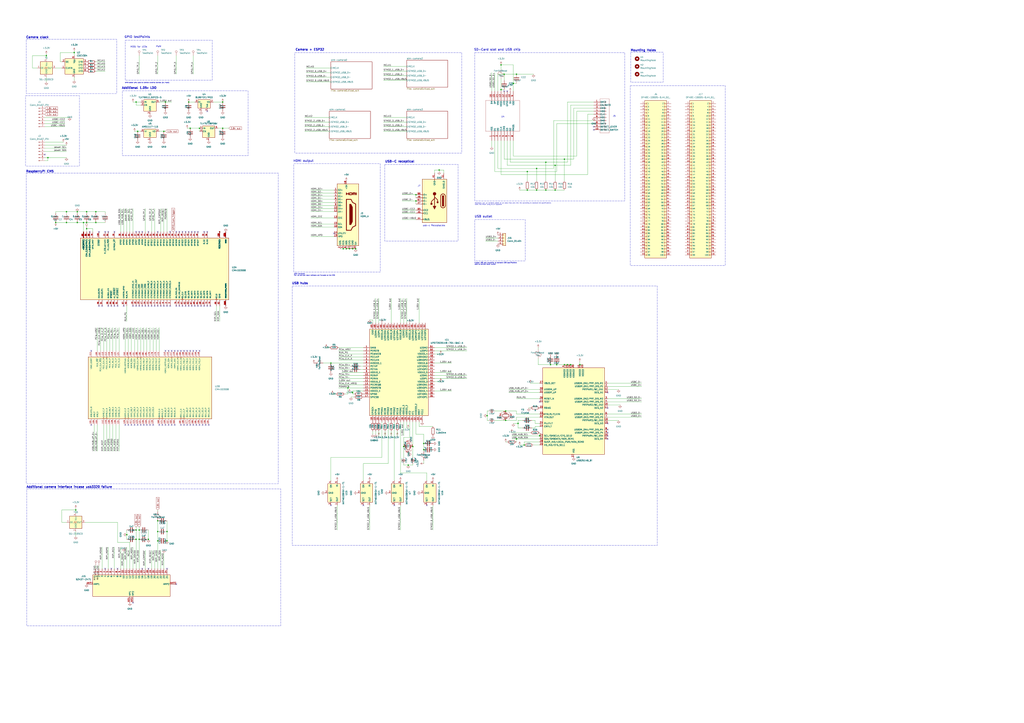
<source format=kicad_sch>
(kicad_sch (version 20250114) (generator "eeschema") (generator_version "9.0")
  (paper "A1")
  (title_block (date "2025-03-2"))
  (lib_symbols
    (symbol "Buffer:CDCV304"
      (property "Reference" "U" (at -6.35 8.89 0))
      (property "Value" "CDCV304" (at 6.35 8.89 0))
      (symbol "CDCV304_1_1"
        (pin input line (at -10.16 5.08 0) (length 2.54) (name "OE") (number "2"))
        (pin input line (at -10.16 0 0) (length 2.54) (name "CLKIN") (number "1"))
        (pin power_in line (at 0 10.16 270) (length 2.54) (name "V_{DD}") (number "6"))
        (pin power_in line (at 0 -7.62 90) (length 2.54) (name "GND") (number "4"))
        (pin output line (at 10.16 5.08 180) (length 2.54) (name "1Y0") (number "3"))
        (pin output line (at 10.16 2.54 180) (length 2.54) (name "1Y1") (number "5"))
        (pin output line (at 10.16 0 180) (length 2.54) (name "1Y2") (number "7"))
        (pin output line (at 10.16 -2.54 180) (length 2.54) (name "1Y3") (number "8"))
      )
    )
    (symbol "Connector:Conn_01x07_Pin" (pin_names (offset 1.016) (hide yes))
      (property "Reference" "J" (at 0 10.16 0))
      (property "Value" "Conn_01x07_Pin" (at 0 -10.16 0))
      (symbol "Conn_01x07_Pin_1_1"
        (pin passive line (at 5.08 7.62 180) (length 3.81) (name "Pin_1") (number "1"))
        (pin passive line (at 5.08 5.08 180) (length 3.81) (name "Pin_2") (number "2"))
        (pin passive line (at 5.08 2.54 180) (length 3.81) (name "Pin_3") (number "3"))
        (pin passive line (at 5.08 0 180) (length 3.81) (name "Pin_4") (number "4"))
        (pin passive line (at 5.08 -2.54 180) (length 3.81) (name "Pin_5") (number "5"))
        (pin passive line (at 5.08 -5.08 180) (length 3.81) (name "Pin_6") (number "6"))
        (pin passive line (at 5.08 -7.62 180) (length 3.81) (name "Pin_7") (number "7"))
      )
    )
    (symbol "Connector:HDMI_A"
      (property "Reference" "J" (at -6.35 26.67 0))
      (property "Value" "HDMI_A" (at 10.16 26.67 0))
      (symbol "HDMI_A_1_1"
        (pin passive line (at -10.16 20.32 0) (length 2.54) (name "D2+") (number "1"))
        (pin passive line (at -10.16 17.78 0) (length 2.54) (name "D2-") (number "3"))
        (pin passive line (at -10.16 15.24 0) (length 2.54) (name "D1+") (number "4"))
        (pin passive line (at -10.16 12.7 0) (length 2.54) (name "D1-") (number "6"))
        (pin passive line (at -10.16 10.16 0) (length 2.54) (name "D0+") (number "7"))
        (pin passive line (at -10.16 7.62 0) (length 2.54) (name "D0-") (number "9"))
        (pin passive line (at -10.16 5.08 0) (length 2.54) (name "CK+") (number "10"))
        (pin passive line (at -10.16 2.54 0) (length 2.54) (name "CK-") (number "12"))
        (pin bidirectional line (at -10.16 -2.54 0) (length 2.54) (name "CEC") (number "13"))
        (pin passive line (at -10.16 -7.62 0) (length 2.54) (name "SCL") (number "15"))
        (pin bidirectional line (at -10.16 -10.16 0) (length 2.54) (name "SDA") (number "16"))
        (pin passive line (at -10.16 -15.24 0) (length 2.54) (name "UTILITY") (number "14"))
        (pin passive line (at -10.16 -17.78 0) (length 2.54) (name "HPD") (number "19"))
        (pin power_in line (at -5.08 -27.94 90) (length 2.54) (name "D2S") (number "2"))
        (pin power_in line (at -2.54 -27.94 90) (length 2.54) (name "D1S") (number "5"))
        (pin power_in line (at 0 27.94 270) (length 2.54) (name "+5V") (number "18"))
        (pin power_in line (at 0 -27.94 90) (length 2.54) (name "D0S") (number "8"))
        (pin power_in line (at 2.54 -27.94 90) (length 2.54) (name "CKS") (number "11"))
        (pin power_in line (at 5.08 -27.94 90) (length 2.54) (name "GND") (number "17"))
        (pin passive line (at 7.62 -27.94 90) (length 2.54) (name "SH") (number "SH"))
      )
    )
    (symbol "Connector:TestPoint" (pin_numbers (hide yes)) (pin_names (offset 0.762) (hide yes))
      (property "Reference" "TP" (at 0 6.858 0))
      (property "Value" "TestPoint" (at 0 5.08 0))
      (symbol "TestPoint_1_1"
        (pin passive line (at 0 0 90) (length 2.54) (name "1") (number "1"))
      )
    )
    (symbol "Connector:USB_C_Receptacle_USB2.0_14P" (pin_names (offset 1.016))
      (property "Reference" "J" (at 0 22.225 0))
      (property "Value" "USB_C_Receptacle_USB2.0_14P" (at 0 19.685 0))
      (symbol "USB_C_Receptacle_USB2.0_14P_1_1"
        (pin passive line (at -7.62 -22.86 90) (length 5.08) (name "SHIELD") (number "S1"))
        (pin passive line (at 0 -22.86 90) (length 5.08) (name "GND") (number "A1"))
        (pin passive line (at 0 -22.86 90) (length 5.08) (hide yes) (name "GND") (number "A12"))
        (pin passive line (at 0 -22.86 90) (length 5.08) (hide yes) (name "GND") (number "B1"))
        (pin passive line (at 0 -22.86 90) (length 5.08) (hide yes) (name "GND") (number "B12"))
        (pin passive line (at 15.24 15.24 180) (length 5.08) (name "VBUS") (number "A4"))
        (pin passive line (at 15.24 15.24 180) (length 5.08) (hide yes) (name "VBUS") (number "A9"))
        (pin passive line (at 15.24 15.24 180) (length 5.08) (hide yes) (name "VBUS") (number "B4"))
        (pin passive line (at 15.24 15.24 180) (length 5.08) (hide yes) (name "VBUS") (number "B9"))
        (pin bidirectional line (at 15.24 10.16 180) (length 5.08) (name "CC1") (number "A5"))
        (pin bidirectional line (at 15.24 7.62 180) (length 5.08) (name "CC2") (number "B5"))
        (pin bidirectional line (at 15.24 2.54 180) (length 5.08) (name "D-") (number "A7"))
        (pin bidirectional line (at 15.24 0 180) (length 5.08) (name "D-") (number "B7"))
        (pin bidirectional line (at 15.24 -2.54 180) (length 5.08) (name "D+") (number "A6"))
        (pin bidirectional line (at 15.24 -5.08 180) (length 5.08) (name "D+") (number "B6"))
      )
    )
    (symbol "Connector_Generic:Conn_01x04" (pin_names (offset 1.016) (hide yes))
      (property "Reference" "J" (at 0 5.08 0))
      (property "Value" "Conn_01x04" (at 0 -7.62 0))
      (symbol "Conn_01x04_1_1"
        (pin passive line (at -5.08 2.54 0) (length 3.81) (name "Pin_1") (number "1"))
        (pin passive line (at -5.08 0 0) (length 3.81) (name "Pin_2") (number "2"))
        (pin passive line (at -5.08 -2.54 0) (length 3.81) (name "Pin_3") (number "3"))
        (pin passive line (at -5.08 -5.08 0) (length 3.81) (name "Pin_4") (number "4"))
      )
    )
    (symbol "DF40C-100DS-0.4V_51:DF40C-100DS-0.4V_51_" (pin_names (offset 1.016))
      (property "Reference" "J" (at -8.9083 63.6526 0))
      (property "Value" "DF40C-100DS-0.4V_51_" (at -8.9063 -68.7318 0))
      (symbol "DF40C-100DS-0.4V_51__0_0"
        (pin passive line (at -12.7 60.96 0) (length 5.08) (name "1") (number "1"))
        (pin passive line (at -12.7 58.42 0) (length 5.08) (name "3") (number "3"))
        (pin passive line (at -12.7 55.88 0) (length 5.08) (name "5") (number "5"))
        (pin passive line (at -12.7 53.34 0) (length 5.08) (name "7") (number "7"))
        (pin passive line (at -12.7 50.8 0) (length 5.08) (name "9") (number "9"))
        (pin passive line (at -12.7 48.26 0) (length 5.08) (name "11") (number "11"))
        (pin passive line (at -12.7 45.72 0) (length 5.08) (name "13") (number "13"))
        (pin passive line (at -12.7 43.18 0) (length 5.08) (name "15") (number "15"))
        (pin passive line (at -12.7 40.64 0) (length 5.08) (name "17") (number "17"))
        (pin passive line (at -12.7 38.1 0) (length 5.08) (name "19") (number "19"))
        (pin passive line (at -12.7 35.56 0) (length 5.08) (name "21") (number "21"))
        (pin passive line (at -12.7 33.02 0) (length 5.08) (name "23") (number "23"))
        (pin passive line (at -12.7 30.48 0) (length 5.08) (name "25") (number "25"))
        (pin passive line (at -12.7 27.94 0) (length 5.08) (name "27") (number "27"))
        (pin passive line (at -12.7 25.4 0) (length 5.08) (name "29") (number "29"))
        (pin passive line (at -12.7 22.86 0) (length 5.08) (name "31") (number "31"))
        (pin passive line (at -12.7 20.32 0) (length 5.08) (name "33") (number "33"))
        (pin passive line (at -12.7 17.78 0) (length 5.08) (name "35") (number "35"))
        (pin passive line (at -12.7 15.24 0) (length 5.08) (name "37") (number "37"))
        (pin passive line (at -12.7 12.7 0) (length 5.08) (name "39") (number "39"))
        (pin passive line (at -12.7 10.16 0) (length 5.08) (name "41") (number "41"))
        (pin passive line (at -12.7 7.62 0) (length 5.08) (name "43") (number "43"))
        (pin passive line (at -12.7 5.08 0) (length 5.08) (name "45") (number "45"))
        (pin passive line (at -12.7 2.54 0) (length 5.08) (name "47") (number "47"))
        (pin passive line (at -12.7 0 0) (length 5.08) (name "49") (number "49"))
        (pin passive line (at -12.7 -2.54 0) (length 5.08) (name "51") (number "51"))
        (pin passive line (at -12.7 -5.08 0) (length 5.08) (name "53") (number "53"))
        (pin passive line (at -12.7 -7.62 0) (length 5.08) (name "55") (number "55"))
        (pin passive line (at -12.7 -10.16 0) (length 5.08) (name "57") (number "57"))
        (pin passive line (at -12.7 -12.7 0) (length 5.08) (name "59") (number "59"))
        (pin passive line (at -12.7 -15.24 0) (length 5.08) (name "61") (number "61"))
        (pin passive line (at -12.7 -17.78 0) (length 5.08) (name "63") (number "63"))
        (pin passive line (at -12.7 -20.32 0) (length 5.08) (name "65") (number "65"))
        (pin passive line (at -12.7 -22.86 0) (length 5.08) (name "67") (number "67"))
        (pin passive line (at -12.7 -25.4 0) (length 5.08) (name "69") (number "69"))
        (pin passive line (at -12.7 -27.94 0) (length 5.08) (name "71") (number "71"))
        (pin passive line (at -12.7 -30.48 0) (length 5.08) (name "73") (number "73"))
        (pin passive line (at -12.7 -33.02 0) (length 5.08) (name "75") (number "75"))
        (pin passive line (at -12.7 -35.56 0) (length 5.08) (name "77") (number "77"))
        (pin passive line (at -12.7 -38.1 0) (length 5.08) (name "79") (number "79"))
        (pin passive line (at -12.7 -40.64 0) (length 5.08) (name "81") (number "81"))
        (pin passive line (at -12.7 -43.18 0) (length 5.08) (name "83") (number "83"))
        (pin passive line (at -12.7 -45.72 0) (length 5.08) (name "85") (number "85"))
        (pin passive line (at -12.7 -48.26 0) (length 5.08) (name "87") (number "87"))
        (pin passive line (at -12.7 -50.8 0) (length 5.08) (name "89") (number "89"))
        (pin passive line (at -12.7 -53.34 0) (length 5.08) (name "91") (number "91"))
        (pin passive line (at -12.7 -55.88 0) (length 5.08) (name "93") (number "93"))
        (pin passive line (at -12.7 -58.42 0) (length 5.08) (name "95") (number "95"))
        (pin passive line (at -12.7 -60.96 0) (length 5.08) (name "97") (number "97"))
        (pin passive line (at -12.7 -63.5 0) (length 5.08) (name "99") (number "99"))
        (pin passive line (at 12.7 60.96 180) (length 5.08) (name "2") (number "2"))
        (pin passive line (at 12.7 58.42 180) (length 5.08) (name "4") (number "4"))
        (pin passive line (at 12.7 55.88 180) (length 5.08) (name "6") (number "6"))
        (pin passive line (at 12.7 53.34 180) (length 5.08) (name "8") (number "8"))
        (pin passive line (at 12.7 50.8 180) (length 5.08) (name "10") (number "10"))
        (pin passive line (at 12.7 48.26 180) (length 5.08) (name "12") (number "12"))
        (pin passive line (at 12.7 45.72 180) (length 5.08) (name "14") (number "14"))
        (pin passive line (at 12.7 43.18 180) (length 5.08) (name "16") (number "16"))
        (pin passive line (at 12.7 40.64 180) (length 5.08) (name "18") (number "18"))
        (pin passive line (at 12.7 38.1 180) (length 5.08) (name "20") (number "20"))
        (pin passive line (at 12.7 35.56 180) (length 5.08) (name "22") (number "22"))
        (pin passive line (at 12.7 33.02 180) (length 5.08) (name "24") (number "24"))
        (pin passive line (at 12.7 30.48 180) (length 5.08) (name "26") (number "26"))
        (pin passive line (at 12.7 27.94 180) (length 5.08) (name "28") (number "28"))
        (pin passive line (at 12.7 25.4 180) (length 5.08) (name "30") (number "30"))
        (pin passive line (at 12.7 22.86 180) (length 5.08) (name "32") (number "32"))
        (pin passive line (at 12.7 20.32 180) (length 5.08) (name "34") (number "34"))
        (pin passive line (at 12.7 17.78 180) (length 5.08) (name "36") (number "36"))
        (pin passive line (at 12.7 15.24 180) (length 5.08) (name "38") (number "38"))
        (pin passive line (at 12.7 12.7 180) (length 5.08) (name "40") (number "40"))
        (pin passive line (at 12.7 10.16 180) (length 5.08) (name "42") (number "42"))
        (pin passive line (at 12.7 7.62 180) (length 5.08) (name "44") (number "44"))
        (pin passive line (at 12.7 5.08 180) (length 5.08) (name "46") (number "46"))
        (pin passive line (at 12.7 2.54 180) (length 5.08) (name "48") (number "48"))
        (pin passive line (at 12.7 0 180) (length 5.08) (name "50") (number "50"))
        (pin passive line (at 12.7 -2.54 180) (length 5.08) (name "52") (number "52"))
        (pin passive line (at 12.7 -5.08 180) (length 5.08) (name "54") (number "54"))
        (pin passive line (at 12.7 -7.62 180) (length 5.08) (name "56") (number "56"))
        (pin passive line (at 12.7 -10.16 180) (length 5.08) (name "58") (number "58"))
        (pin passive line (at 12.7 -12.7 180) (length 5.08) (name "60") (number "60"))
        (pin passive line (at 12.7 -15.24 180) (length 5.08) (name "62") (number "62"))
        (pin passive line (at 12.7 -17.78 180) (length 5.08) (name "64") (number "64"))
        (pin passive line (at 12.7 -20.32 180) (length 5.08) (name "66") (number "66"))
        (pin passive line (at 12.7 -22.86 180) (length 5.08) (name "68") (number "68"))
        (pin passive line (at 12.7 -25.4 180) (length 5.08) (name "70") (number "70"))
        (pin passive line (at 12.7 -27.94 180) (length 5.08) (name "72") (number "72"))
        (pin passive line (at 12.7 -30.48 180) (length 5.08) (name "74") (number "74"))
        (pin passive line (at 12.7 -33.02 180) (length 5.08) (name "76") (number "76"))
        (pin passive line (at 12.7 -35.56 180) (length 5.08) (name "78") (number "78"))
        (pin passive line (at 12.7 -38.1 180) (length 5.08) (name "80") (number "80"))
        (pin passive line (at 12.7 -40.64 180) (length 5.08) (name "82") (number "82"))
        (pin passive line (at 12.7 -43.18 180) (length 5.08) (name "84") (number "84"))
        (pin passive line (at 12.7 -45.72 180) (length 5.08) (name "86") (number "86"))
        (pin passive line (at 12.7 -48.26 180) (length 5.08) (name "88") (number "88"))
        (pin passive line (at 12.7 -50.8 180) (length 5.08) (name "90") (number "90"))
        (pin passive line (at 12.7 -53.34 180) (length 5.08) (name "92") (number "92"))
        (pin passive line (at 12.7 -55.88 180) (length 5.08) (name "94") (number "94"))
        (pin passive line (at 12.7 -58.42 180) (length 5.08) (name "96") (number "96"))
        (pin passive line (at 12.7 -60.96 180) (length 5.08) (name "98") (number "98"))
        (pin passive line (at 12.7 -63.5 180) (length 5.08) (name "100") (number "100"))
      )
    )
    (symbol "Device:C" (pin_numbers (hide yes)) (pin_names (offset 0.254))
      (property "Reference" "C" (at 0.635 2.54 0))
      (property "Value" "C" (at 0.635 -2.54 0))
      (symbol "C_1_1"
        (pin passive line (at 0 3.81 270) (length 2.794) (name "~") (number "1"))
        (pin passive line (at 0 -3.81 90) (length 2.794) (name "~") (number "2"))
      )
    )
    (symbol "Device:C_Small" (pin_numbers (hide yes)) (pin_names (offset 0.254) (hide yes))
      (property "Reference" "C" (at 0.254 1.778 0))
      (property "Value" "C_Small" (at 0.254 -2.032 0))
      (symbol "C_Small_1_1"
        (pin passive line (at 0 2.54 270) (length 2.032) (name "~") (number "1"))
        (pin passive line (at 0 -2.54 90) (length 2.032) (name "~") (number "2"))
      )
    )
    (symbol "Device:Crystal_GND23" (pin_names (offset 1.016) (hide yes))
      (property "Reference" "Y" (at 3.175 5.08 0))
      (property "Value" "Crystal_GND23" (at 3.175 3.175 0))
      (symbol "Crystal_GND23_1_1"
        (pin passive line (at -3.81 0 0) (length 1.27) (name "1") (number "1"))
        (pin passive line (at 0 5.08 270) (length 1.27) (name "2") (number "2"))
        (pin passive line (at 0 -5.08 90) (length 1.27) (name "4") (number "4"))
        (pin passive line (at 3.81 0 180) (length 1.27) (name "3") (number "3"))
      )
    )
    (symbol "Device:FerriteBead" (pin_numbers (hide yes)) (pin_names (offset 0))
      (property "Reference" "FB" (at -3.81 0.635 90))
      (property "Value" "FerriteBead" (at 3.81 0 90))
      (symbol "FerriteBead_1_1"
        (pin passive line (at 0 3.81 270) (length 2.54) (name "~") (number "1"))
        (pin passive line (at 0 -3.81 90) (length 2.54) (name "~") (number "2"))
      )
    )
    (symbol "Device:R" (pin_numbers (hide yes)) (pin_names (offset 0))
      (property "Reference" "R" (at 2.032 0 90))
      (property "Value" "R" (at 0 0 90))
      (symbol "R_1_1"
        (pin passive line (at 0 3.81 270) (length 1.27) (name "~") (number "1"))
        (pin passive line (at 0 -3.81 90) (length 1.27) (name "~") (number "2"))
      )
    )
    (symbol "Interface_USB:USB2514B_Bi" (pin_names (offset 1.016))
      (property "Reference" "U" (at -17.78 40.64 0))
      (property "Value" "USB2514B_Bi" (at -20.32 38.1 0))
      (symbol "USB2514B_Bi_1_1"
        (pin input line (at -27.94 22.86 0) (length 2.54) (name "VBUS_DET") (number "27"))
        (pin bidirectional line (at -27.94 17.78 0) (length 2.54) (name "USBDM_UP") (number "30"))
        (pin bidirectional line (at -27.94 15.24 0) (length 2.54) (name "USBDP_UP") (number "31"))
        (pin input line (at -27.94 10.16 0) (length 2.54) (name "RESET_N") (number "26"))
        (pin input line (at -27.94 7.62 0) (length 2.54) (name "TEST") (number "11"))
        (pin input line (at -27.94 2.54 0) (length 2.54) (name "RBIAS") (number "35"))
        (pin input clock (at -27.94 -2.54 0) (length 2.54) (name "XTALIN/CLKIN") (number "33"))
        (pin output line (at -27.94 -5.08 0) (length 2.54) (name "XTALOUT") (number "32"))
        (pin input line (at -27.94 -10.16 0) (length 2.54) (name "PLLFILT") (number "34"))
        (pin input line (at -27.94 -12.7 0) (length 2.54) (name "CRFILT") (number "14"))
        (pin bidirectional line (at -27.94 -20.32 0) (length 2.54) (name "SCL/SMBCLK/CFG_SEL0") (number "24"))
        (pin bidirectional line (at -27.94 -22.86 0) (length 2.54) (name "SDA/SMBDATA/NON_REM1") (number "22"))
        (pin bidirectional line (at -27.94 -25.4 0) (length 2.54) (name "SUSP_IND/LOCAL_PWR/NON_REM0") (number "28"))
        (pin bidirectional line (at -27.94 -27.94 0) (length 2.54) (name "HS_IND/CFG_SEL1") (number "25"))
        (pin power_in line (at -7.62 38.1 270) (length 2.54) (name "VDDA33") (number "5"))
        (pin power_in line (at -5.08 38.1 270) (length 2.54) (name "VDDA33") (number "10"))
        (pin power_in line (at -2.54 38.1 270) (length 2.54) (name "VDDA33") (number "29"))
        (pin power_in line (at 0 38.1 270) (length 2.54) (name "VDDA33") (number "36"))
        (pin power_in line (at 0 -38.1 90) (length 2.54) (name "VSS") (number "37"))
        (pin power_in line (at 5.08 38.1 270) (length 2.54) (name "VDD33") (number "15"))
        (pin power_in line (at 7.62 38.1 270) (length 2.54) (name "VDD33") (number "23"))
        (pin bidirectional line (at 27.94 22.86 180) (length 2.54) (name "USBDM_DN1/PRT_DIS_M1") (number "1"))
        (pin bidirectional line (at 27.94 20.32 180) (length 2.54) (name "USBDP_DN1/PRT_DIS_P1") (number "2"))
        (pin bidirectional line (at 27.94 17.78 180) (length 2.54) (name "PRTPWR1/BC_EN1") (number "12"))
        (pin input line (at 27.94 15.24 180) (length 2.54) (name "OCS_N1") (number "13"))
        (pin bidirectional line (at 27.94 10.16 180) (length 2.54) (name "USBDM_DN2/PRT_DIS_M2") (number "3"))
        (pin bidirectional line (at 27.94 7.62 180) (length 2.54) (name "USBDP_DN2/PRT_DIS_P2") (number "4"))
        (pin bidirectional line (at 27.94 5.08 180) (length 2.54) (name "PRTPWR2/BC_EN2") (number "16"))
        (pin input line (at 27.94 2.54 180) (length 2.54) (name "OCS_N2") (number "17"))
        (pin bidirectional line (at 27.94 -2.54 180) (length 2.54) (name "USBDM_DN3/PRT_DIS_M3") (number "6"))
        (pin bidirectional line (at 27.94 -5.08 180) (length 2.54) (name "USBDP_DN3/PRT_DIS_P3") (number "7"))
        (pin bidirectional line (at 27.94 -7.62 180) (length 2.54) (name "PRTPWR3/BC_EN3") (number "18"))
        (pin input line (at 27.94 -10.16 180) (length 2.54) (name "OCS_N3") (number "19"))
        (pin bidirectional line (at 27.94 -15.24 180) (length 2.54) (name "USBDM_DN4/PRT_DIS_M4") (number "8"))
        (pin bidirectional line (at 27.94 -17.78 180) (length 2.54) (name "USBDP_DN4/PRT_DIS_P4") (number "9"))
        (pin bidirectional line (at 27.94 -20.32 180) (length 2.54) (name "PRTPWR4/BC_EN4") (number "20"))
        (pin input line (at 27.94 -22.86 180) (length 2.54) (name "OCS_N4") (number "21"))
      )
    )
    (symbol "MOLEX524372471.kicad_sym:52437-2471"
      (symbol "52437-2471_1_1"
        (pin passive line (at 0 0 0) (length 5.08) (name "AMP1") (number "AMP1"))
        (pin passive line (at 7.62 12.7 270) (length 5.08) (name "1") (number "1"))
        (pin passive line (at 10.16 12.7 270) (length 5.08) (name "2") (number "2"))
        (pin passive line (at 12.7 12.7 270) (length 5.08) (name "3") (number "3"))
        (pin passive line (at 15.24 12.7 270) (length 5.08) (name "4") (number "4"))
        (pin passive line (at 17.78 12.7 270) (length 5.08) (name "5") (number "5"))
        (pin passive line (at 20.32 12.7 270) (length 5.08) (name "6") (number "6"))
        (pin passive line (at 22.86 12.7 270) (length 5.08) (name "7") (number "7"))
        (pin passive line (at 25.4 12.7 270) (length 5.08) (name "8") (number "8"))
        (pin passive line (at 27.94 12.7 270) (length 5.08) (name "9") (number "9"))
        (pin passive line (at 30.48 12.7 270) (length 5.08) (name "10") (number "10"))
        (pin passive line (at 33.02 12.7 270) (length 5.08) (name "11") (number "11"))
        (pin passive line (at 35.56 12.7 270) (length 5.08) (name "12") (number "12"))
        (pin passive line (at 35.56 -15.24 90) (length 5.08) (name "MP1") (number "MP1"))
        (pin passive line (at 38.1 12.7 270) (length 5.08) (name "13") (number "13"))
        (pin passive line (at 38.1 -15.24 90) (length 5.08) (name "MP2") (number "MP2"))
        (pin passive line (at 40.64 12.7 270) (length 5.08) (name "14") (number "14"))
        (pin passive line (at 43.18 12.7 270) (length 5.08) (name "15") (number "15"))
        (pin passive line (at 45.72 12.7 270) (length 5.08) (name "16") (number "16"))
        (pin passive line (at 48.26 12.7 270) (length 5.08) (name "17") (number "17"))
        (pin passive line (at 50.8 12.7 270) (length 5.08) (name "18") (number "18"))
        (pin passive line (at 53.34 12.7 270) (length 5.08) (name "19") (number "19"))
        (pin passive line (at 55.88 12.7 270) (length 5.08) (name "20") (number "20"))
        (pin passive line (at 58.42 12.7 270) (length 5.08) (name "21") (number "21"))
        (pin passive line (at 60.96 12.7 270) (length 5.08) (name "22") (number "22"))
        (pin passive line (at 63.5 12.7 270) (length 5.08) (name "23") (number "23"))
        (pin passive line (at 66.04 12.7 270) (length 5.08) (name "24") (number "24"))
        (pin passive line (at 73.66 0 180) (length 5.08) (name "AMP2") (number "AMP2"))
      )
    )
    (symbol "Mechanical:MountingHole" (pin_names (offset 1.016)) (exclude_from_sim yes) (in_bom no)
      (property "Reference" "H" (at 0 5.08 0))
      (property "Value" "MountingHole" (at 0 3.175 0))
    )
    (symbol "Oscillator:SG-210SCD" (pin_names (offset 0.254))
      (property "Reference" "Y" (at -5.08 6.35 0))
      (property "Value" "SG-210SCD" (at 1.27 -6.35 0))
      (symbol "SG-210SCD_1_1"
        (pin input line (at -7.62 0 0) (length 2.54) (name "OE") (number "1"))
        (pin power_in line (at 0 7.62 270) (length 2.54) (name "Vcc") (number "4"))
        (pin power_in line (at 0 -7.62 90) (length 2.54) (name "GND") (number "2"))
        (pin output line (at 7.62 0 180) (length 2.54) (name "OUT") (number "3"))
      )
    )
    (symbol "Power_Management:AAT4610BIGV-1-T1"
      (property "Reference" "U" (at -6.35 -6.35 0))
      (property "Value" "AAT4610BIGV-1-T1" (at 0 6.35 0))
      (symbol "AAT4610BIGV-1-T1_1_1"
        (pin power_in line (at -10.16 2.54 0) (length 2.54) (name "IN") (number "5"))
        (pin input line (at -10.16 -2.54 0) (length 2.54) (name "ON") (number "4"))
        (pin power_in line (at 0 -7.62 90) (length 2.54) (name "GND") (number "2"))
        (pin power_out line (at 10.16 2.54 180) (length 2.54) (name "OUT") (number "1"))
        (pin passive line (at 10.16 -2.54 180) (length 2.54) (name "SET") (number "3"))
      )
    )
    (symbol "Regulator_Linear:AMS1117-1.5"
      (property "Reference" "U" (at -3.81 3.175 0))
      (property "Value" "AMS1117-1.5" (at 0 3.175 0))
      (symbol "AMS1117-1.5_1_1"
        (pin power_in line (at -7.62 0 0) (length 2.54) (name "VI") (number "3"))
        (pin power_in line (at 0 -7.62 90) (length 2.54) (name "GND") (number "1"))
        (pin power_out line (at 7.62 0 180) (length 2.54) (name "VO") (number "2"))
      )
    )
    (symbol "Regulator_Linear:AP7361C-33E" (pin_names (offset 0.254))
      (property "Reference" "U2" (at 0 6.35 0))
      (property "Value" "BL8072CLTR33" (at 0 3.81 0))
      (symbol "AP7361C-33E_1_1"
        (pin power_in line (at -7.62 0 0) (length 2.54) (name "VI") (number "3"))
        (pin power_in line (at -2.54 -7.62 90) (length 2.54) (name "GND") (number "1"))
        (pin power_in line (at 2.54 -7.62 90) (length 2.54) (name "Tab") (number "4"))
        (pin power_out line (at 7.62 0 180) (length 2.54) (name "VO") (number "2"))
      )
    )
    (symbol "Regulator_Linear:TLV70012_SOT23-5" (pin_names (offset 0.254))
      (property "Reference" "U" (at -3.81 5.715 0))
      (property "Value" "TLV70012_SOT23-5" (at 0 5.715 0))
      (symbol "TLV70012_SOT23-5_1_1"
        (pin power_in line (at -7.62 2.54 0) (length 2.54) (name "IN") (number "1"))
        (pin input line (at -7.62 0 0) (length 2.54) (name "EN") (number "3"))
        (pin power_in line (at 0 -7.62 90) (length 2.54) (name "GND") (number "2"))
        (pin no_connect line (at 5.08 0 180) (length 2.54) (hide yes) (name "NC") (number "4"))
        (pin power_out line (at 7.62 2.54 180) (length 2.54) (name "OUT") (number "5"))
      )
    )
    (symbol "Regulator_Linear:TLV75728PDBV" (pin_names (offset 0.254))
      (property "Reference" "U" (at -3.81 5.715 0))
      (property "Value" "TLV75728PDBV" (at 0 5.715 0))
      (symbol "TLV75728PDBV_1_1"
        (pin power_in line (at -7.62 2.54 0) (length 2.54) (name "IN") (number "1"))
        (pin input line (at -7.62 0 0) (length 2.54) (name "EN") (number "3"))
        (pin power_in line (at 0 -7.62 90) (length 2.54) (name "GND") (number "2"))
        (pin no_connect line (at 5.08 0 180) (length 2.54) (hide yes) (name "NC") (number "4"))
        (pin power_out line (at 7.62 2.54 180) (length 2.54) (name "OUT") (number "5"))
      )
    )
    (symbol "UPD720201K8-701-BAC-A:UPD720201K8-701-BAC-A"
      (property "Reference" "IC" (at 54.61 20.32 0))
      (property "Value" "UPD720201K8-701-BAC-A" (at 54.61 17.78 0))
      (symbol "UPD720201K8-701-BAC-A_1_1"
        (pin passive line (at 0 0 0) (length 5.08) (name "SMIB") (number "1"))
        (pin passive line (at 0 -2.54 0) (length 5.08) (name "PERSTB") (number "2"))
        (pin passive line (at 0 -5.08 0) (length 5.08) (name "PEWAKEB") (number "3"))
        (pin passive line (at 0 -7.62 0) (length 5.08) (name "PECLKP") (number "4"))
        (pin passive line (at 0 -10.16 0) (length 5.08) (name "PECLKN") (number "5"))
        (pin passive line (at 0 -12.7 0) (length 5.08) (name "AVDD33_1") (number "6"))
        (pin passive line (at 0 -15.24 0) (length 5.08) (name "PETXP") (number "7"))
        (pin passive line (at 0 -17.78 0) (length 5.08) (name "PETXN") (number "8"))
        (pin passive line (at 0 -20.32 0) (length 5.08) (name "VDD10_1") (number "9"))
        (pin passive line (at 0 -22.86 0) (length 5.08) (name "PERXP") (number "10"))
        (pin passive line (at 0 -25.4 0) (length 5.08) (name "PERXN") (number "11"))
        (pin passive line (at 0 -27.94 0) (length 5.08) (name "VDD10_2") (number "12"))
        (pin passive line (at 0 -30.48 0) (length 5.08) (name "PECREQB") (number "13"))
        (pin passive line (at 0 -33.02 0) (length 5.08) (name "PONRSTB") (number "14"))
        (pin passive line (at 0 -35.56 0) (length 5.08) (name "VDD33_1") (number "15"))
        (pin passive line (at 0 -38.1 0) (length 5.08) (name "SPISO") (number "16"))
        (pin passive line (at 0 -40.64 0) (length 5.08) (name "SPICSB") (number "17"))
        (pin passive line (at 7.62 20.32 270) (length 5.08) (name "GND") (number "69"))
        (pin passive line (at 7.62 -60.96 90) (length 5.08) (name "SPISCK") (number "18"))
        (pin passive line (at 10.16 20.32 270) (length 5.08) (name "U2DM4") (number "68"))
        (pin passive line (at 10.16 -60.96 90) (length 5.08) (name "SPISI") (number "19"))
        (pin passive line (at 12.7 20.32 270) (length 5.08) (name "U2DP4") (number "67"))
        (pin passive line (at 12.7 -60.96 90) (length 5.08) (name "OCI4B") (number "20"))
        (pin passive line (at 15.24 20.32 270) (length 5.08) (name "VDD33_6") (number "66"))
        (pin passive line (at 15.24 -60.96 90) (length 5.08) (name "PPON4") (number "21"))
        (pin passive line (at 17.78 20.32 270) (length 5.08) (name "U3RXDN4") (number "65"))
        (pin passive line (at 17.78 -60.96 90) (length 5.08) (name "OCI3B") (number "22"))
        (pin passive line (at 20.32 20.32 270) (length 5.08) (name "U3RXDP4") (number "64"))
        (pin passive line (at 20.32 -60.96 90) (length 5.08) (name "PPON3") (number "23"))
        (pin passive line (at 22.86 20.32 270) (length 5.08) (name "VDD10_9") (number "63"))
        (pin passive line (at 22.86 -60.96 90) (length 5.08) (name "OCI2B") (number "24"))
        (pin passive line (at 25.4 20.32 270) (length 5.08) (name "U3TXDN4") (number "62"))
        (pin passive line (at 25.4 -60.96 90) (length 5.08) (name "PPON2") (number "25"))
        (pin passive line (at 27.94 20.32 270) (length 5.08) (name "U3TXDP4") (number "61"))
        (pin passive line (at 27.94 -60.96 90) (length 5.08) (name "OCI1B") (number "26"))
        (pin passive line (at 30.48 20.32 270) (length 5.08) (name "VDD10_8") (number "60"))
        (pin passive line (at 30.48 -60.96 90) (length 5.08) (name "PPON1") (number "27"))
        (pin passive line (at 33.02 20.32 270) (length 5.08) (name "U2DM3") (number "59"))
        (pin passive line (at 33.02 -60.96 90) (length 5.08) (name "VDD10_3") (number "28"))
        (pin passive line (at 35.56 20.32 270) (length 5.08) (name "U2DP3") (number "58"))
        (pin passive line (at 35.56 -60.96 90) (length 5.08) (name "VDD33_2") (number "29"))
        (pin passive line (at 38.1 20.32 270) (length 5.08) (name "VDD33_5") (number "57"))
        (pin passive line (at 38.1 -60.96 90) (length 5.08) (name "XT2") (number "30"))
        (pin passive line (at 40.64 20.32 270) (length 5.08) (name "U3RXDN3") (number "56"))
        (pin passive line (at 40.64 -60.96 90) (length 5.08) (name "XT1") (number "31"))
        (pin passive line (at 43.18 20.32 270) (length 5.08) (name "U3RXDP3") (number "55"))
        (pin passive line (at 43.18 -60.96 90) (length 5.08) (name "AVDD33_2") (number "32"))
        (pin passive line (at 45.72 20.32 270) (length 5.08) (name "VDD10_7") (number "54"))
        (pin passive line (at 45.72 -60.96 90) (length 5.08) (name "RREF") (number "33"))
        (pin passive line (at 48.26 20.32 270) (length 5.08) (name "U3TXDN3") (number "53"))
        (pin passive line (at 48.26 -60.96 90) (length 5.08) (name "IC(L)") (number "34"))
        (pin passive line (at 50.8 20.32 270) (length 5.08) (name "U3TXDP3") (number "52"))
        (pin passive line (at 58.42 0 180) (length 5.08) (name "U2DM2") (number "51"))
        (pin passive line (at 58.42 -2.54 180) (length 5.08) (name "U2DP2") (number "50"))
        (pin passive line (at 58.42 -5.08 180) (length 5.08) (name "VDD33_4") (number "49"))
        (pin passive line (at 58.42 -7.62 180) (length 5.08) (name "U3RXDN2") (number "48"))
        (pin passive line (at 58.42 -10.16 180) (length 5.08) (name "U3RXDP2") (number "47"))
        (pin passive line (at 58.42 -12.7 180) (length 5.08) (name "VDD10_6") (number "46"))
        (pin passive line (at 58.42 -15.24 180) (length 5.08) (name "U3TXDN2") (number "45"))
        (pin passive line (at 58.42 -17.78 180) (length 5.08) (name "U3TXDP2") (number "44"))
        (pin passive line (at 58.42 -20.32 180) (length 5.08) (name "VDD10_5") (number "43"))
        (pin passive line (at 58.42 -22.86 180) (length 5.08) (name "U2DM1") (number "42"))
        (pin passive line (at 58.42 -25.4 180) (length 5.08) (name "U2DP1") (number "41"))
        (pin passive line (at 58.42 -27.94 180) (length 5.08) (name "VDD33_3") (number "40"))
        (pin passive line (at 58.42 -30.48 180) (length 5.08) (name "U3RXDN1") (number "39"))
        (pin passive line (at 58.42 -33.02 180) (length 5.08) (name "U3RXDP1") (number "38"))
        (pin passive line (at 58.42 -35.56 180) (length 5.08) (name "VDD10_4") (number "37"))
        (pin passive line (at 58.42 -38.1 180) (length 5.08) (name "U3TXDN1") (number "36"))
        (pin passive line (at 58.42 -40.64 180) (length 5.08) (name "U3TXDP1") (number "35"))
      )
    )
    (symbol "cm4:CM4102008" (pin_names (offset 1.016))
      (property "Reference" "U" (at -25.4 61.722 0))
      (property "Value" "CM4102008" (at -25.4 -61.722 0))
      (symbol "CM4102008_1_0"
        (pin input line (at -30.48 45.72 0) (length 5.08) (name "ANALOGIP0") (number "96"))
        (pin input line (at -30.48 43.18 0) (length 5.08) (name "ANALOGIP1") (number "94"))
        (pin input line (at -30.48 38.1 0) (length 5.08) (name "GLOBAL_EN") (number "99"))
        (pin input line (at -30.48 35.56 0) (length 5.08) (name "~{RPIBOOT}") (number "93"))
        (pin input line (at -30.48 33.02 0) (length 5.08) (name "WL_~{DISABLE}") (number "89"))
        (pin input line (at -30.48 30.48 0) (length 5.08) (name "BT_~{DISABLE}") (number "91"))
        (pin bidirectional line (at -30.48 25.4 0) (length 5.08) (name "CAMERA_GPIO") (number "97"))
        (pin bidirectional line (at -30.48 22.86 0) (length 5.08) (name "RUN_PG") (number "92"))
        (pin input line (at -30.48 17.78 0) (length 5.08) (name "ETHERNET_SYNC_IN") (number "16"))
        (pin output line (at -30.48 15.24 0) (length 5.08) (name "ETHERNET_SYNC_OUT") (number "18"))
        (pin output line (at -30.48 12.7 0) (length 5.08) (name "ETHERNET_~{LED1}") (number "19"))
        (pin output line (at -30.48 10.16 0) (length 5.08) (name "ETHERNET_~{LED2}") (number "17"))
        (pin output line (at -30.48 7.62 0) (length 5.08) (name "ETHERNET_~{LED3}") (number "15"))
        (pin bidirectional line (at -30.48 5.08 0) (length 5.08) (name "ETHERNET_PAIR0_P") (number "12"))
        (pin bidirectional line (at -30.48 2.54 0) (length 5.08) (name "ETHERNET_PAIR0_N") (number "10"))
        (pin bidirectional line (at -30.48 0 0) (length 5.08) (name "ETHERNET_PAIR1_P") (number "4"))
        (pin bidirectional line (at -30.48 -2.54 0) (length 5.08) (name "ETHERNET_PAIR1_N") (number "6"))
        (pin bidirectional line (at -30.48 -5.08 0) (length 5.08) (name "ETHERNET_PAIR2_P") (number "11"))
        (pin bidirectional line (at -30.48 -7.62 0) (length 5.08) (name "ETHERNET_PAIR2_N") (number "9"))
        (pin bidirectional line (at -30.48 -10.16 0) (length 5.08) (name "ETHERNET_PAIR3_P") (number "3"))
        (pin bidirectional line (at -30.48 -12.7 0) (length 5.08) (name "ETHERNET_PAIR3_N") (number "5"))
        (pin output line (at -30.48 -17.78 0) (length 5.08) (name "SD_PWR_ON") (number "75"))
        (pin input line (at -30.48 -20.32 0) (length 5.08) (name "SD_VDD_OVERRIDE") (number "73"))
        (pin bidirectional clock (at -30.48 -22.86 0) (length 5.08) (name "SD_CLK") (number "57"))
        (pin input line (at -30.48 -25.4 0) (length 5.08) (name "SD_CMD") (number "62"))
        (pin bidirectional line (at -30.48 -27.94 0) (length 5.08) (name "SD_DAT0") (number "63"))
        (pin bidirectional line (at -30.48 -30.48 0) (length 5.08) (name "SD_DAT1") (number "67"))
        (pin bidirectional line (at -30.48 -33.02 0) (length 5.08) (name "SD_DAT2") (number "69"))
        (pin bidirectional line (at -30.48 -35.56 0) (length 5.08) (name "SD_DAT3") (number "61"))
        (pin bidirectional line (at -30.48 -38.1 0) (length 5.08) (name "SD_DAT4") (number "68"))
        (pin bidirectional line (at -30.48 -40.64 0) (length 5.08) (name "SD_DAT5") (number "64"))
        (pin bidirectional line (at -30.48 -43.18 0) (length 5.08) (name "SD_DAT6") (number "72"))
        (pin bidirectional line (at -30.48 -45.72 0) (length 5.08) (name "SD_DAT7") (number "70"))
        (pin input clock (at -30.48 -50.8 0) (length 5.08) (name "SCL0") (number "80"))
        (pin bidirectional line (at -30.48 -53.34 0) (length 5.08) (name "SDA0") (number "82"))
        (pin passive line (at -30.48 -58.42 0) (length 5.08) (name "MOUNTING_PADS") (number "SH1"))
        (pin passive line (at -30.48 -58.42 0) (length 5.08) (name "MOUNTING_PADS") (number "SH2"))
        (pin passive line (at -30.48 -58.42 0) (length 5.08) (name "MOUNTING_PADS") (number "SH3"))
        (pin passive line (at -30.48 -58.42 0) (length 5.08) (name "MOUNTING_PADS") (number "SH4"))
        (pin power_in line (at 30.48 58.42 180) (length 5.08) (name "+5V(INPUT)") (number "77"))
        (pin power_in line (at 30.48 58.42 180) (length 5.08) (name "+5V(INPUT)") (number "79"))
        (pin power_in line (at 30.48 58.42 180) (length 5.08) (name "+5V(INPUT)") (number "81"))
        (pin power_in line (at 30.48 58.42 180) (length 5.08) (name "+5V(INPUT)") (number "83"))
        (pin power_in line (at 30.48 58.42 180) (length 5.08) (name "+5V(INPUT)") (number "85"))
        (pin power_in line (at 30.48 58.42 180) (length 5.08) (name "+5V(INPUT)") (number "87"))
        (pin power_in line (at 30.48 55.88 180) (length 5.08) (name "CM4_3.3V(OUTPUT)") (number "84"))
        (pin power_in line (at 30.48 55.88 180) (length 5.08) (name "CM4_3.3V(OUTPUT)") (number "86"))
        (pin power_in line (at 30.48 53.34 180) (length 5.08) (name "CM4_1.8V(OUTPUT)") (number "88"))
        (pin power_in line (at 30.48 53.34 180) (length 5.08) (name "CM4_1.8V(OUTPUT)") (number "90"))
        (pin power_in line (at 30.48 50.8 180) (length 5.08) (name "GPIO_VREF") (number "78"))
        (pin output line (at 30.48 45.72 180) (length 5.08) (name "~{EXTRST}") (number "100"))
        (pin bidirectional line (at 30.48 40.64 180) (length 5.08) (name "PI_~{LED}_ACTIVITY") (number "21"))
        (pin output line (at 30.48 38.1 180) (length 5.08) (name "PI_LED_~{PWR}") (number "95"))
        (pin bidirectional line (at 30.48 33.02 180) (length 5.08) (name "EEPROM_~{WP}") (number "20"))
        (pin bidirectional line (at 30.48 27.94 180) (length 5.08) (name "GPIO2") (number "58"))
        (pin bidirectional line (at 30.48 25.4 180) (length 5.08) (name "GPIO3") (number "56"))
        (pin bidirectional line (at 30.48 22.86 180) (length 5.08) (name "GPIO4") (number "54"))
        (pin bidirectional line (at 30.48 20.32 180) (length 5.08) (name "GPIO5") (number "34"))
        (pin bidirectional line (at 30.48 17.78 180) (length 5.08) (name "GPIO6") (number "30"))
        (pin bidirectional line (at 30.48 15.24 180) (length 5.08) (name "GPIO7") (number "37"))
        (pin bidirectional line (at 30.48 12.7 180) (length 5.08) (name "GPIO8") (number "39"))
        (pin bidirectional line (at 30.48 10.16 180) (length 5.08) (name "GPIO9") (number "40"))
        (pin bidirectional line (at 30.48 7.62 180) (length 5.08) (name "GPIO10") (number "44"))
        (pin bidirectional line (at 30.48 5.08 180) (length 5.08) (name "GPIO11") (number "38"))
        (pin bidirectional line (at 30.48 2.54 180) (length 5.08) (name "GPIO12") (number "31"))
        (pin bidirectional line (at 30.48 0 180) (length 5.08) (name "GPIO13") (number "28"))
        (pin bidirectional line (at 30.48 -2.54 180) (length 5.08) (name "GPIO14") (number "55"))
        (pin bidirectional line (at 30.48 -5.08 180) (length 5.08) (name "GPIO15") (number "51"))
        (pin bidirectional line (at 30.48 -7.62 180) (length 5.08) (name "GPIO16") (number "29"))
        (pin bidirectional line (at 30.48 -10.16 180) (length 5.08) (name "GPIO17") (number "50"))
        (pin bidirectional line (at 30.48 -12.7 180) (length 5.08) (name "GPIO18") (number "49"))
        (pin bidirectional line (at 30.48 -15.24 180) (length 5.08) (name "GPIO19") (number "26"))
        (pin bidirectional line (at 30.48 -17.78 180) (length 5.08) (name "GPIO20") (number "27"))
        (pin bidirectional line (at 30.48 -20.32 180) (length 5.08) (name "GPIO21") (number "25"))
        (pin bidirectional line (at 30.48 -22.86 180) (length 5.08) (name "GPIO22") (number "46"))
        (pin bidirectional line (at 30.48 -25.4 180) (length 5.08) (name "GPIO23") (number "47"))
        (pin bidirectional line (at 30.48 -27.94 180) (length 5.08) (name "GPIO24") (number "45"))
        (pin bidirectional line (at 30.48 -30.48 180) (length 5.08) (name "GPIO25") (number "41"))
        (pin bidirectional line (at 30.48 -33.02 180) (length 5.08) (name "GPIO26") (number "24"))
        (pin bidirectional line (at 30.48 -35.56 180) (length 5.08) (name "GPIO27") (number "48"))
        (pin bidirectional line (at 30.48 -40.64 180) (length 5.08) (name "ID_SC") (number "35"))
        (pin bidirectional line (at 30.48 -43.18 180) (length 5.08) (name "ID_SD") (number "36"))
        (pin no_connect line (at 30.48 -53.34 180) (length 5.08) (name "RESERVED") (number "104"))
        (pin no_connect line (at 30.48 -53.34 180) (length 5.08) (name "RESERVED") (number "106"))
        (pin no_connect line (at 30.48 -53.34 180) (length 5.08) (name "RESERVED") (number "76"))
        (pin power_in line (at 30.48 -58.42 180) (length 5.08) (name "GND") (number "1"))
        (pin power_in line (at 30.48 -58.42 180) (length 5.08) (name "GND") (number "107"))
        (pin power_in line (at 30.48 -58.42 180) (length 5.08) (name "GND") (number "108"))
        (pin power_in line (at 30.48 -58.42 180) (length 5.08) (name "GND") (number "113"))
        (pin power_in line (at 30.48 -58.42 180) (length 5.08) (name "GND") (number "114"))
        (pin power_in line (at 30.48 -58.42 180) (length 5.08) (name "GND") (number "119"))
        (pin power_in line (at 30.48 -58.42 180) (length 5.08) (name "GND") (number "120"))
        (pin power_in line (at 30.48 -58.42 180) (length 5.08) (name "GND") (number "125"))
        (pin power_in line (at 30.48 -58.42 180) (length 5.08) (name "GND") (number "126"))
        (pin power_in line (at 30.48 -58.42 180) (length 5.08) (name "GND") (number "13"))
        (pin power_in line (at 30.48 -58.42 180) (length 5.08) (name "GND") (number "131"))
        (pin power_in line (at 30.48 -58.42 180) (length 5.08) (name "GND") (number "132"))
        (pin power_in line (at 30.48 -58.42 180) (length 5.08) (name "GND") (number "137"))
        (pin power_in line (at 30.48 -58.42 180) (length 5.08) (name "GND") (number "138"))
        (pin power_in line (at 30.48 -58.42 180) (length 5.08) (name "GND") (number "14"))
        (pin power_in line (at 30.48 -58.42 180) (length 5.08) (name "GND") (number "144"))
        (pin power_in line (at 30.48 -58.42 180) (length 5.08) (name "GND") (number "150"))
        (pin power_in line (at 30.48 -58.42 180) (length 5.08) (name "GND") (number "155"))
        (pin power_in line (at 30.48 -58.42 180) (length 5.08) (name "GND") (number "156"))
        (pin power_in line (at 30.48 -58.42 180) (length 5.08) (name "GND") (number "161"))
        (pin power_in line (at 30.48 -58.42 180) (length 5.08) (name "GND") (number "162"))
        (pin power_in line (at 30.48 -58.42 180) (length 5.08) (name "GND") (number "167"))
        (pin power_in line (at 30.48 -58.42 180) (length 5.08) (name "GND") (number "168"))
        (pin power_in line (at 30.48 -58.42 180) (length 5.08) (name "GND") (number "173"))
        (pin power_in line (at 30.48 -58.42 180) (length 5.08) (name "GND") (number "174"))
        (pin power_in line (at 30.48 -58.42 180) (length 5.08) (name "GND") (number "179"))
        (pin power_in line (at 30.48 -58.42 180) (length 5.08) (name "GND") (number "180"))
        (pin power_in line (at 30.48 -58.42 180) (length 5.08) (name "GND") (number "185"))
        (pin power_in line (at 30.48 -58.42 180) (length 5.08) (name "GND") (number "186"))
        (pin power_in line (at 30.48 -58.42 180) (length 5.08) (name "GND") (number "191"))
        (pin power_in line (at 30.48 -58.42 180) (length 5.08) (name "GND") (number "192"))
        (pin power_in line (at 30.48 -58.42 180) (length 5.08) (name "GND") (number "197"))
        (pin power_in line (at 30.48 -58.42 180) (length 5.08) (name "GND") (number "198"))
        (pin power_in line (at 30.48 -58.42 180) (length 5.08) (name "GND") (number "2"))
        (pin power_in line (at 30.48 -58.42 180) (length 5.08) (name "GND") (number "22"))
        (pin power_in line (at 30.48 -58.42 180) (length 5.08) (name "GND") (number "23"))
        (pin power_in line (at 30.48 -58.42 180) (length 5.08) (name "GND") (number "32"))
        (pin power_in line (at 30.48 -58.42 180) (length 5.08) (name "GND") (number "33"))
        (pin power_in line (at 30.48 -58.42 180) (length 5.08) (name "GND") (number "42"))
        (pin power_in line (at 30.48 -58.42 180) (length 5.08) (name "GND") (number "43"))
        (pin power_in line (at 30.48 -58.42 180) (length 5.08) (name "GND") (number "52"))
        (pin power_in line (at 30.48 -58.42 180) (length 5.08) (name "GND") (number "53"))
        (pin power_in line (at 30.48 -58.42 180) (length 5.08) (name "GND") (number "59"))
        (pin power_in line (at 30.48 -58.42 180) (length 5.08) (name "GND") (number "60"))
        (pin power_in line (at 30.48 -58.42 180) (length 5.08) (name "GND") (number "65"))
        (pin power_in line (at 30.48 -58.42 180) (length 5.08) (name "GND") (number "66"))
        (pin power_in line (at 30.48 -58.42 180) (length 5.08) (name "GND") (number "7"))
        (pin power_in line (at 30.48 -58.42 180) (length 5.08) (name "GND") (number "71"))
        (pin power_in line (at 30.48 -58.42 180) (length 5.08) (name "GND") (number "74"))
        (pin power_in line (at 30.48 -58.42 180) (length 5.08) (name "GND") (number "8"))
        (pin power_in line (at 30.48 -58.42 180) (length 5.08) (name "GND") (number "98"))
      )
      (symbol "CM4102008_2_0"
        (pin input line (at -30.48 48.26 0) (length 5.08) (name "USB_OTG_ID") (number "101"))
        (pin bidirectional line (at -30.48 45.72 0) (length 5.08) (name "USB_P") (number "105"))
        (pin bidirectional line (at -30.48 43.18 0) (length 5.08) (name "USB_N") (number "103"))
        (pin input clock (at -30.48 38.1 0) (length 5.08) (name "CAM0_C_P") (number "142"))
        (pin input clock (at -30.48 35.56 0) (length 5.08) (name "CAM0_C_N") (number "140"))
        (pin input line (at -30.48 33.02 0) (length 5.08) (name "CAM0_D0_P") (number "130"))
        (pin input line (at -30.48 30.48 0) (length 5.08) (name "CAM0_D0_N") (number "128"))
        (pin input line (at -30.48 27.94 0) (length 5.08) (name "CAM0_D1_P") (number "136"))
        (pin input line (at -30.48 25.4 0) (length 5.08) (name "CAM0_D1_N") (number "134"))
        (pin input clock (at -30.48 20.32 0) (length 5.08) (name "CAM1_C_P") (number "129"))
        (pin input clock (at -30.48 17.78 0) (length 5.08) (name "CAM1_C_N") (number "127"))
        (pin input line (at -30.48 15.24 0) (length 5.08) (name "CAM1_D0_P") (number "117"))
        (pin input line (at -30.48 12.7 0) (length 5.08) (name "CAM1_D0_N") (number "115"))
        (pin input line (at -30.48 10.16 0) (length 5.08) (name "CAM1_D1_P") (number "123"))
        (pin input line (at -30.48 7.62 0) (length 5.08) (name "CAM1_D1_N") (number "121"))
        (pin input line (at -30.48 5.08 0) (length 5.08) (name "CAM1_D2_P") (number "135"))
        (pin input line (at -30.48 2.54 0) (length 5.08) (name "CAM1_D2_N") (number "133"))
        (pin input line (at -30.48 0 0) (length 5.08) (name "CAM1_D3_P") (number "141"))
        (pin input line (at -30.48 -2.54 0) (length 5.08) (name "CAM1_D3_N") (number "139"))
        (pin output clock (at -30.48 -7.62 0) (length 5.08) (name "DSI0_C_N") (number "169"))
        (pin output clock (at -30.48 -10.16 0) (length 5.08) (name "DSI0_C_P") (number "171"))
        (pin output line (at -30.48 -12.7 0) (length 5.08) (name "DSI0_D0_P") (number "159"))
        (pin output line (at -30.48 -15.24 0) (length 5.08) (name "DSI0_D0_N") (number "157"))
        (pin output line (at -30.48 -17.78 0) (length 5.08) (name "DSI0_D1_P") (number "165"))
        (pin output line (at -30.48 -20.32 0) (length 5.08) (name "DSI0_D1_N") (number "163"))
        (pin output clock (at -30.48 -25.4 0) (length 5.08) (name "DSI1_C_N") (number "187"))
        (pin output clock (at -30.48 -27.94 0) (length 5.08) (name "DSI1_C_P") (number "189"))
        (pin output line (at -30.48 -30.48 0) (length 5.08) (name "DSI1_D0_P") (number "177"))
        (pin output line (at -30.48 -33.02 0) (length 5.08) (name "DSI1_D0_N") (number "175"))
        (pin output line (at -30.48 -35.56 0) (length 5.08) (name "DSI1_D1_P") (number "183"))
        (pin output line (at -30.48 -38.1 0) (length 5.08) (name "DSI1_D1_N") (number "181"))
        (pin output line (at -30.48 -40.64 0) (length 5.08) (name "DSI1_D2_P") (number "195"))
        (pin output line (at -30.48 -43.18 0) (length 5.08) (name "DSI1_D2_N") (number "193"))
        (pin output line (at -30.48 -45.72 0) (length 5.08) (name "DSI1_D3_P") (number "196"))
        (pin output line (at -30.48 -48.26 0) (length 5.08) (name "DSI1_D3_N") (number "194"))
        (pin output line (at 30.48 48.26 180) (length 5.08) (name "VDAC_COMP") (number "111"))
        (pin output line (at 30.48 43.18 180) (length 5.08) (name "PCIE_~{RST}") (number "109"))
        (pin input line (at 30.48 40.64 180) (length 5.08) (name "PCIE_CLK_~{REQ}") (number "102"))
        (pin output clock (at 30.48 38.1 180) (length 5.08) (name "PCIE_CLK_P") (number "110"))
        (pin output clock (at 30.48 35.56 180) (length 5.08) (name "PCIE_CLK_N") (number "112"))
        (pin input line (at 30.48 33.02 180) (length 5.08) (name "PCIE_RX_P") (number "116"))
        (pin input line (at 30.48 30.48 180) (length 5.08) (name "PCIE_RX_N") (number "118"))
        (pin output line (at 30.48 27.94 180) (length 5.08) (name "PCIE_TX_P") (number "122"))
        (pin output line (at 30.48 25.4 180) (length 5.08) (name "PCIE_TX_N") (number "124"))
        (pin input line (at 30.48 20.32 180) (length 5.08) (name "HDMI0_HOTPLUG") (number "153"))
        (pin bidirectional clock (at 30.48 17.78 180) (length 5.08) (name "HDMI0_SCL") (number "200"))
        (pin bidirectional line (at 30.48 15.24 180) (length 5.08) (name "HDMI0_SDA") (number "199"))
        (pin input line (at 30.48 12.7 180) (length 5.08) (name "HDMI0_CEC") (number "151"))
        (pin output clock (at 30.48 10.16 180) (length 5.08) (name "HDMI0_CLK_P") (number "188"))
        (pin output clock (at 30.48 7.62 180) (length 5.08) (name "HDMI0_CLK_N") (number "190"))
        (pin output line (at 30.48 5.08 180) (length 5.08) (name "HDMI0_TX0_P") (number "182"))
        (pin output line (at 30.48 2.54 180) (length 5.08) (name "HDMI0_TX0_N") (number "184"))
        (pin output line (at 30.48 0 180) (length 5.08) (name "HDMI0_TX1_P") (number "176"))
        (pin output line (at 30.48 -2.54 180) (length 5.08) (name "HDMI0_TX1_N") (number "178"))
        (pin output line (at 30.48 -5.08 180) (length 5.08) (name "HDMI0_TX2_P") (number "170"))
        (pin output line (at 30.48 -7.62 180) (length 5.08) (name "HDMI0_TX2_N") (number "172"))
        (pin input line (at 30.48 -12.7 180) (length 5.08) (name "HDMI1_HOTPLUG") (number "143"))
        (pin bidirectional line (at 30.48 -15.24 180) (length 5.08) (name "HDMI1_SDA") (number "145"))
        (pin bidirectional clock (at 30.48 -17.78 180) (length 5.08) (name "HDMI1_SCL") (number "147"))
        (pin input line (at 30.48 -20.32 180) (length 5.08) (name "HDMI1_CEC") (number "149"))
        (pin output clock (at 30.48 -22.86 180) (length 5.08) (name "HDMI1_CLK_P") (number "164"))
        (pin output clock (at 30.48 -25.4 180) (length 5.08) (name "HDMI1_CLK_N") (number "166"))
        (pin output line (at 30.48 -27.94 180) (length 5.08) (name "HDMI1_TX0_P") (number "158"))
        (pin output line (at 30.48 -30.48 180) (length 5.08) (name "HDMI1_TX0_N") (number "160"))
        (pin output line (at 30.48 -33.02 180) (length 5.08) (name "HDMI1_TX1_P") (number "152"))
        (pin output line (at 30.48 -35.56 180) (length 5.08) (name "HDMI1_TX1_N") (number "154"))
        (pin output line (at 30.48 -38.1 180) (length 5.08) (name "HDMI1_TX2_P") (number "146"))
        (pin output line (at 30.48 -40.64 180) (length 5.08) (name "HDMI1_TX2_N") (number "148"))
      )
    )
    (symbol "newSlot:5033981892" (pin_names (offset 0.254))
      (property "Reference" "J" (at 8.89 6.35 0))
      (property "Value" "5033981892" (at 0 0 0))
      (symbol "5033981892_1_1"
        (pin unspecified line (at 0 0 0) (length 5.08) (name "DAT2") (number "1"))
        (pin unspecified line (at 0 -2.54 0) (length 5.08) (name "CD/DAT3") (number "2"))
        (pin unspecified line (at 0 -5.08 0) (length 5.08) (name "CMD") (number "3"))
        (pin unspecified line (at 0 -7.62 0) (length 5.08) (name "VDD") (number "4"))
        (pin unspecified line (at 0 -10.16 0) (length 5.08) (name "CLK") (number "5"))
        (pin unspecified line (at 0 -12.7 0) (length 5.08) (name "VSS") (number "6"))
        (pin unspecified line (at 0 -15.24 0) (length 5.08) (name "DA0") (number "7"))
        (pin unspecified line (at 0 -17.78 0) (length 5.08) (name "DAT1") (number "8"))
        (pin unspecified line (at 0 -20.32 0) (length 5.08) (name "DETECT_LEVER") (number "9"))
        (pin unspecified line (at 0 -22.86 0) (length 5.08) (name "DETECT_SWITCH") (number "10"))
      )
      (symbol "5033981892_1_2"
        (pin unspecified line (at 0 0 0) (length 5.08) (name "DAT2") (number "1"))
        (pin unspecified line (at 0 -2.54 0) (length 5.08) (name "CD/DAT3") (number "2"))
        (pin unspecified line (at 0 -5.08 0) (length 5.08) (name "CMD") (number "3"))
        (pin unspecified line (at 0 -7.62 0) (length 5.08) (name "VDD") (number "4"))
        (pin unspecified line (at 0 -10.16 0) (length 5.08) (name "CLK") (number "5"))
        (pin unspecified line (at 0 -12.7 0) (length 5.08) (name "VSS") (number "6"))
        (pin unspecified line (at 0 -15.24 0) (length 5.08) (name "DA0") (number "7"))
        (pin unspecified line (at 0 -17.78 0) (length 5.08) (name "DAT1") (number "8"))
        (pin unspecified line (at 0 -20.32 0) (length 5.08) (name "DETECT_LEVER") (number "9"))
        (pin unspecified line (at 0 -22.86 0) (length 5.08) (name "DETECT_SWITCH") (number "10"))
      )
    )
    (symbol "power:+3.3V" (power) (pin_numbers (hide yes)) (pin_names (offset 0) (hide yes))
      (property "Value" "+3.3V" (at 0 3.556 0))
      (symbol "+3.3V_1_1"
        (pin power_in line (at 0 0 90) (length 0) (name "~") (number "1"))
      )
    )
    (symbol "power:+5V" (power) (pin_numbers (hide yes)) (pin_names (offset 0) (hide yes))
      (property "Value" "+5V" (at 0 3.556 0))
      (symbol "+5V_1_1"
        (pin power_in line (at 0 0 90) (length 0) (name "~") (number "1"))
      )
    )
    (symbol "power:GND" (power) (pin_numbers (hide yes)) (pin_names (offset 0) (hide yes))
      (property "Value" "GND" (at 0 -3.81 0))
      (symbol "GND_1_1"
        (pin power_in line (at 0 0 270) (length 0) (name "~") (number "1"))
      )
    )
    (symbol "sdCardController:GL823K-HCY04" (pin_names (offset 0.254))
      (property "Reference" "U7" (at 21.5901 -24.13 90))
      (property "Value" "GL823K-HCY04" (at 19.0501 -24.13 90))
      (symbol "GL823K-HCY04_0_1"
        (pin power_out line (at 0 0 0) (length 7.62) (name "VSS") (number "1"))
        (pin bidirectional line (at 0 -2.54 0) (length 7.62) (name "D1") (number "2"))
        (pin bidirectional line (at 0 -5.08 0) (length 7.62) (name "D0") (number "3"))
        (pin unspecified line (at 0 -7.62 0) (length 7.62) (name "CLK") (number "4"))
        (pin unspecified line (at 0 -10.16 0) (length 7.62) (name "CMD") (number "5"))
        (pin bidirectional line (at 0 -12.7 0) (length 7.62) (name "D3") (number "6"))
        (pin bidirectional line (at 0 -15.24 0) (length 7.62) (name "D2") (number "7"))
        (pin unspecified line (at 0 -17.78 0) (length 7.62) (name "PMOS") (number "8"))
        (pin power_out line (at 40.64 -5.08 180) (length 7.62) (name "VSS") (number "14"))
        (pin power_in line (at 40.64 -7.62 180) (length 7.62) (name "VDDA") (number "13"))
        (pin unspecified line (at 40.64 -10.16 180) (length 7.62) (name "LED") (number "12"))
        (pin unspecified line (at 40.64 -12.7 180) (length 7.62) (name "GPIO") (number "11"))
        (pin unspecified line (at 40.64 -15.24 180) (length 7.62) (name "5V") (number "10"))
        (pin power_in line (at 40.64 -17.78 180) (length 7.62) (name "VDD") (number "9"))
      )
      (symbol "GL823K-HCY04_1_1"
        (pin bidirectional line (at 40.64 0 180) (length 7.62) (name "DM") (number "16"))
        (pin bidirectional line (at 40.64 -2.54 180) (length 7.62) (name "DP") (number "15"))
      )
    )
  )
  (rectangle (start 517.906 42.926) (end 544.576 67.564) (stroke (width 0) (type dash)))
  (rectangle (start 242.189 43.18) (end 379.222 125.73) (stroke (width 0) (type dash)))
  (rectangle (start 20.955 78.74) (end 65.278 136.398) (stroke (width 0) (type dash)))
  (rectangle (start 100.584 74.676) (end 203.708 128.016) (stroke (width 0) (type dash)))
  (rectangle (start 315.976 135.128) (end 376.174 198.12) (stroke (width 0) (type dash)))
  (rectangle (start 240.03 234.95) (end 539.75 448.31) (stroke (width 0) (type dash)))
  (rectangle (start 21.844 401.828) (end 230.632 514.35) (stroke (width 0) (type dash)))
  (rectangle (start 21.59 142.24) (end 228.6 397.51) (stroke (width 0) (type dash)))
  (rectangle (start 21.59 32.385) (end 95.885 76.835) (stroke (width 0) (type dash)))
  (rectangle (start 517.652 70.358) (end 595.63 218.186) (stroke (width 0) (type dash)))
  (rectangle (start 241.3 134.62) (end 312.42 223.52) (stroke (width 0) (type dash)))
  (rectangle (start 389.89 180.34) (end 431.292 214.376) (stroke (width 0) (type dash)))
  (rectangle (start 102.87 33.02) (end 174.244 66.04) (stroke (width 0) (type dash)))
  (rectangle (start 389.89 43.18) (end 513.08 165.1) (stroke (width 0) (type dash)))
  (text "Custom USB port according to standard USB specifications\nused to connect touch screen\n" (at 389.636 216.662 0) (effects (font (size 0.762 0.762)) (justify left)))
  (text "HDMI output" (at 249.174 132.334 0) (effects (font (size 1.778 1.778) (thickness 0.254) (bold yes))))
  (text "RaspberryPI CM5\n" (at 32.766 140.97 0) (effects (font (size 1.778 1.778) (thickness 0.3556) (bold yes))))
  (text "GPIO solder pins used to controll external devices (ex. flash)" (at 102.616 68.072 0) (effects (font (size 0.762 0.762)) (justify left)))
  (text "USB outlet" (at 397.002 178.054 0) (effects (font (size 1.778 1.778) (thickness 0.254) (bold yes))))
  (text "J7\n" (at 344.17 152.908 0) (effects (font (size 1.27 1.27))))
  (text "Camera clock\n" (at 30.734 30.734 0) (effects (font (size 1.778 1.778) (thickness 0.3556) (bold yes))))
  (text "MOSI for LEDs\n" (at 114.046 38.608 0) (effects (font (size 1.27 1.27))))
  (text "PWM\n" (at 130.302 38.354 0) (effects (font (size 1.27 1.27))))
  (text "HDMI connector\nPull up and pull down recistors are included on the CM5" (at 241.3 225.806 0) (effects (font (size 0.762 0.762)) (justify left)))
  (text "usb-c Receptacles\n" (at 356.362 185.42 0) (effects (font (size 1.27 1.27))))
  (text "Mounting Holes" (at 528.32 41.402 0) (effects (font (size 1.778 1.778) (thickness 0.3556) (bold yes))))
  (text "GPIO testPoints\n" (at 112.776 30.48 0) (effects (font (size 1.778 1.778) (thickness 0.254) (bold yes))))
  (text "U4\n" (at 413.004 96.012 0) (effects (font (size 1.27 1.27))))
  (text "SD-Card slot and USB chip" (at 408.432 40.894 0) (effects (font (size 1.778 1.778) (thickness 0.254) (bold yes))))
  (text "Necessary pull up recistors added on all data lines and cmd line according to standard SD specifications\nVDDA line filtert using 0.1uf capacitor\n" (at 389.89 167.64 0) (effects (font (size 0.762 0.762) (thickness 0.0953)) (justify left)))
  (text "USB-C receptical" (at 328.295 132.842 0) (effects (font (size 1.778 1.778) (thickness 0.3556) (bold yes))))
  (text "J5" (at 504.444 95.504 0) (effects (font (size 1.27 1.27))))
  (text "Camera + ESP32" (at 254.508 40.894 0) (effects (font (size 1.778 1.778) (thickness 0.3556) (bold yes))))
  (text "Additional camera interface incase usb3320 failure\n" (at 56.896 400.304 0) (effects (font (size 1.778 1.778) (thickness 0.3556) (bold yes))))
  (text "USB hubs\n" (at 246.38 232.918 0) (effects (font (size 1.778 1.778) (thickness 0.3556) (bold yes))))
  (text "Additional 1.05v LDO" (at 114.3 72.39 0) (effects (font (size 1.778 1.778) (thickness 0.3556) (bold yes))))
  (junction (at 440.69 156.21))
  (junction (at 430.53 365.76))
  (junction (at 54.61 173.99))
  (junction (at 424.18 60.96))
  (junction (at 134.62 107.95))
  (junction (at 285.75 318.77))
  (junction (at 455.93 156.21))
  (junction (at 400.05 341.63))
  (junction (at 114.3 435.61))
  (junction (at 111.76 435.61))
  (junction (at 331.47 367.03))
  (junction (at 54.61 182.88))
  (junction (at 45.72 182.88))
  (junction (at 71.12 187.96))
  (junction (at 156.21 105.41))
  (junction (at 341.63 160.02))
  (junction (at 341.63 165.1))
  (junction (at 114.3 443.23))
  (junction (at 63.5 173.99))
  (junction (at 129.54 427.99))
  (junction (at 284.48 204.47))
  (junction (at 448.31 156.21))
  (junction (at 448.31 133.35))
  (junction (at 38.1 45.72))
  (junction (at 433.07 156.21))
  (junction (at 137.16 444.5))
  (junction (at 71.12 173.99))
  (junction (at 71.12 182.88))
  (junction (at 129.54 444.5))
  (junction (at 335.28 382.27))
  (junction (at 468.63 299.72))
  (junction (at 182.88 105.41))
  (junction (at 63.5 182.88))
  (junction (at 414.02 60.96))
  (junction (at 182.88 83.82))
  (junction (at 129.54 436.88))
  (junction (at 292.1 204.47))
  (junction (at 466.09 299.72))
  (junction (at 135.89 83.82))
  (junction (at 455.93 135.89))
  (junction (at 78.74 173.99))
  (junction (at 62.23 419.1))
  (junction (at 463.55 130.81))
  (junction (at 425.45 347.98))
  (junction (at 60.96 43.18))
  (junction (at 411.48 73.66))
  (junction (at 440.69 138.43))
  (junction (at 339.09 367.03))
  (junction (at 421.64 68.58))
  (junction (at 424.18 360.68))
  (junction (at 121.92 443.23))
  (junction (at 347.98 369.57))
  (junction (at 39.37 129.54))
  (junction (at 415.29 345.44))
  (junction (at 415.29 337.82))
  (junction (at 137.16 436.88))
  (junction (at 476.25 299.72))
  (junction (at 463.55 299.72))
  (junction (at 411.48 53.34))
  (junction (at 289.56 204.47))
  (junction (at 360.68 139.7))
  (junction (at 113.03 107.95))
  (junction (at 163.83 105.41))
  (junction (at 457.2 299.72))
  (junction (at 452.12 299.72))
  (junction (at 154.94 83.82))
  (junction (at 347.98 364.49))
  (junction (at 287.02 204.47))
  (junction (at 68.58 182.88))
  (junction (at 111.76 443.23))
  (junction (at 271.78 298.45))
  (junction (at 104.14 439.42))
  (junction (at 443.23 358.14))
  (junction (at 281.94 204.47))
  (junction (at 111.76 83.82))
  (junction (at 78.74 182.88))
  (junction (at 433.07 140.97))
  (junction (at 289.56 322.58))
  (no_connect (at 138.43 349.25))
  (no_connect (at 148.59 349.25))
  (no_connect (at 116.84 467.36))
  (no_connect (at 168.91 349.25))
  (no_connect (at 121.92 467.36))
  (no_connect (at 138.43 288.29))
  (no_connect (at 163.83 349.25))
  (no_connect (at 135.89 349.25))
  (no_connect (at 111.76 190.5))
  (no_connect (at 158.75 349.25))
  (no_connect (at 147.32 251.46))
  (no_connect (at 170.18 91.44))
  (no_connect (at 274.32 191.77))
  (no_connect (at 487.68 104.14))
  (no_connect (at 137.16 251.46))
  (no_connect (at 170.18 190.5))
  (no_connect (at 93.98 190.5))
  (no_connect (at 167.64 251.46))
  (no_connect (at 119.38 251.46))
  (no_connect (at 74.93 349.25))
  (no_connect (at 96.52 251.46))
  (no_connect (at 102.87 349.25))
  (no_connect (at 499.11 358.14))
  (no_connect (at 127 251.46))
  (no_connect (at 139.7 251.46))
  (no_connect (at 152.4 251.46))
  (no_connect (at 499.11 353.06))
  (no_connect (at 91.44 467.36))
  (no_connect (at 414.02 74.93))
  (no_connect (at 154.94 251.46))
  (no_connect (at 162.56 190.5))
  (no_connect (at 120.65 349.25))
  (no_connect (at 135.89 288.29))
  (no_connect (at 114.3 190.5))
  (no_connect (at 113.03 349.25))
  (no_connect (at 81.28 190.5))
  (no_connect (at 133.35 349.25))
  (no_connect (at 81.28 251.46))
  (no_connect (at 151.13 349.25))
  (no_connect (at 157.48 251.46))
  (no_connect (at 134.62 251.46))
  (no_connect (at 114.3 251.46))
  (no_connect (at 153.67 349.25))
  (no_connect (at 36.83 127))
  (no_connect (at 91.44 251.46))
  (no_connect (at 144.78 251.46))
  (no_connect (at 298.45 415.29))
  (no_connect (at 499.11 335.28))
  (no_connect (at 160.02 190.5))
  (no_connect (at 116.84 190.5))
  (no_connect (at 167.64 190.5))
  (no_connect (at 160.02 251.46))
  (no_connect (at 499.11 360.68))
  (no_connect (at 123.19 349.25))
  (no_connect (at 162.56 251.46))
  (no_connect (at 153.67 288.29))
  (no_connect (at 129.54 190.5))
  (no_connect (at 161.29 349.25))
  (no_connect (at 144.78 190.5))
  (no_connect (at 271.78 415.29))
  (no_connect (at 121.92 190.5))
  (no_connect (at 165.1 251.46))
  (no_connect (at 152.4 190.5))
  (no_connect (at 156.21 349.25))
  (no_connect (at 88.9 251.46))
  (no_connect (at 115.57 349.25))
  (no_connect (at 107.95 349.25))
  (no_connect (at 111.76 251.46))
  (no_connect (at 101.6 251.46))
  (no_connect (at 86.36 467.36))
  (no_connect (at 105.41 349.25))
  (no_connect (at 121.92 251.46))
  (no_connect (at 124.46 251.46))
  (no_connect (at 499.11 347.98))
  (no_connect (at 109.22 495.3))
  (no_connect (at 86.36 190.5))
  (no_connect (at 109.22 251.46))
  (no_connect (at 130.81 349.25))
  (no_connect (at 132.08 251.46))
  (no_connect (at 350.52 415.29))
  (no_connect (at 416.56 74.93))
  (no_connect (at 149.86 251.46))
  (no_connect (at 499.11 355.6))
  (no_connect (at 144.78 480.06))
  (no_connect (at 118.11 349.25))
  (no_connect (at 140.97 349.25))
  (no_connect (at 171.45 349.25))
  (no_connect (at 156.21 288.29))
  (no_connect (at 143.51 288.29))
  (no_connect (at 443.23 330.2))
  (no_connect (at 161.29 288.29))
  (no_connect (at 96.52 467.36))
  (no_connect (at 88.9 190.5))
  (no_connect (at 166.37 349.25))
  (no_connect (at 148.59 288.29))
  (no_connect (at 487.68 106.68))
  (no_connect (at 129.54 251.46))
  (no_connect (at 143.51 349.25))
  (no_connect (at 163.83 288.29))
  (no_connect (at 154.94 190.5))
  (no_connect (at 83.82 251.46))
  (no_connect (at 139.7 190.5))
  (no_connect (at 116.84 251.46))
  (no_connect (at 146.05 288.29))
  (no_connect (at 125.73 349.25))
  (no_connect (at 323.85 415.29))
  (no_connect (at 73.66 190.5))
  (no_connect (at 140.97 288.29))
  (no_connect (at 110.49 349.25))
  (no_connect (at 137.16 467.36))
  (no_connect (at 170.18 251.46))
  (no_connect (at 74.93 288.29))
  (no_connect (at 499.11 322.58))
  (no_connect (at 149.86 190.5))
  (no_connect (at 147.32 190.5))
  (no_connect (at 151.13 288.29))
  (no_connect (at 93.98 251.46))
  (no_connect (at 157.48 190.5))
  (no_connect (at 158.75 288.29))
  (no_connect (at 172.72 251.46))
  (wire (pts (xy 288.29 326.39) (xy 290.83 326.39)))
  (wire (pts (xy 328.93 415.29) (xy 328.93 435.61)))
  (wire (pts (xy 341.63 160.02) (xy 341.63 162.56)))
  (wire (pts (xy 499.11 320.04) (xy 508 320.04)))
  (wire (pts (xy 452.12 299.72) (xy 457.2 299.72)))
  (wire (pts (xy 180.34 264.16) (xy 180.34 251.46)))
  (wire (pts (xy 463.55 299.72) (xy 466.09 299.72)))
  (wire (pts (xy 114.3 443.23) (xy 114.3 435.61)))
  (wire (pts (xy 439.42 347.98) (xy 443.23 347.98)))
  (wire (pts (xy 134.62 107.95) (xy 135.89 107.95)))
  (wire (pts (xy 251.46 67.31) (xy 271.78 67.31)))
  (wire (pts (xy 114.3 45.72) (xy 114.3 60.96)))
  (wire (pts (xy 311.15 245.11) (xy 311.15 265.43)))
  (wire (pts (xy 77.47 370.84) (xy 77.47 349.25)))
  (wire (pts (xy 109.22 83.82) (xy 111.76 83.82)))
  (wire (pts (xy 406.4 345.44) (xy 415.29 345.44)))
  (wire (pts (xy 111.76 83.82) (xy 111.76 86.36)))
  (wire (pts (xy 344.17 245.11) (xy 344.17 265.43)))
  (wire (pts (xy 129.54 420.37) (xy 129.54 419.1)))
  (wire (pts (xy 316.23 354.33) (xy 316.23 358.14)))
  (wire (pts (xy 106.68 171.45) (xy 106.68 190.5)))
  (wire (pts (xy 251.46 55.88) (xy 271.78 55.88)))
  (wire (pts (xy 421.64 128.27) (xy 473.71 128.27)))
  (wire (pts (xy 86.36 173.99) (xy 78.74 173.99)))
  (wire (pts (xy 90.17 269.24) (xy 90.17 288.29)))
  (wire (pts (xy 95.25 370.84) (xy 95.25 349.25)))
  (wire (pts (xy 326.39 354.33) (xy 326.39 358.14)))
  (wire (pts (xy 54.61 429.26) (xy 50.8 429.26)))
  (wire (pts (xy 314.96 54.61) (xy 334.01 54.61)))
  (wire (pts (xy 334.01 245.11) (xy 334.01 265.43)))
  (wire (pts (xy 370.84 306.07) (xy 356.87 306.07)))
  (wire (pts (xy 54.61 121.92) (xy 36.83 121.92)))
  (wire (pts (xy 182.88 105.41) (xy 187.96 105.41)))
  (wire (pts (xy 430.53 363.22) (xy 443.23 363.22)))
  (wire (pts (xy 125.73 269.24) (xy 125.73 288.29)))
  (wire (pts (xy 457.2 101.6) (xy 487.68 101.6)))
  (wire (pts (xy 441.96 294.64) (xy 441.96 299.72)))
  (wire (pts (xy 26.67 45.72) (xy 38.1 45.72)))
  (wire (pts (xy 251.46 63.5) (xy 271.78 63.5)))
  (wire (pts (xy 370.84 321.31) (xy 356.87 321.31)))
  (wire (pts (xy 127 452.12) (xy 127 467.36)))
  (wire (pts (xy 527.05 317.5) (xy 499.11 317.5)))
  (wire (pts (xy 255.27 166.37) (xy 274.32 166.37)))
  (wire (pts (xy 417.83 320.04) (xy 443.23 320.04)))
  (wire (pts (xy 250.19 107.95) (xy 270.51 107.95)))
  (wire (pts (xy 95.25 269.24) (xy 95.25 288.29)))
  (wire (pts (xy 278.13 316.23) (xy 298.45 316.23)))
  (wire (pts (xy 336.55 359.41) (xy 336.55 346.71)))
  (wire (pts (xy 86.36 55.88) (xy 78.74 55.88)))
  (wire (pts (xy 83.82 449.58) (xy 83.82 467.36)))
  (wire (pts (xy 335.28 351.79) (xy 334.01 351.79)))
  (wire (pts (xy 473.71 128.27) (xy 473.71 91.44)))
  (wire (pts (xy 156.21 105.41) (xy 163.83 105.41)))
  (wire (pts (xy 129.54 427.99) (xy 129.54 436.88)))
  (wire (pts (xy 433.07 156.21) (xy 440.69 156.21)))
  (wire (pts (xy 430.53 365.76) (xy 430.53 363.22)))
  (wire (pts (xy 278.13 318.77) (xy 285.75 318.77)))
  (wire (pts (xy 92.71 370.84) (xy 92.71 349.25)))
  (wire (pts (xy 457.2 101.6) (xy 457.2 140.97)))
  (wire (pts (xy 124.46 452.12) (xy 124.46 467.36)))
  (wire (pts (xy 313.69 346.71) (xy 313.69 375.92)))
  (wire (pts (xy 71.12 173.99) (xy 71.12 175.26)))
  (wire (pts (xy 90.17 370.84) (xy 90.17 349.25)))
  (wire (pts (xy 344.17 350.52) (xy 344.17 346.71)))
  (wire (pts (xy 137.16 427.99) (xy 137.16 436.88)))
  (wire (pts (xy 92.71 269.24) (xy 92.71 288.29)))
  (wire (pts (xy 482.6 93.98) (xy 487.68 93.98)))
  (wire (pts (xy 424.18 327.66) (xy 443.23 327.66)))
  (wire (pts (xy 440.69 138.43) (xy 454.66 138.43)))
  (wire (pts (xy 113.03 107.95) (xy 115.57 107.95)))
  (wire (pts (xy 463.55 130.81) (xy 471.17 130.81)))
  (wire (pts (xy 115.57 269.24) (xy 115.57 288.29)))
  (wire (pts (xy 313.69 375.92) (xy 271.78 375.92)))
  (wire (pts (xy 86.36 50.8) (xy 78.74 50.8)))
  (wire (pts (xy 347.98 364.49) (xy 347.98 369.57)))
  (wire (pts (xy 356.87 290.83) (xy 361.95 290.83)))
  (wire (pts (xy 120.65 269.24) (xy 120.65 288.29)))
  (wire (pts (xy 278.13 308.61) (xy 298.45 308.61)))
  (wire (pts (xy 314.96 62.23) (xy 334.01 62.23)))
  (wire (pts (xy 414.02 60.96) (xy 424.18 60.96)))
  (wire (pts (xy 104.14 171.45) (xy 104.14 190.5)))
  (wire (pts (xy 408.94 198.12) (xy 398.78 198.12)))
  (wire (pts (xy 255.27 184.15) (xy 274.32 184.15)))
  (wire (pts (xy 109.22 449.58) (xy 109.22 467.36)))
  (wire (pts (xy 106.68 445.77) (xy 106.68 467.36)))
  (wire (pts (xy 335.28 382.27) (xy 339.09 382.27)))
  (wire (pts (xy 471.17 130.81) (xy 471.17 88.9)))
  (wire (pts (xy 306.07 262.89) (xy 306.07 265.43)))
  (wire (pts (xy 424.18 360.68) (xy 443.23 360.68)))
  (wire (pts (xy 425.45 347.98) (xy 425.45 345.44)))
  (wire (pts (xy 88.9 449.58) (xy 88.9 467.36)))
  (wire (pts (xy 415.29 345.44) (xy 424.18 345.44)))
  (wire (pts (xy 93.98 449.58) (xy 93.98 467.36)))
  (wire (pts (xy 406.4 59.69) (xy 406.4 74.93)))
  (wire (pts (xy 414.02 66.04) (xy 414.02 60.96)))
  (wire (pts (xy 383.54 311.15) (xy 356.87 311.15)))
  (wire (pts (xy 54.61 124.46) (xy 36.83 124.46)))
  (wire (pts (xy 119.38 452.12) (xy 119.38 467.36)))
  (wire (pts (xy 53.34 104.14) (xy 36.83 104.14)))
  (wire (pts (xy 278.13 290.83) (xy 298.45 290.83)))
  (wire (pts (xy 383.54 308.61) (xy 356.87 308.61)))
  (wire (pts (xy 482.6 143.51) (xy 482.6 93.98)))
  (wire (pts (xy 284.48 204.47) (xy 287.02 204.47)))
  (wire (pts (xy 82.55 269.24) (xy 82.55 288.29)))
  (wire (pts (xy 298.45 321.31) (xy 289.56 321.31)))
  (wire (pts (xy 463.55 148.59) (xy 463.55 130.81)))
  (wire (pts (xy 499.11 327.66) (xy 527.05 327.66)))
  (wire (pts (xy 436.88 345.44) (xy 439.42 345.44)))
  (wire (pts (xy 121.92 435.61) (xy 121.92 443.23)))
  (wire (pts (xy 140.97 83.82) (xy 135.89 83.82)))
  (wire (pts (xy 154.94 83.82) (xy 160.02 83.82)))
  (wire (pts (xy 416.56 135.89) (xy 455.93 135.89)))
  (wire (pts (xy 80.01 269.24) (xy 80.01 288.29)))
  (wire (pts (xy 314.96 100.33) (xy 334.01 100.33)))
  (wire (pts (xy 111.76 83.82) (xy 115.57 83.82)))
  (wire (pts (xy 421.64 53.34) (xy 421.64 68.58)))
  (wire (pts (xy 285.75 318.77) (xy 298.45 318.77)))
  (wire (pts (xy 308.61 245.11) (xy 308.61 265.43)))
  (wire (pts (xy 80.01 370.84) (xy 80.01 349.25)))
  (wire (pts (xy 62.23 419.1) (xy 62.23 421.64)))
  (wire (pts (xy 109.22 171.45) (xy 109.22 190.5)))
  (wire (pts (xy 71.12 187.96) (xy 71.12 190.5)))
  (wire (pts (xy 314.96 58.42) (xy 334.01 58.42)))
  (wire (pts (xy 421.64 128.27) (xy 421.64 115.57)))
  (wire (pts (xy 250.19 104.14) (xy 270.51 104.14)))
  (wire (pts (xy 273.05 323.85) (xy 275.59 323.85)))
  (wire (pts (xy 255.27 186.69) (xy 274.32 186.69)))
  (wire (pts (xy 104.14 439.42) (xy 104.14 435.61)))
  (wire (pts (xy 45.72 173.99) (xy 45.72 175.26)))
  (wire (pts (xy 439.42 350.52) (xy 439.42 351.79)))
  (wire (pts (xy 468.63 299.72) (xy 471.17 299.72)))
  (wire (pts (xy 274.32 171.45) (xy 255.27 171.45)))
  (wire (pts (xy 50.8 419.1) (xy 62.23 419.1)))
  (wire (pts (xy 424.18 342.9) (xy 424.18 345.44)))
  (wire (pts (xy 403.86 59.69) (xy 403.86 74.93)))
  (wire (pts (xy 278.13 303.53) (xy 288.29 303.53)))
  (wire (pts (xy 321.31 354.33) (xy 321.31 358.14)))
  (wire (pts (xy 433.07 140.97) (xy 406.4 140.97)))
  (wire (pts (xy 331.47 382.27) (xy 331.47 381)))
  (wire (pts (xy 411.48 64.77) (xy 411.48 73.66)))
  (wire (pts (xy 356.87 139.7) (xy 360.68 139.7)))
  (wire (pts (xy 99.06 171.45) (xy 99.06 190.5)))
  (wire (pts (xy 335.28 382.27) (xy 331.47 382.27)))
  (wire (pts (xy 63.5 173.99) (xy 63.5 175.26)))
  (wire (pts (xy 455.93 135.89) (xy 455.93 148.59)))
  (wire (pts (xy 113.03 269.24) (xy 113.03 288.29)))
  (wire (pts (xy 411.48 73.66) (xy 411.48 74.93)))
  (wire (pts (xy 278.13 293.37) (xy 298.45 293.37)))
  (wire (pts (xy 424.18 60.96) (xy 438.15 60.96)))
  (wire (pts (xy 255.27 163.83) (xy 274.32 163.83)))
  (wire (pts (xy 287.02 322.58) (xy 289.56 322.58)))
  (wire (pts (xy 339.09 367.03) (xy 339.09 375.92)))
  (wire (pts (xy 285.75 323.85) (xy 283.21 323.85)))
  (wire (pts (xy 341.63 165.1) (xy 341.63 167.64)))
  (wire (pts (xy 400.05 345.44) (xy 401.32 345.44)))
  (wire (pts (xy 356.87 139.7) (xy 356.87 142.24)))
  (wire (pts (xy 314.96 104.14) (xy 334.01 104.14)))
  (wire (pts (xy 448.31 133.35) (xy 448.31 148.59)))
  (wire (pts (xy 132.08 171.45) (xy 132.08 190.5)))
  (wire (pts (xy 356.87 313.69) (xy 361.95 313.69)))
  (wire (pts (xy 96.52 445.77) (xy 106.68 445.77)))
  (wire (pts (xy 347.98 356.87) (xy 347.98 364.49)))
  (wire (pts (xy 85.09 269.24) (xy 85.09 288.29)))
  (wire (pts (xy 406.4 337.82) (xy 415.29 337.82)))
  (wire (pts (xy 280.67 306.07) (xy 298.45 306.07)))
  (wire (pts (xy 78.74 182.88) (xy 86.36 182.88)))
  (wire (pts (xy 454.66 99.06) (xy 487.68 99.06)))
  (wire (pts (xy 97.79 370.84) (xy 97.79 349.25)))
  (wire (pts (xy 400.05 341.63) (xy 400.05 345.44)))
  (wire (pts (xy 425.45 345.44) (xy 429.26 345.44)))
  (wire (pts (xy 443.23 342.9) (xy 424.18 342.9)))
  (wire (pts (xy 364.49 139.7) (xy 364.49 142.24)))
  (wire (pts (xy 441.96 285.75) (xy 441.96 287.02)))
  (wire (pts (xy 135.89 83.82) (xy 130.81 83.82)))
  (wire (pts (xy 476.25 299.72) (xy 478.79 299.72)))
  (wire (pts (xy 129.54 444.5) (xy 129.54 467.36)))
  (wire (pts (xy 101.6 171.45) (xy 101.6 190.5)))
  (wire (pts (xy 130.81 269.24) (xy 130.81 288.29)))
  (wire (pts (xy 127 171.45) (xy 127 190.5)))
  (wire (pts (xy 411.48 53.34) (xy 421.64 53.34)))
  (wire (pts (xy 383.54 285.75) (xy 356.87 285.75)))
  (wire (pts (xy 421.64 68.58) (xy 421.64 74.93)))
  (wire (pts (xy 527.05 314.96) (xy 499.11 314.96)))
  (wire (pts (xy 295.91 303.53) (xy 298.45 303.53)))
  (wire (pts (xy 26.67 55.88) (xy 26.67 45.72)))
  (wire (pts (xy 347.98 369.57) (xy 347.98 370.84)))
  (wire (pts (xy 331.47 245.11) (xy 331.47 265.43)))
  (wire (pts (xy 339.09 382.27) (xy 339.09 381)))
  (wire (pts (xy 278.13 295.91) (xy 298.45 295.91)))
  (wire (pts (xy 250.19 100.33) (xy 270.51 100.33)))
  (wire (pts (xy 398.78 195.58) (xy 408.94 195.58)))
  (wire (pts (xy 107.95 269.24) (xy 107.95 288.29)))
  (wire (pts (xy 411.48 53.34) (xy 411.48 57.15)))
  (wire (pts (xy 476.25 297.18) (xy 476.25 299.72)))
  (wire (pts (xy 49.53 50.8) (xy 49.53 43.18)))
  (wire (pts (xy 466.09 299.72) (xy 468.63 299.72)))
  (wire (pts (xy 421.64 347.98) (xy 425.45 347.98)))
  (wire (pts (xy 267.97 285.75) (xy 270.51 285.75)))
  (wire (pts (xy 110.49 269.24) (xy 110.49 288.29)))
  (wire (pts (xy 355.6 350.52) (xy 344.17 350.52)))
  (wire (pts (xy 255.27 161.29) (xy 274.32 161.29)))
  (wire (pts (xy 441.96 299.72) (xy 452.12 299.72)))
  (wire (pts (xy 433.07 140.97) (xy 433.07 148.59)))
  (wire (pts (xy 62.23 440.69) (xy 62.23 436.88)))
  (wire (pts (xy 97.79 269.24) (xy 97.79 288.29)))
  (wire (pts (xy 318.77 381) (xy 298.45 381)))
  (wire (pts (xy 52.07 116.84) (xy 36.83 116.84)))
  (wire (pts (xy 278.13 288.29) (xy 298.45 288.29)))
  (wire (pts (xy 87.63 370.84) (xy 87.63 349.25)))
  (wire (pts (xy 71.12 182.88) (xy 68.58 182.88)))
  (wire (pts (xy 128.27 269.24) (xy 128.27 288.29)))
  (wire (pts (xy 278.13 285.75) (xy 298.45 285.75)))
  (wire (pts (xy 417.83 322.58) (xy 443.23 322.58)))
  (wire (pts (xy 419.1 133.35) (xy 448.31 133.35)))
  (wire (pts (xy 114.3 433.07) (xy 114.3 435.61)))
  (wire (pts (xy 54.61 182.88) (xy 63.5 182.88)))
  (wire (pts (xy 415.29 363.22) (xy 416.56 363.22)))
  (wire (pts (xy 370.84 298.45) (xy 356.87 298.45)))
  (wire (pts (xy 278.13 300.99) (xy 288.29 300.99)))
  (wire (pts (xy 271.78 298.45) (xy 298.45 298.45)))
  (wire (pts (xy 471.17 88.9) (xy 487.68 88.9)))
  (wire (pts (xy 63.5 173.99) (xy 54.61 173.99)))
  (wire (pts (xy 323.85 394.97) (xy 323.85 346.71)))
  (wire (pts (xy 111.76 86.36) (xy 115.57 86.36)))
  (wire (pts (xy 76.2 190.5) (xy 76.2 187.96)))
  (wire (pts (xy 303.53 415.29) (xy 303.53 435.61)))
  (wire (pts (xy 341.63 356.87) (xy 341.63 346.71)))
  (wire (pts (xy 330.2 165.1) (xy 341.63 165.1)))
  (wire (pts (xy 50.8 429.26) (xy 50.8 419.1)))
  (wire (pts (xy 314.96 107.95) (xy 334.01 107.95)))
  (wire (pts (xy 81.28 464.82) (xy 81.28 467.36)))
  (wire (pts (xy 433.07 140.97) (xy 457.2 140.97)))
  (wire (pts (xy 306.07 354.33) (xy 306.07 356.87)))
  (wire (pts (xy 330.2 172.72) (xy 341.63 172.72)))
  (wire (pts (xy 175.26 83.82) (xy 182.88 83.82)))
  (wire (pts (xy 30.48 55.88) (xy 26.67 55.88)))
  (wire (pts (xy 68.58 182.88) (xy 68.58 190.5)))
  (wire (pts (xy 69.85 429.26) (xy 96.52 429.26)))
  (wire (pts (xy 439.42 350.52) (xy 443.23 350.52)))
  (wire (pts (xy 129.54 436.88) (xy 129.54 444.5)))
  (wire (pts (xy 321.31 245.11) (xy 321.31 265.43)))
  (wire (pts (xy 330.2 180.34) (xy 341.63 180.34)))
  (wire (pts (xy 468.63 135.89) (xy 468.63 86.36)))
  (wire (pts (xy 439.42 351.79) (xy 436.88 351.79)))
  (wire (pts (xy 360.68 139.7) (xy 364.49 139.7)))
  (wire (pts (xy 455.93 156.21) (xy 463.55 156.21)))
  (wire (pts (xy 274.32 168.91) (xy 255.27 168.91)))
  (wire (pts (xy 466.09 133.35) (xy 466.09 83.82)))
  (wire (pts (xy 265.43 298.45) (xy 271.78 298.45)))
  (wire (pts (xy 111.76 433.07) (xy 111.76 435.61)))
  (wire (pts (xy 86.36 58.42) (xy 78.74 58.42)))
  (wire (pts (xy 68.58 182.88) (xy 63.5 182.88)))
  (wire (pts (xy 39.37 132.08) (xy 36.83 132.08)))
  (wire (pts (xy 448.31 156.21) (xy 455.93 156.21)))
  (wire (pts (xy 45.72 182.88) (xy 54.61 182.88)))
  (wire (pts (xy 60.96 41.91) (xy 60.96 43.18)))
  (wire (pts (xy 339.09 346.71) (xy 339.09 367.03)))
  (wire (pts (xy 96.52 429.26) (xy 96.52 445.77)))
  (wire (pts (xy 347.98 378.46) (xy 347.98 381)))
  (wire (pts (xy 114.3 443.23) (xy 114.3 467.36)))
  (wire (pts (xy 289.56 322.58) (xy 289.56 323.85)))
  (wire (pts (xy 99.06 449.58) (xy 99.06 467.36)))
  (wire (pts (xy 328.93 346.71) (xy 328.93 388.62)))
  (wire (pts (xy 466.09 83.82) (xy 487.68 83.82)))
  (wire (pts (xy 281.94 204.47) (xy 284.48 204.47)))
  (wire (pts (xy 78.74 464.82) (xy 78.74 467.36)))
  (wire (pts (xy 400.05 341.63) (xy 400.05 337.82)))
  (wire (pts (xy 383.54 288.29) (xy 356.87 288.29)))
  (wire (pts (xy 403.86 115.57) (xy 403.86 120.65)))
  (wire (pts (xy 419.1 115.57) (xy 419.1 133.35)))
  (wire (pts (xy 49.53 50.8) (xy 50.8 50.8)))
  (wire (pts (xy 454.66 99.06) (xy 454.66 138.43)))
  (wire (pts (xy 287.02 204.47) (xy 289.56 204.47)))
  (wire (pts (xy 439.42 345.44) (xy 439.42 347.98)))
  (wire (pts (xy 54.61 173.99) (xy 45.72 173.99)))
  (wire (pts (xy 36.83 96.52) (xy 57.15 96.52)))
  (wire (pts (xy 86.36 53.34) (xy 78.74 53.34)))
  (wire (pts (xy 250.19 96.52) (xy 270.51 96.52)))
  (wire (pts (xy 271.78 375.92) (xy 271.78 394.97)))
  (wire (pts (xy 78.74 173.99) (xy 78.74 175.26)))
  (wire (pts (xy 132.08 452.12) (xy 132.08 467.36)))
  (wire (pts (xy 289.56 204.47) (xy 292.1 204.47)))
  (wire (pts (xy 76.2 187.96) (xy 71.12 187.96)))
  (wire (pts (xy 87.63 269.24) (xy 87.63 288.29)))
  (wire (pts (xy 39.37 129.54) (xy 54.61 129.54)))
  (wire (pts (xy 177.8 264.16) (xy 177.8 251.46)))
  (wire (pts (xy 330.2 160.02) (xy 341.63 160.02)))
  (wire (pts (xy 298.45 381) (xy 298.45 394.97)))
  (wire (pts (xy 414.02 73.66) (xy 411.48 73.66)))
  (wire (pts (xy 411.48 143.51) (xy 411.48 115.57)))
  (wire (pts (xy 104.14 264.16) (xy 104.14 251.46)))
  (wire (pts (xy 163.83 105.41) (xy 163.83 107.95)))
  (wire (pts (xy 318.77 346.71) (xy 318.77 381)))
  (wire (pts (xy 414.02 130.81) (xy 463.55 130.81)))
  (wire (pts (xy 350.52 388.62) (xy 350.52 394.97)))
  (wire (pts (xy 331.47 346.71) (xy 331.47 358.14)))
  (wire (pts (xy 331.47 359.41) (xy 336.55 359.41)))
  (wire (pts (xy 289.56 321.31) (xy 289.56 322.58)))
  (wire (pts (xy 499.11 332.74) (xy 509.27 332.74)))
  (wire (pts (xy 134.62 454.66) (xy 134.62 467.36)))
  (wire (pts (xy 473.71 91.44) (xy 487.68 91.44)))
  (wire (pts (xy 279.4 204.47) (xy 281.94 204.47)))
  (wire (pts (xy 424.18 337.82) (xy 424.18 340.36)))
  (wire (pts (xy 408.94 60.96) (xy 414.02 60.96)))
  (wire (pts (xy 408.94 74.93) (xy 408.94 60.96)))
  (wire (pts (xy 101.6 453.39) (xy 101.6 467.36)))
  (wire (pts (xy 408.94 138.43) (xy 408.94 115.57)))
  (wire (pts (xy 60.96 66.04) (xy 60.96 63.5)))
  (wire (pts (xy 102.87 269.24) (xy 102.87 288.29)))
  (wire (pts (xy 360.68 140.97) (xy 360.68 139.7)))
  (wire (pts (xy 355.6 415.29) (xy 355.6 435.61)))
  (wire (pts (xy 62.23 417.83) (xy 62.23 419.1)))
  (wire (pts (xy 38.1 44.45) (xy 38.1 45.72)))
  (wire (pts (xy 328.93 388.62) (xy 350.52 388.62)))
  (wire (pts (xy 303.53 262.89) (xy 306.07 262.89)))
  (wire (pts (xy 104.14 449.58) (xy 104.14 467.36)))
  (wire (pts (xy 86.36 175.26) (xy 86.36 173.99)))
  (wire (pts (xy 255.27 156.21) (xy 274.32 156.21)))
  (wire (pts (xy 39.37 129.54) (xy 39.37 132.08)))
  (wire (pts (xy 119.38 171.45) (xy 119.38 190.5)))
  (wire (pts (xy 85.09 370.84) (xy 85.09 349.25)))
  (wire (pts (xy 278.13 311.15) (xy 298.45 311.15)))
  (wire (pts (xy 255.27 173.99) (xy 274.32 173.99)))
  (wire (pts (xy 334.01 351.79) (xy 334.01 346.71)))
  (wire (pts (xy 425.45 347.98) (xy 425.45 351.79)))
  (wire (pts (xy 124.46 171.45) (xy 124.46 190.5)))
  (wire (pts (xy 45.72 55.88) (xy 50.8 55.88)))
  (wire (pts (xy 527.05 340.36) (xy 499.11 340.36)))
  (wire (pts (xy 499.11 330.2) (xy 527.05 330.2)))
  (wire (pts (xy 314.96 66.04) (xy 334.01 66.04)))
  (wire (pts (xy 425.45 351.79) (xy 429.26 351.79)))
  (wire (pts (xy 420.37 360.68) (xy 424.18 360.68)))
  (wire (pts (xy 424.18 360.68) (xy 424.18 363.22)))
  (wire (pts (xy 426.72 365.76) (xy 430.53 365.76)))
  (wire (pts (xy 54.61 173.99) (xy 54.61 175.26)))
  (wire (pts (xy 426.72 156.21) (xy 433.07 156.21)))
  (wire (pts (xy 255.27 179.07) (xy 274.32 179.07)))
  (wire (pts (xy 53.34 99.06) (xy 36.83 99.06)))
  (wire (pts (xy 330.2 175.26) (xy 341.63 175.26)))
  (wire (pts (xy 144.78 45.72) (xy 144.78 60.96)))
  (wire (pts (xy 411.48 143.51) (xy 482.6 143.51)))
  (wire (pts (xy 308.61 354.33) (xy 308.61 356.87)))
  (wire (pts (xy 276.86 415.29) (xy 276.86 435.61)))
  (wire (pts (xy 440.69 156.21) (xy 448.31 156.21)))
  (wire (pts (xy 71.12 173.99) (xy 63.5 173.99)))
  (wire (pts (xy 54.61 119.38) (xy 36.83 119.38)))
  (wire (pts (xy 335.28 373.38) (xy 335.28 372.11)))
  (wire (pts (xy 130.81 107.95) (xy 134.62 107.95)))
  (wire (pts (xy 435.61 335.28) (xy 434.34 335.28)))
  (wire (pts (xy 255.27 158.75) (xy 274.32 158.75)))
  (wire (pts (xy 278.13 313.69) (xy 298.45 313.69)))
  (wire (pts (xy 39.37 129.54) (xy 36.83 129.54)))
  (wire (pts (xy 406.4 140.97) (xy 406.4 115.57)))
  (wire (pts (xy 71.12 182.88) (xy 78.74 182.88)))
  (wire (pts (xy 457.2 299.72) (xy 463.55 299.72)))
  (wire (pts (xy 38.1 67.31) (xy 38.1 63.5)))
  (wire (pts (xy 420.37 355.6) (xy 435.61 355.6)))
  (wire (pts (xy 179.07 105.41) (xy 182.88 105.41)))
  (wire (pts (xy 443.23 355.6) (xy 443.23 358.14)))
  (wire (pts (xy 424.18 340.36) (xy 443.23 340.36)))
  (wire (pts (xy 129.54 45.72) (xy 129.54 60.96)))
  (wire (pts (xy 416.56 135.89) (xy 416.56 115.57)))
  (wire (pts (xy 137.16 436.88) (xy 137.16 444.5)))
  (wire (pts (xy 110.49 107.95) (xy 113.03 107.95)))
  (wire (pts (xy 455.93 135.89) (xy 468.63 135.89)))
  (wire (pts (xy 414.02 130.81) (xy 414.02 115.57)))
  (wire (pts (xy 408.94 138.43) (xy 440.69 138.43)))
  (wire (pts (xy 331.47 359.41) (xy 331.47 367.03)))
  (wire (pts (xy 153.67 105.41) (xy 156.21 105.41)))
  (wire (pts (xy 527.05 342.9) (xy 499.11 342.9)))
  (wire (pts (xy 420.37 358.14) (xy 443.23 358.14)))
  (wire (pts (xy 105.41 269.24) (xy 105.41 288.29)))
  (wire (pts (xy 123.19 269.24) (xy 123.19 288.29)))
  (wire (pts (xy 78.74 173.99) (xy 71.12 173.99)))
  (wire (pts (xy 118.11 269.24) (xy 118.11 288.29)))
  (wire (pts (xy 311.15 354.33) (xy 311.15 358.14)))
  (wire (pts (xy 438.15 365.76) (xy 443.23 365.76)))
  (wire (pts (xy 331.47 367.03) (xy 331.47 375.92)))
  (wire (pts (xy 328.93 245.11) (xy 328.93 265.43)))
  (wire (pts (xy 104.14 443.23) (xy 104.14 439.42)))
  (wire (pts (xy 440.69 148.59) (xy 440.69 138.43)))
  (wire (pts (xy 289.56 323.85) (xy 290.83 323.85)))
  (wire (pts (xy 347.98 356.87) (xy 341.63 356.87)))
  (wire (pts (xy 111.76 435.61) (xy 111.76 443.23)))
  (wire (pts (xy 400.05 337.82) (xy 401.32 337.82)))
  (wire (pts (xy 448.31 133.35) (xy 466.09 133.35)))
  (wire (pts (xy 424.18 68.58) (xy 421.64 68.58)))
  (wire (pts (xy 285.75 318.77) (xy 285.75 323.85)))
  (wire (pts (xy 468.63 86.36) (xy 487.68 86.36)))
  (wire (pts (xy 158.75 45.72) (xy 158.75 60.96)))
  (wire (pts (xy 60.96 43.18) (xy 60.96 45.72)))
  (wire (pts (xy 38.1 45.72) (xy 38.1 48.26)))
  (wire (pts (xy 137.16 171.45) (xy 137.16 190.5)))
  (wire (pts (xy 111.76 443.23) (xy 111.76 467.36)))
  (wire (pts (xy 49.53 43.18) (xy 60.96 43.18)))
  (wire (pts (xy 435.61 314.96) (xy 443.23 314.96)))
  (wire (pts (xy 415.29 337.82) (xy 424.18 337.82)))
  (wire (pts (xy 134.62 171.45) (xy 134.62 190.5)))
  (wire (pts (xy 314.96 96.52) (xy 334.01 96.52)))
  (wire (pts (xy 274.32 194.31) (xy 255.27 194.31)))
  (wire (pts (xy 295.91 300.99) (xy 298.45 300.99)))
  (wire (pts (xy 499.11 345.44) (xy 508 345.44)))
  (wire (pts (xy 53.34 101.6) (xy 36.83 101.6)))
  (wire (pts (xy 251.46 59.69) (xy 271.78 59.69)))
  (label "USB3_D-" (at 398.78 198.12 0))
  (label "HDMI_SDA" (at 255.27 186.69 0))
  (label "STM32_0_USB_VBUS" (at 355.6 435.61 90))
  (label "power SDA" (at 54.61 124.46 180))
  (label "MCLK3" (at 314.96 96.52 0))
  (label "USB_HUB_UP_D-" (at 80.01 370.84 90))
  (label "STM32_2_USB_D-" (at 250.19 104.14 0))
  (label "STM32_2_USB_VBUS" (at 250.19 107.95 0))
  (label "STM32_0_USB_D-" (at 251.46 63.5 0))
  (label "HDMI_CK-" (at 255.27 173.99 0))
  (label "USB3_D+" (at 527.05 342.9 180))
  (label "MIPI_MDP0" (at 88.9 449.58 270))
  (label "HDMI_CK+" (at 113.03 269.24 270))
  (label "1.05V out" (at 140.97 83.82 180))
  (label "STM32_2_USB_D-" (at 331.47 245.11 270))
  (label "MIPI_DVDD" (at 114.3 452.12 270))
  (label "1.05V out" (at 278.13 313.69 0))
  (label "1.05V out" (at 331.47 358.14 90))
  (label "PCIe_CLK_P" (at 278.13 293.37 0))
  (label "power SDA" (at 104.14 171.45 270))
  (label "HDMI_CEC" (at 110.49 269.24 270))
  (label "PCIe_CLK_nREQ" (at 82.55 269.24 270))
  (label "MIPI_MDN0" (at 83.82 449.58 270))
  (label "1.05V out" (at 370.84 306.07 180))
  (label "STM32_3_USB_D-" (at 308.61 245.11 270))
  (label "MIPI_AVDD" (at 129.54 452.12 270))
  (label "USBC-VBUS" (at 53.34 104.14 180))
  (label "HDMI_D1+" (at 123.19 269.24 270))
  (label "HDMI_SDA" (at 107.95 269.24 270))
  (label "power SCL" (at 106.68 171.45 270))
  (label "PONRSTB" (at 278.13 318.77 0))
  (label "MIPI_MCN" (at 93.98 449.58 270))
  (label "HDMI_SCL" (at 255.27 184.15 0))
  (label "HDMI_D2-" (at 255.27 158.75 0))
  (label "PCIe_RX+" (at 90.17 269.24 270))
  (label "STM32_3_USB_D+" (at 311.15 245.11 270))
  (label "PCIe_CLK_P" (at 85.09 269.24 270))
  (label "HDMI_D1-" (at 255.27 163.83 0))
  (label "MIPI_AGND" (at 134.62 454.66 270))
  (label "USB3_SD_D+" (at 406.4 59.69 270))
  (label "MIPI_SDA" (at 132.08 452.12 270))
  (label "HDMI_CEC" (at 255.27 179.07 0))
  (label "1.05V out" (at 328.93 245.11 270))
  (label "MIPI_MDP0" (at 90.17 370.84 90))
  (label "GPIO_TP_4" (at 127 171.45 270))
  (label "MIPI_RESET" (at 124.46 452.12 270))
  (label "HDMI_HPD" (at 255.27 194.31 0))
  (label "HDMI_CK+" (at 255.27 171.45 0))
  (label "HDMI_D0+" (at 255.27 166.37 0))
  (label "USBC-CC1" (at 330.2 175.26 0))
  (label "GPIO_TP_1" (at 119.38 171.45 270))
  (label "MIPI_MCP" (at 99.06 449.58 270))
  (label "STM32_1_USB_D-" (at 314.96 62.23 0))
  (label "STM32_2_USB_D+" (at 250.19 100.33 0))
  (label "MIPI_SCL" (at 127 452.12 270))
  (label "STM32_3_USB_VBUS" (at 276.86 435.61 90))
  (label "MIPI_MDN1" (at 104.14 449.58 270))
  (label "STM32_0_USB_D+" (at 251.46 59.69 0))
  (label "STM32_0_USB_VBUS" (at 251.46 67.31 0))
  (label "GPIO_TP_3" (at 144.78 60.96 90))
  (label "HDMI_CK-" (at 115.57 269.24 270))
  (label "STM32_1_USB_D-" (at 383.54 285.75 180))
  (label "PCIe_TX-" (at 97.79 269.24 270))
  (label "MIPI_AF_GND" (at 78.74 464.82 270))
  (label "MCLK2" (at 250.19 96.52 0))
  (label "MIPI_RESET" (at 134.62 171.45 270))
  (label "1.05V out" (at 344.17 245.11 270))
  (label "USB_HUB_SCL" (at 101.6 171.45 270))
  (label "STM32_2_USB_D+" (at 334.01 245.11 270))
  (label "GPIO_TP_1" (at 114.3 60.96 90))
  (label "PCIe_TX+" (at 278.13 308.61 0))
  (label "USBC-CC2" (at 330.2 172.72 0))
  (label "GPIO_TP_4" (at 158.75 60.96 90))
  (label "GPIO_TP_2" (at 124.46 171.45 270))
  (label "MIPI_MDN1" (at 97.79 370.84 90))
  (label "HDMI_D1+" (at 255.27 161.29 0))
  (label "RUN_PG" (at 104.14 264.16 90))
  (label "USB3_SD_D+" (at 527.05 330.2 180))
  (label "PCIe_TX+" (at 95.25 269.24 270))
  (label "PCIe_CLK_nREQ" (at 278.13 316.23 0))
  (label "STM32_3_USB_D-" (at 314.96 104.14 0))
  (label "MCLK" (at 106.68 452.12 270))
  (label "1.05V out" (at 370.84 298.45 180))
  (label "HDMI_SCL" (at 105.41 269.24 270))
  (label "STM32_0_USB_D+" (at 383.54 311.15 180))
  (label "PCIe_RX-" (at 92.71 269.24 270))
  (label "GPIO_TP_3" (at 109.22 171.45 270))
  (label "RUN_PG" (at 424.18 327.66 0))
  (label "USBC_D-" (at 330.2 165.1 0))
  (label "USB_HUB_UP_D+" (at 417.83 322.58 0))
  (label "MCLK0" (at 86.36 53.34 180))
  (label "MCLK2" (at 86.36 58.42 180))
  (label "USB3_D-" (at 527.05 340.36 180))
  (label "HDMI_D2+" (at 128.27 269.24 270))
  (label "HDMI_D0-" (at 120.65 269.24 270))
  (label "MIPI_DOVDD" (at 111.76 452.12 270))
  (label "PCIe_RX-" (at 278.13 303.53 0))
  (label "1.05V out" (at 321.31 245.11 270))
  (label "USB_HUB_UP_D-" (at 417.83 320.04 0))
  (label "STM32_1_USB_D+" (at 314.96 58.42 0))
  (label "USB_HUB_SCL" (at 420.37 358.14 0))
  (label "MIPI_MDP1" (at 95.25 370.84 90))
  (label "USB3_SD_D-" (at 403.86 59.69 270))
  (label "power SCL" (at 54.61 121.92 180))
  (label "USB_HUB_SDA" (at 420.37 360.68 0))
  (label "PCIe_TX-" (at 278.13 311.15 0))
  (label "USBC-CC2" (at 53.34 99.06 180))
  (label "STM32_0_USB_D-" (at 383.54 308.61 180))
  (label "HDMI_D2+" (at 255.27 156.21 0))
  (label "MCLK3" (at 86.36 55.88 180))
  (label "HDMI_D2-" (at 130.81 269.24 270))
  (label "STM32_1_USB_VBUS" (at 328.93 435.61 90))
  (label "MIPI_CMPDNF" (at 132.08 171.45 270))
  (label "STM32_1_USB_D+" (at 383.54 288.29 180))
  (label "USBC_D-" (at 527.05 314.96 180))
  (label "MCLK1" (at 314.96 54.61 0))
  (label "HDMI_D1-" (at 125.73 269.24 270))
  (label "1.05V out" (at 370.84 321.31 180))
  (label "GPIO_TP_2" (at 129.54 60.96 90))
  (label "USB_HUB_SDA" (at 99.06 171.45 270))
  (label "PCIe_CLK_N" (at 278.13 295.91 0))
  (label "USB3_SD_D-" (at 527.05 327.66 180))
  (label "1.05V out" (at 280.67 306.07 0))
  (label "USBC-VBUS" (at 330.2 180.34 0))
  (label "MCLK0" (at 251.46 55.88 0))
  (label "USBC_D+" (at 330.2 160.02 0))
  (label "MCLK1" (at 86.36 50.8 180))
  (label "PONRSTB" (at 137.16 171.45 270))
  (label "PCIe_RX+" (at 278.13 300.99 0))
  (label "USB3_D+" (at 398.78 195.58 0))
  (label "RUN_PG" (at 278.13 290.83 0))
  (label "USBC_D+" (at 527.05 317.5 180))
  (label "MIPI_MCN" (at 87.63 370.84 90))
  (label "STM32_3_USB_D+" (at 314.96 100.33 0))
  (label "PCIe_nRST" (at 278.13 288.29 0))
  (label "MIPI_DGND" (at 101.6 454.66 270))
  (label "STM32_1_USB_VBUS" (at 314.96 66.04 0))
  (label "HDMI_D0+" (at 118.11 269.24 270))
  (label "MIPI_AF_VDD" (at 81.28 464.82 270))
  (label "MIPI_SDA" (at 180.34 264.16 90))
  (label "PCIe_nRST" (at 80.01 269.24 270))
  (label "USB_HUB_UP_D+" (at 77.47 370.84 90))
  (label "PCIe_CLK_N" (at 87.63 269.24 270))
  (label "USBC-CC1" (at 53.34 101.6 180))
  (label "MIPI_SCL" (at 177.8 264.16 90))
  (label "MIPI_MCP" (at 85.09 370.84 90))
  (label "HDMI_HPD" (at 102.87 269.24 270))
  (label "STM32_2_USB_VBUS" (at 303.53 435.61 90))
  (label "MIPI_MDP1" (at 109.22 449.58 270))
  (label "MIPI_CMPDNF" (at 119.38 452.12 270))
  (label "MIPI_MDN0" (at 92.71 370.84 90))
  (label "HDMI_D0-" (at 255.27 168.91 0))
  (label "STM32_3_USB_VBUS" (at 314.96 107.95 0))
  (global_label "1.5v out" (shape input) (at 114.3 433.07 90) (property "Intersheetrefs" "${INTERSHEET_REFS}" (effects (hide yes))))
  (global_label "1.5v out" (shape input) (at 135.89 107.95 0) (property "Intersheetrefs" "${INTERSHEET_REFS}" (effects (hide yes))))
  (global_label "1.5v out" (shape input) (at 36.83 93.98 0) (property "Intersheetrefs" "${INTERSHEET_REFS}" (effects (hide yes))))
  (global_label "2.8v out" (shape input) (at 36.83 91.44 0) (property "Intersheetrefs" "${INTERSHEET_REFS}" (effects (hide yes))))
  (global_label "GPIO_Cam_Trigger" (shape input) (at 142.24 190.5 90) (property "Intersheetrefs" "${INTERSHEET_REFS}" (effects (hide yes))))
  (global_label "2.8v out" (shape input) (at 129.54 419.1 90) (property "Intersheetrefs" "${INTERSHEET_REFS}" (effects (hide yes))))
  (global_label "2.8v out" (shape input) (at 187.96 105.41 0) (property "Intersheetrefs" "${INTERSHEET_REFS}" (effects (hide yes))))
  (global_label "2.8v out" (shape input) (at 111.76 433.07 90) (property "Intersheetrefs" "${INTERSHEET_REFS}" (effects (hide yes))))
  (global_label "1.8v out" (shape input) (at 36.83 88.9 0) (property "Intersheetrefs" "${INTERSHEET_REFS}" (effects (hide yes))))
  (symbol (lib_id "Device:C") (at 351.79 364.49 270) (unit 1)
    (property "Reference" "C19" (at 351.79 362.458 90))
    (property "Value" "0.1uF" (at 351.536 364.236 90))
    (property "Footprint" "Capacitor_SMD:C_0402_1005Metric" (effects (hide yes)))
    (property "Description" "Unpolarized capacitor, small symbol" (effects (hide yes)))
    (property "LCSC Part #" "C1525" (effects (hide yes)))
    (property "description/value" "0.1uF / decoupling cap" (effects (hide yes)))
    (property "manufacturer part #" "CL05B104KO5NNNC" (effects (hide yes)))
    (property "package/footprint" "0402" (effects (hide yes)))
    (property "part link" "https://www.lcsc.com/product-detail/Multilayer-Ceramic-Capacitors-MLCC-SMD-SMT_Samsung-Electro-Mechanics-CL05B104KO5NNNC_C1525.html?s_z=n_0.1%2520uF%2520capacitor" (effects (hide yes)))
    (property "supplier" "LCSC" (effects (hide yes)))
    (property "type" "SMD" (effects (hide yes)))
  )
  (symbol (lib_id "Regulator_Linear:TLV70012_SOT23-5") (at 123.19 86.36 0) (unit 1)
    (property "Reference" "U1" (at 123.19 77.47 0))
    (property "Value" "TLV70012_SOT23-5" (at 123.19 80.01 0))
    (property "Footprint" "Package_TO_SOT_SMD:SOT-23-5" (effects (hide yes)))
    (property "Datasheet" "http://www.ti.com/lit/ds/symlink/tlv700.pdf" (effects (hide yes)))
    (property "Description" "200mA Low Dropout Voltage Regulator, Fixed Output 1.2V, SOT-23-5" (effects (hide yes)))
    (property "LCSC Part #" "C469896" (effects (hide yes)))
  )
  (symbol (lib_id "power:GND") (at 185.42 251.46 0) (unit 1)
    (property "Reference" "#PWR029" (effects (hide yes)))
    (property "Value" "GND" (at 185.42 256.54 0))
    (property "Description" "Power symbol creates a global label with name \"GND\" , ground" (effects (hide yes)))
  )
  (symbol (lib_id "Device:R") (at 463.55 152.4 0) (unit 1)
    (property "Reference" "R16" (at 466.09 151.1299 0) (effects (justify left)))
    (property "Value" "10k" (at 466.09 153.6699 0) (effects (justify left)))
    (property "Footprint" "Resistor_SMD:R_0603_1608Metric" (effects (hide yes)))
    (property "Description" "Resistor" (effects (hide yes)))
    (property "LCSC Part #" "C98220" (effects (hide yes)))
    (property "description/value" "10kOhm resistor" (effects (hide yes)))
    (property "manufacturer part #" "RC0603FR-0710KL" (effects (hide yes)))
    (property "package/footprint" "0603" (effects (hide yes)))
    (property "part link" "https://www.lcsc.com/product-detail/Chip-Resistor-Surface-Mount_YAGEO-RC0603FR-0710KL_C98220.html?s_z=n_10k" (effects (hide yes)))
    (property "supplier" "LCSC" (effects (hide yes)))
    (property "type" "SMD" (effects (hide yes)))
  )
  (symbol (lib_id "power:GND") (at 63.5 173.99 180) (unit 1)
    (property "Reference" "#PWR09" (effects (hide yes)))
    (property "Value" "GND" (at 63.5 168.91 0))
    (property "Description" "Power symbol creates a global label with name \"GND\" , ground" (effects (hide yes)))
  )
  (symbol (lib_id "power:GND") (at 308.61 356.87 0) (unit 1)
    (property "Reference" "#PWR040" (effects (hide yes)))
    (property "Value" "GND" (at 308.61 361.95 0))
    (property "Description" "Power symbol creates a global label with name \"GND\" , ground" (effects (hide yes)))
  )
  (symbol (lib_id "power:+3.3V") (at 316.23 358.14 0) (unit 1)
    (property "Reference" "#PWR0261" (effects (hide yes)))
    (property "Value" "+3.3V" (at 314.706 359.41 0))
    (property "Description" "Power symbol creates a global label with name \"+3.3V\"" (effects (hide yes)))
  )
  (symbol (lib_id "Power_Management:AAT4610BIGV-1-T1") (at 300.99 405.13 270) (unit 1)
    (property "Reference" "U14" (at 311.15 405.13 0))
    (property "Value" "AAT4610BIGV-1-T1" (at 308.61 405.13 0))
    (property "Footprint" "Package_TO_SOT_SMD:SOT-23-5" (effects (hide yes)))
    (property "Datasheet" "http://www.skyworksinc.com/uploads/documents/201937A.pdf" (effects (hide yes)))
    (property "Description" "Current Limited Load Switch, SOT-23-5" (effects (hide yes)))
    (property "LCSC Part #" "C517266" (effects (hide yes)))
  )
  (symbol (lib_id "Device:C") (at 133.35 444.5 90) (unit 1)
    (property "Reference" "C132" (at 131.064 446.786 0) (effects (justify left)))
    (property "Value" "10uF" (at 135.636 447.04 0) (effects (justify left)))
    (property "Footprint" "Capacitor_SMD:C_0805_2012Metric" (effects (hide yes)))
    (property "Description" "Unpolarized capacitor" (effects (hide yes)))
    (property "LCSC Part #" "C15850" (effects (hide yes)))
    (property "description/value" "10uF capacitor" (effects (hide yes)))
    (property "manufacturer part #" "CL21A106KAYNNNE" (effects (hide yes)))
    (property "package/footprint" "0805" (effects (hide yes)))
    (property "part link" "https://www.lcsc.com/product-detail/Multilayer-Ceramic-Capacitors-MLCC-SMD-SMT_Samsung-Electro-Mechanics-CL21A106KAYNNNE_C15850.html?s_z=n_10%2520uF%2520capacitor" (effects (hide yes)))
    (property "supplier" "LCSC" (effects (hide yes)))
    (property "type" "SMD" (effects (hide yes)))
  )
  (symbol (lib_id "Device:R") (at 439.42 355.6 270) (unit 1)
    (property "Reference" "R20" (at 439.42 353.314 90))
    (property "Value" "10k" (at 439.42 355.854 90))
    (property "Footprint" "Resistor_SMD:R_0603_1608Metric" (effects (hide yes)))
    (property "Description" "Resistor" (effects (hide yes)))
    (property "LCSC Part #" "C98220" (effects (hide yes)))
    (property "description/value" "10kOhm resistor" (effects (hide yes)))
    (property "manufacturer part #" "RC0603FR-0710KL" (effects (hide yes)))
    (property "package/footprint" "0603" (effects (hide yes)))
    (property "part link" "https://www.lcsc.com/product-detail/Chip-Resistor-Surface-Mount_YAGEO-RC0603FR-0710KL_C98220.html?s_z=n_10k" (effects (hide yes)))
    (property "supplier" "LCSC" (effects (hide yes)))
    (property "type" "SMD" (effects (hide yes)))
  )
  (symbol (lib_id "power:GND") (at 509.27 332.74 0) (unit 1)
    (property "Reference" "#PWR081" (effects (hide yes)))
    (property "Value" "GND" (at 509.27 337.82 0))
    (property "Description" "Power symbol creates a global label with name \"GND\" , ground" (effects (hide yes)))
  )
  (symbol (lib_id "Connector:TestPoint") (at 114.3 45.72 0) (unit 1) (in_bom no)
    (property "Reference" "TP1" (at 116.84 41.1479 0) (effects (justify left)))
    (property "Value" "TestPoint" (at 116.84 43.6879 0) (effects (justify left)))
    (property "Footprint" "TestPoint:TestPoint_Pad_D2.0mm" (effects (hide yes)))
    (property "Description" "test point" (effects (hide yes)))
  )
  (symbol (lib_id "Device:C") (at 63.5 179.07 180) (unit 1)
    (property "Reference" "C4" (at 59.69 180.3401 0) (effects (justify left)))
    (property "Value" "0.1uF" (at 59.69 177.8001 0) (effects (justify right)))
    (property "Footprint" "Capacitor_SMD:C_0402_1005Metric" (effects (hide yes)))
    (property "Description" "Unpolarized capacitor, small symbol" (effects (hide yes)))
    (property "LCSC Part #" "C1525" (effects (hide yes)))
    (property "description/value" "0.1uF / decoupling ca" (effects (hide yes)))
    (property "manufacturer part #" "CL05B104KO5NNNC" (effects (hide yes)))
    (property "package/footprint" "0402" (effects (hide yes)))
    (property "part link" "https://www.lcsc.com/product-detail/Multilayer-Ceramic-Capacitors-MLCC-SMD-SMT_Samsung-Electro-Mechanics-CL05B104KO5NNNC_C1525.html?s_z=n_0.1%2520uF%2520capacitor" (effects (hide yes)))
    (property "supplier" "LCSC" (effects (hide yes)))
    (property "type" "SMD" (effects (hide yes)))
  )
  (symbol (lib_id "power:GND") (at 318.77 405.13 270) (unit 1)
    (property "Reference" "#PWR042" (effects (hide yes)))
    (property "Value" "GND" (at 313.69 403.86 0))
    (property "Description" "Power symbol creates a global label with name \"GND\" , ground" (effects (hide yes)))
  )
  (symbol (lib_id "Connector_Generic:Conn_01x04") (at 414.02 195.58 0) (unit 1)
    (property "Reference" "J16" (at 416.56 195.5799 0) (effects (justify left)))
    (property "Value" "Conn_01x04" (at 416.56 198.1199 0) (effects (justify left)))
    (property "Footprint" "Connector_PinHeader_2.00mm:PinHeader_1x04_P2.00mm_Horizontal" (effects (hide yes)))
    (property "Description" "Generic connector, single row, 01x04, script generated (kicad-library-utils/schlib/autogen/connector/)" (effects (hide yes)))
    (property "LCSC Part #" "C2938466" (effects (hide yes)))
  )
  (symbol (lib_id "power:GND") (at 471.17 375.92 0) (unit 1)
    (property "Reference" "#PWR077" (effects (hide yes)))
    (property "Value" "GND" (at 471.17 381 0))
    (property "Description" "Power symbol creates a global label with name \"GND\" , ground" (effects (hide yes)))
  )
  (symbol (lib_id "cm4:CM4102008") (at 123.19 318.77 90) (unit 2) (in_bom no)
    (property "Reference" "U3" (at 176.53 317.4999 90) (effects (justify right)))
    (property "Value" "CM4102008" (at 176.53 320.0399 90) (effects (justify right)))
    (property "Footprint" "CM4:CM4" (effects (hide yes)))
    (property "MF" "Raspberry Pi" (effects (hide yes)))
    (property "MAXIMUM_PACKAGE_HEIGHT" "5.188 mm" (effects (hide yes)))
    (property "Package" "None" (effects (hide yes)))
    (property "Price" "None" (effects (hide yes)))
    (property "Check_prices" "https://www.snapeda.com/parts/CM4102008/Raspberry+Pi/view-part/?ref=eda" (effects (hide yes)))
    (property "STANDARD" "Manufacturer Recommendations" (effects (hide yes)))
    (property "PARTREV" "2021-10-12" (effects (hide yes)))
    (property "SnapEDA_Link" "https://www.snapeda.com/parts/CM4102008/Raspberry+Pi/view-part/?ref=snap" (effects (hide yes)))
    (property "MP" "CM4102008" (effects (hide yes)))
    (property "Description_1" "Raspberry Pi Compute Module 4 with WiFi 2GB RAM 8GB Flash | Raspberry Pi CM4102008" (effects (hide yes)))
    (property "Availability" "Not in stock" (effects (hide yes)))
    (property "MANUFACTURER" "Raspberry Pi" (effects (hide yes)))
  )
  (symbol (lib_id "power:GND") (at 303.53 262.89 0) (unit 1)
    (property "Reference" "#PWR038" (effects (hide yes)))
    (property "Value" "GND" (at 303.53 265.43 0))
    (property "Description" "Power symbol creates a global label with name \"GND\" , ground" (effects (hide yes)))
  )
  (symbol (lib_id "power:GND") (at 62.23 440.69 0) (unit 1)
    (property "Reference" "#PWR0253" (effects (hide yes)))
    (property "Value" "GND" (at 62.23 445.77 0))
    (property "Description" "Power symbol creates a global label with name \"GND\" , ground" (effects (hide yes)))
  )
  (symbol (lib_id "Device:C") (at 414.02 69.85 180) (unit 1)
    (property "Reference" "C21" (at 417.83 68.5799 0) (effects (justify right)))
    (property "Value" "0.1uF" (at 417.83 71.1199 0) (effects (justify left)))
    (property "Footprint" "Capacitor_SMD:C_0402_1005Metric" (effects (hide yes)))
    (property "Description" "Unpolarized capacitor, small symbol" (effects (hide yes)))
    (property "LCSC Part #" "C1525" (effects (hide yes)))
    (property "description/value" "0.1uF / decoupling cap" (effects (hide yes)))
    (property "manufacturer part #" "CL05B104KO5NNNC" (effects (hide yes)))
    (property "package/footprint" "0402" (effects (hide yes)))
    (property "part link" "https://www.lcsc.com/product-detail/Multilayer-Ceramic-Capacitors-MLCC-SMD-SMT_Samsung-Electro-Mechanics-CL05B104KO5NNNC_C1525.html?s_z=n_0.1%2520uF%2520capacitor" (effects (hide yes)))
    (property "supplier" "LCSC" (effects (hide yes)))
    (property "type" "SMD" (effects (hide yes)))
  )
  (symbol (lib_id "power:GND") (at 156.21 113.03 0) (unit 1)
    (property "Reference" "#PWR017" (effects (hide yes)))
    (property "Value" "GND" (at 156.21 118.11 0))
    (property "Description" "Power symbol creates a global label with name \"GND\" , ground" (effects (hide yes)))
  )
  (symbol (lib_id "power:+3.3V") (at 326.39 358.14 0) (unit 1)
    (property "Reference" "#PWR0257" (effects (hide yes)))
    (property "Value" "+3.3V" (at 324.866 359.41 0))
    (property "Description" "Power symbol creates a global label with name \"+3.3V\"" (effects (hide yes)))
  )
  (symbol (lib_id "Device:R") (at 294.64 326.39 90) (unit 1)
    (property "Reference" "R8" (at 294.64 328.676 90))
    (property "Value" "10k" (at 294.386 326.136 90))
    (property "Footprint" "Resistor_SMD:R_0603_1608Metric" (effects (hide yes)))
    (property "Description" "Resistor" (effects (hide yes)))
    (property "LCSC Part #" "C98220" (effects (hide yes)))
    (property "description/value" "10kOhm resistor" (effects (hide yes)))
    (property "manufacturer part #" "RC0603FR-0710KL" (effects (hide yes)))
    (property "package/footprint" "0603" (effects (hide yes)))
    (property "part link" "https://www.lcsc.com/product-detail/Chip-Resistor-Surface-Mount_YAGEO-RC0603FR-0710KL_C98220.html?s_z=n_10k" (effects (hide yes)))
    (property "supplier" "LCSC" (effects (hide yes)))
    (property "type" "SMD" (effects (hide yes)))
  )
  (symbol (lib_id "power:GND") (at 60.96 66.04 0) (unit 1)
    (property "Reference" "#PWR07" (effects (hide yes)))
    (property "Value" "GND" (at 60.96 71.12 0))
    (property "Description" "Power symbol creates a global label with name \"GND\" , ground" (effects (hide yes)))
  )
  (symbol (lib_id "power:GND") (at 355.6 364.49 90) (unit 1)
    (property "Reference" "#PWR052" (effects (hide yes)))
    (property "Value" "GND" (at 360.68 364.49 0))
    (property "Description" "Power symbol creates a global label with name \"GND\" , ground" (effects (hide yes)))
  )
  (symbol (lib_id "power:GND") (at 134.62 115.57 0) (unit 1)
    (property "Reference" "#PWR024" (effects (hide yes)))
    (property "Value" "GND" (at 134.62 120.65 0))
    (property "Description" "Power symbol creates a global label with name \"GND\" , ground" (effects (hide yes)))
  )
  (symbol (lib_id "power:GND") (at 508 320.04 0) (unit 1)
    (property "Reference" "#PWR079" (effects (hide yes)))
    (property "Value" "GND" (at 508 325.12 0))
    (property "Description" "Power symbol creates a global label with name \"GND\" , ground" (effects (hide yes)))
  )
  (symbol (lib_id "power:GND") (at 306.07 356.87 0) (unit 1)
    (property "Reference" "#PWR039" (effects (hide yes)))
    (property "Value" "GND" (at 306.07 361.95 0))
    (property "Description" "Power symbol creates a global label with name \"GND\" , ground" (effects (hide yes)))
  )
  (symbol (lib_id "power:+3.3V") (at 420.37 355.6 0) (unit 1)
    (property "Reference" "#PWR068" (effects (hide yes)))
    (property "Value" "+3.3V" (at 420.624 354.838 0))
    (property "Description" "Power symbol creates a global label with name \"+3.3V\"" (effects (hide yes)))
  )
  (symbol (lib_id "Device:C") (at 133.35 436.88 90) (unit 1)
    (property "Reference" "C131" (at 133.35 437.134 90))
    (property "Value" "1uF" (at 133.35 433.832 90))
    (property "Footprint" "Capacitor_SMD:C_0805_2012Metric" (effects (hide yes)))
    (property "Description" "Unpolarized capacitor, small symbol" (effects (hide yes)))
    (property "LCSC Part #" "C28323" (effects (hide yes)))
    (property "description/value" "1uF unpolarized capacitor" (effects (hide yes)))
    (property "manufacturer part #" "CL21B105KBFNNNE" (effects (hide yes)))
    (property "package/footprint" "0805" (effects (hide yes)))
    (property "part link" "https://lcsc.com/product-detail/Multilayer-Ceramic-Capacitors-MLCC-SMD-SMT_Samsung-Electro-Mechanics-CL21B105KBFNNNE_C28323.html?s_z=n_1uf" (effects (hide yes)))
    (property "supplier" "LCSC" (effects (hide yes)))
    (property "type" "SMD" (effects (hide yes)))
  )
  (symbol (lib_id "Oscillator:SG-210SCD") (at 62.23 429.26 0) (unit 1)
    (property "Reference" "Y16" (at 62.23 420.878 0))
    (property "Value" "SG-210SCD" (at 62.23 438.658 0))
    (property "Footprint" "Crystal:Crystal_SMD_3225-4Pin_3.2x2.5mm" (effects (hide yes)))
    (property "Description" "24Mhz oscillator" (effects (hide yes)))
    (property "description/value" "24Mhz oscillator" (effects (hide yes)))
    (property "manufacturer part #" "XOS32024000LT00351005" (effects (hide yes)))
    (property "package/footprint" "SMD3225-4P" (effects (hide yes)))
    (property "part link" "https://lcsc.com/product-detail/Crystal-Oscillators_TOGNJING-XOS32024000LT00351005_C37635416.html?s_z=n_oscillator" (effects (hide yes)))
    (property "supplier" "LCSC" (effects (hide yes)))
    (property "LCSC Part #" "C37635416" (effects (hide yes)))
  )
  (symbol (lib_id "Device:C") (at 45.72 179.07 180) (unit 1)
    (property "Reference" "C1" (at 46.736 180.848 0) (effects (justify left)))
    (property "Value" "0.1uF" (at 41.91 177.8001 0) (effects (justify right)))
    (property "Footprint" "Capacitor_SMD:C_0402_1005Metric" (effects (hide yes)))
    (property "Description" "Unpolarized capacitor, small symbol" (effects (hide yes)))
    (property "LCSC Part #" "C1525" (effects (hide yes)))
    (property "description/value" "0.1uF / decoupling cap" (effects (hide yes)))
    (property "manufacturer part #" "CL05B104KO5NNNC" (effects (hide yes)))
    (property "package/footprint" "0402" (effects (hide yes)))
    (property "part link" "https://www.lcsc.com/product-detail/Multilayer-Ceramic-Capacitors-MLCC-SMD-SMT_Samsung-Electro-Mechanics-CL05B104KO5NNNC_C1525.html?s_z=n_0.1%2520uF%2520capacitor" (effects (hide yes)))
    (property "supplier" "LCSC" (effects (hide yes)))
    (property "type" "SMD" (effects (hide yes)))
  )
  (symbol (lib_id "Connector:Conn_01x07_Pin") (at 31.75 96.52 0) (unit 1)
    (property "Reference" "J1" (at 32.385 83.82 0))
    (property "Value" "Conn_01x07_Pin" (at 32.385 86.36 0))
    (property "Footprint" "Connector_PinSocket_2.54mm:PinSocket_1x07_P2.54mm_Vertical" (effects (hide yes)))
    (property "Description" "Generic connector, single row, 01x07, script generated" (effects (hide yes)))
    (property "LCSC Part #" "C2832270" (effects (hide yes)))
  )
  (symbol (lib_id "power:GND") (at 434.34 335.28 0) (unit 1)
    (property "Reference" "#PWR071" (effects (hide yes)))
    (property "Value" "GND" (effects (hide yes)))
    (property "Description" "Power symbol creates a global label with name \"GND\" , ground" (effects (hide yes)))
  )
  (symbol (lib_id "power:+5V") (at 276.86 394.97 0) (unit 1)
    (property "Reference" "#PWR0249" (effects (hide yes)))
    (property "Value" "+5V" (at 276.86 389.89 0))
    (property "Description" "Power symbol creates a global label with name \"+5V\"" (effects (hide yes)))
  )
  (symbol (lib_id "power:+5V") (at 328.93 394.97 0) (unit 1)
    (property "Reference" "#PWR043" (effects (hide yes)))
    (property "Value" "+5V" (at 328.93 389.89 0))
    (property "Description" "Power symbol creates a global label with name \"+5V\"" (effects (hide yes)))
  )
  (symbol (lib_id "Device:R") (at 74.93 58.42 90) (unit 1)
    (property "Reference" "R4" (at 74.93 58.674 90))
    (property "Value" "20Ohm" (effects (hide yes)))
    (property "Footprint" "Resistor_SMD:R_0603_1608Metric" (effects (hide yes)))
    (property "Description" "series termination resistor" (effects (hide yes)))
    (property "LCSC Part #" "C23140" (effects (hide yes)))
    (property "manufacturer part #" "YAGEO" (effects (hide yes)))
    (property "package/footprint" "0603" (effects (hide yes)))
    (property "part link" "https://lcsc.com/product-detail/Chip-Resistor-Surface-Mount_YAGEO-RC0603FR-0720RL_C125758.html?s_z=n_20Ohm" (effects (hide yes)))
    (property "supplier" "LCSC" (effects (hide yes)))
    (property "type" "SMD" (effects (hide yes)))
  )
  (symbol (lib_id "Connector:TestPoint") (at 144.78 45.72 0) (unit 1) (in_bom no)
    (property "Reference" "TP3" (at 147.32 41.1479 0) (effects (justify left)))
    (property "Value" "TestPoint" (at 147.32 43.6879 0) (effects (justify left)))
    (property "Footprint" "TestPoint:TestPoint_Pad_D2.0mm" (effects (hide yes)))
    (property "Description" "test point" (effects (hide yes)))
  )
  (symbol (lib_id "Device:C") (at 271.78 302.26 180) (unit 1)
    (property "Reference" "C14" (at 273.812 302.26 90))
    (property "Value" "0.1uF" (at 272.034 302.006 90))
    (property "Footprint" "Capacitor_SMD:C_0402_1005Metric" (effects (hide yes)))
    (property "Description" "Unpolarized capacitor, small symbol" (effects (hide yes)))
    (property "LCSC Part #" "C1525" (effects (hide yes)))
    (property "description/value" "0.1uF / decoupling cap" (effects (hide yes)))
    (property "manufacturer part #" "CL05B104KO5NNNC" (effects (hide yes)))
    (property "package/footprint" "0402" (effects (hide yes)))
    (property "part link" "https://www.lcsc.com/product-detail/Multilayer-Ceramic-Capacitors-MLCC-SMD-SMT_Samsung-Electro-Mechanics-CL05B104KO5NNNC_C1525.html?s_z=n_0.1%2520uF%2520capacitor" (effects (hide yes)))
    (property "supplier" "LCSC" (effects (hide yes)))
    (property "type" "SMD" (effects (hide yes)))
  )
  (symbol (lib_id "Device:C") (at 154.94 87.63 0) (unit 1)
    (property "Reference" "C8" (at 152.908 87.63 90))
    (property "Value" "1uF" (at 154.686 87.884 90))
    (property "Footprint" "Capacitor_SMD:C_0402_1005Metric" (effects (hide yes)))
    (property "Description" "Unpolarized capacitor, small symbol" (effects (hide yes)))
    (property "LCSC Part #" "C14445" (effects (hide yes)))
    (property "description/value" "1uF" (effects (hide yes)))
    (property "manufacturer part #" "CL05B104KO5NNNC" (effects (hide yes)))
    (property "package/footprint" "0402" (effects (hide yes)))
    (property "part link" "https://lcsc.com/product-detail/Multilayer-Ceramic-Capacitors-MLCC-SMD-SMT_Samsung-Electro-Mechanics-CL05A105KP5NNNC_C14445.html" (effects (hide yes)))
    (property "supplier" "LCSC" (effects (hide yes)))
    (property "type" "SMD" (effects (hide yes)))
  )
  (symbol (lib_id "power:GND") (at 360.68 140.97 0) (unit 1)
    (property "Reference" "#PWR054" (effects (hide yes)))
    (property "Value" "GND" (at 360.68 146.05 0))
    (property "Description" "Power symbol creates a global label with name \"GND\" , ground" (effects (hide yes)))
  )
  (symbol (lib_id "Mechanical:MountingHole") (at 523.24 54.61 0) (unit 1) (exclude_from_sim yes) (in_bom no)
    (property "Reference" "H2" (at 525.78 53.3399 0) (effects (justify left)))
    (property "Value" "MountingHole" (at 525.78 55.8799 0) (effects (justify left)))
    (property "Footprint" "MountingHole:MountingHole_3.2mm_M3" (effects (hide yes)))
    (property "Description" "Mounting Hole without connection" (effects (hide yes)))
  )
  (symbol (lib_id "Device:C") (at 134.62 111.76 0) (unit 1)
    (property "Reference" "C11" (at 132.588 111.76 90))
    (property "Value" "1uF" (at 134.366 112.014 90))
    (property "Footprint" "Capacitor_SMD:C_0402_1005Metric" (effects (hide yes)))
    (property "Description" "Unpolarized capacitor, small symbol" (effects (hide yes)))
    (property "LCSC Part #" "C14445" (effects (hide yes)))
    (property "description/value" "1uF" (effects (hide yes)))
    (property "manufacturer part #" "CL05B104KO5NNNC" (effects (hide yes)))
    (property "package/footprint" "0402" (effects (hide yes)))
    (property "part link" "https://lcsc.com/product-detail/Multilayer-Ceramic-Capacitors-MLCC-SMD-SMT_Samsung-Electro-Mechanics-CL05A105KP5NNNC_C14445.html" (effects (hide yes)))
    (property "supplier" "LCSC" (effects (hide yes)))
    (property "type" "SMD" (effects (hide yes)))
  )
  (symbol (lib_id "MOLEX524372471.kicad_sym:52437-2471") (at 71.12 480.06 0) (unit 1)
    (property "Reference" "J15" (at 68.58 473.6398 0))
    (property "Value" "52437-2471" (at 68.58 476.1798 0))
    (property "Footprint" "MOLEX524372471:524372471" (effects (hide yes)))
    (property "Datasheet" "https://componentsearchengine.com/Datasheets/2/52437-2471.pdf" (effects (hide yes)))
    (property "Description" "FFC & FPC Connectors RA SMT ZIF BTTM 24P GOLD" (effects (hide yes)))
    (property "Height" "2" (effects (hide yes)))
    (property "Mouser Part Number" "538-52437-2471" (effects (hide yes)))
    (property "Mouser Price/Stock" "https://www.mouser.co.uk/ProductDetail/Molex/52437-2471?qs=nDwhpid8gJZdpyQIeZfjsA%3D%3D" (effects (hide yes)))
    (property "Manufacturer_Name" "Molex" (effects (hide yes)))
    (property "Manufacturer_Part_Number" "52437-2471" (effects (hide yes)))
    (property "LCSC Part #" "C3169564" (effects (hide yes)))
  )
  (symbol (lib_id "Device:C") (at 86.36 179.07 180) (unit 1)
    (property "Reference" "C7" (at 87.63 180.594 0) (effects (justify left)))
    (property "Value" "10uF" (at 88.138 177.8 0) (effects (justify left)))
    (property "Footprint" "Capacitor_SMD:C_0805_2012Metric" (effects (hide yes)))
    (property "Description" "Unpolarized capacitor" (effects (hide yes)))
    (property "LCSC Part #" "C15850" (effects (hide yes)))
    (property "description/value" "10uF capacitor" (effects (hide yes)))
    (property "manufacturer part #" "CL21A106KAYNNNE" (effects (hide yes)))
    (property "package/footprint" "0805" (effects (hide yes)))
    (property "part link" "https://www.lcsc.com/product-detail/Multilayer-Ceramic-Capacitors-MLCC-SMD-SMT_Samsung-Electro-Mechanics-CL21A106KAYNNNE_C15850.html?s_z=n_10%2520uF%2520capacitor" (effects (hide yes)))
    (property "supplier" "LCSC" (effects (hide yes)))
    (property "type" "SMD" (effects (hide yes)))
  )
  (symbol (lib_id "power:+3.3V") (at 182.88 83.82 0) (unit 1)
    (property "Reference" "#PWR025" (effects (hide yes)))
    (property "Value" "+3.3V" (at 182.88 78.74 0))
    (property "Description" "Power symbol creates a global label with name \"+3.3V\"" (effects (hide yes)))
  )
  (symbol (lib_id "power:+3.3V") (at 110.49 107.95 0) (unit 1)
    (property "Reference" "#PWR018" (effects (hide yes)))
    (property "Value" "+3.3V" (at 110.49 102.87 0))
    (property "Description" "Power symbol creates a global label with name \"+3.3V\"" (effects (hide yes)))
  )
  (symbol (lib_id "power:GND") (at 54.61 129.54 0) (unit 1)
    (property "Reference" "#PWR012" (effects (hide yes)))
    (property "Value" "GND" (at 54.61 134.62 0))
    (property "Description" "Power symbol creates a global label with name \"GND\" , ground" (effects (hide yes)))
  )
  (symbol (lib_id "power:+3.3V") (at 426.72 365.76 0) (unit 1)
    (property "Reference" "#PWR070" (effects (hide yes)))
    (property "Value" "+3.3V" (at 426.466 367.03 0))
    (property "Description" "Power symbol creates a global label with name \"+3.3V\"" (effects (hide yes)))
  )
  (symbol (lib_id "power:GND") (at 182.88 91.44 0) (unit 1)
    (property "Reference" "#PWR026" (effects (hide yes)))
    (property "Value" "GND" (at 182.88 96.52 0))
    (property "Description" "Power symbol creates a global label with name \"GND\" , ground" (effects (hide yes)))
  )
  (symbol (lib_id "Regulator_Linear:AMS1117-1.5") (at 123.19 107.95 0) (unit 1)
    (property "Reference" "U5" (at 123.19 101.6 0))
    (property "Value" "AMS1117-1.5" (at 123.19 104.14 0))
    (property "Footprint" "Package_TO_SOT_SMD:SOT-223-3_TabPin2" (effects (hide yes)))
    (property "Datasheet" "http://www.advanced-monolithic.com/pdf/ds1117.pdf" (effects (hide yes)))
    (property "Description" "1A Low Dropout regulator, positive, 1.5V fixed output, SOT-223" (effects (hide yes)))
    (property "LCSC Part #" "C16172" (effects (hide yes)))
  )
  (symbol (lib_id "Power_Management:AAT4610BIGV-1-T1") (at 353.06 405.13 270) (unit 1)
    (property "Reference" "U16" (at 363.22 405.13 0))
    (property "Value" "AAT4610BIGV-1-T1" (at 360.68 405.13 0))
    (property "Footprint" "Package_TO_SOT_SMD:SOT-23-5" (effects (hide yes)))
    (property "Datasheet" "http://www.skyworksinc.com/uploads/documents/201937A.pdf" (effects (hide yes)))
    (property "Description" "Current Limited Load Switch, SOT-23-5" (effects (hide yes)))
    (property "LCSC Part #" "C517266" (effects (hide yes)))
  )
  (symbol (lib_id "power:GND") (at 113.03 115.57 0) (unit 1)
    (property "Reference" "#PWR019" (effects (hide yes)))
    (property "Value" "GND" (at 113.03 120.65 0))
    (property "Description" "Power symbol creates a global label with name \"GND\" , ground" (effects (hide yes)))
  )
  (symbol (lib_id "power:+3.3V") (at 321.31 358.14 0) (unit 1)
    (property "Reference" "#PWR0258" (effects (hide yes)))
    (property "Value" "+3.3V" (at 319.786 359.41 0))
    (property "Description" "Power symbol creates a global label with name \"+3.3V\"" (effects (hide yes)))
  )
  (symbol (lib_id "power:+3.3V") (at 273.05 323.85 0) (unit 1)
    (property "Reference" "#PWR033" (effects (hide yes)))
    (property "Value" "+3.3V" (at 272.796 323.596 0))
    (property "Description" "Power symbol creates a global label with name \"+3.3V\"" (effects (hide yes)))
  )
  (symbol (lib_id "Device:R") (at 306.07 350.52 180) (unit 1)
    (property "Reference" "R9" (at 306.07 350.266 90))
    (property "Value" "10k" (at 304.038 350.266 90))
    (property "Footprint" "Resistor_SMD:R_0603_1608Metric" (effects (hide yes)))
    (property "Description" "Resistor" (effects (hide yes)))
    (property "LCSC Part #" "C98220" (effects (hide yes)))
    (property "description/value" "10kOhm resistor" (effects (hide yes)))
    (property "manufacturer part #" "RC0603FR-0710KL" (effects (hide yes)))
    (property "package/footprint" "0603" (effects (hide yes)))
    (property "part link" "https://www.lcsc.com/product-detail/Chip-Resistor-Surface-Mount_YAGEO-RC0603FR-0710KL_C98220.html?s_z=n_10k" (effects (hide yes)))
    (property "supplier" "LCSC" (effects (hide yes)))
    (property "type" "SMD" (effects (hide yes)))
  )
  (symbol (lib_id "power:GND") (at 508 345.44 0) (unit 1)
    (property "Reference" "#PWR080" (effects (hide yes)))
    (property "Value" "GND" (at 508 350.52 0))
    (property "Description" "Power symbol creates a global label with name \"GND\" , ground" (effects (hide yes)))
  )
  (symbol (lib_id "Device:R") (at 74.93 53.34 90) (unit 1)
    (property "Reference" "R2" (at 74.93 53.34 90))
    (property "Value" "20Ohm" (effects (hide yes)))
    (property "Footprint" "Resistor_SMD:R_0603_1608Metric" (effects (hide yes)))
    (property "Description" "series termination resistor" (effects (hide yes)))
    (property "LCSC Part #" "C23140" (effects (hide yes)))
    (property "manufacturer part #" "YAGEO" (effects (hide yes)))
    (property "package/footprint" "0603" (effects (hide yes)))
    (property "part link" "https://lcsc.com/product-detail/Chip-Resistor-Surface-Mount_YAGEO-RC0603FR-0720RL_C125758.html?s_z=n_20Ohm" (effects (hide yes)))
    (property "supplier" "LCSC" (effects (hide yes)))
    (property "type" "SMD" (effects (hide yes)))
  )
  (symbol (lib_id "Device:C_Small") (at 339.09 378.46 180) (unit 1)
    (property "Reference" "C18" (at 338.328 378.46 90))
    (property "Value" "18pF" (at 341.122 378.206 90))
    (property "Footprint" "Capacitor_SMD:C_0603_1608Metric" (effects (hide yes)))
    (property "manufacturer part #" "CL10C150JB8NNNC" (effects (hide yes)))
    (property "package/footprint" "0603" (effects (hide yes)))
    (property "part link" "https://lcsc.com/product-detail/Multilayer-Ceramic-Capacitors-MLCC-SMD-SMT_Samsung-Electro-Mechanics-CL10C150JB8NNNC_C1644.html?s_z=n_15pF" (effects (hide yes)))
    (property "supplier" "LCSC" (effects (hide yes)))
    (property "LCSC Part #" "C1647" (effects (hide yes)))
  )
  (symbol (lib_id "Device:C") (at 182.88 109.22 0) (unit 1)
    (property "Reference" "C13" (at 180.848 109.22 90))
    (property "Value" "1uF" (at 182.626 109.474 90))
    (property "Footprint" "Capacitor_SMD:C_0402_1005Metric" (effects (hide yes)))
    (property "Description" "Unpolarized capacitor, small symbol" (effects (hide yes)))
    (property "LCSC Part #" "C14445" (effects (hide yes)))
    (property "description/value" "1uF" (effects (hide yes)))
    (property "manufacturer part #" "CL05B104KO5NNNC" (effects (hide yes)))
    (property "package/footprint" "0402" (effects (hide yes)))
    (property "part link" "https://lcsc.com/product-detail/Multilayer-Ceramic-Capacitors-MLCC-SMD-SMT_Samsung-Electro-Mechanics-CL05A105KP5NNNC_C14445.html" (effects (hide yes)))
    (property "supplier" "LCSC" (effects (hide yes)))
    (property "type" "SMD" (effects (hide yes)))
  )
  (symbol (lib_id "Device:C") (at 118.11 443.23 90) (unit 1)
    (property "Reference" "C134" (at 118.11 443.484 90))
    (property "Value" "1uF" (at 118.11 440.182 90))
    (property "Footprint" "Capacitor_SMD:C_0805_2012Metric" (effects (hide yes)))
    (property "Description" "Unpolarized capacitor, small symbol" (effects (hide yes)))
    (property "LCSC Part #" "C28323" (effects (hide yes)))
    (property "description/value" "1uF unpolarized capacitor" (effects (hide yes)))
    (property "manufacturer part #" "CL21B105KBFNNNE" (effects (hide yes)))
    (property "package/footprint" "0805" (effects (hide yes)))
    (property "part link" "https://lcsc.com/product-detail/Multilayer-Ceramic-Capacitors-MLCC-SMD-SMT_Samsung-Electro-Mechanics-CL21B105KBFNNNE_C28323.html?s_z=n_1uf" (effects (hide yes)))
    (property "supplier" "LCSC" (effects (hide yes)))
    (property "type" "SMD" (effects (hide yes)))
  )
  (symbol (lib_id "power:+3.3V") (at 62.23 417.83 0) (unit 1)
    (property "Reference" "#PWR0252" (effects (hide yes)))
    (property "Value" "+3.3V" (at 62.23 412.75 0))
    (property "Description" "Power symbol creates a global label with name \"+3.3V\"" (effects (hide yes)))
  )
  (symbol (lib_id "Device:C") (at 424.18 64.77 0) (unit 1)
    (property "Reference" "C22" (at 427.99 63.4999 0) (effects (justify left)))
    (property "Value" "0.1uF" (at 427.99 66.0399 0) (effects (justify right)))
    (property "Footprint" "Capacitor_SMD:C_0402_1005Metric" (effects (hide yes)))
    (property "Description" "Unpolarized capacitor, small symbol" (effects (hide yes)))
    (property "LCSC Part #" "C1525" (effects (hide yes)))
    (property "description/value" "0.1uF / decoupling cap" (effects (hide yes)))
    (property "manufacturer part #" "CL05B104KO5NNNC" (effects (hide yes)))
    (property "package/footprint" "0402" (effects (hide yes)))
    (property "part link" "https://www.lcsc.com/product-detail/Multilayer-Ceramic-Capacitors-MLCC-SMD-SMT_Samsung-Electro-Mechanics-CL05B104KO5NNNC_C1525.html?s_z=n_0.1%2520uF%2520capacitor" (effects (hide yes)))
    (property "supplier" "LCSC" (effects (hide yes)))
    (property "type" "SMD" (effects (hide yes)))
  )
  (symbol (lib_id "power:+5V") (at 355.6 394.97 0) (unit 1)
    (property "Reference" "#PWR0251" (effects (hide yes)))
    (property "Value" "+5V" (at 355.6 389.89 0))
    (property "Description" "Power symbol creates a global label with name \"+5V\"" (effects (hide yes)))
  )
  (symbol (lib_id "Device:R") (at 448.31 152.4 0) (unit 1)
    (property "Reference" "R14" (at 450.85 151.1299 0) (effects (justify left)))
    (property "Value" "10k" (at 450.85 153.6699 0) (effects (justify left)))
    (property "Footprint" "Resistor_SMD:R_0603_1608Metric" (effects (hide yes)))
    (property "Description" "Resistor" (effects (hide yes)))
    (property "LCSC Part #" "C98220" (effects (hide yes)))
    (property "description/value" "10kOhm resistor" (effects (hide yes)))
    (property "manufacturer part #" "RC0603FR-0710KL" (effects (hide yes)))
    (property "package/footprint" "0603" (effects (hide yes)))
    (property "part link" "https://www.lcsc.com/product-detail/Chip-Resistor-Surface-Mount_YAGEO-RC0603FR-0710KL_C98220.html?s_z=n_10k" (effects (hide yes)))
    (property "supplier" "LCSC" (effects (hide yes)))
    (property "type" "SMD" (effects (hide yes)))
  )
  (symbol (lib_id "Device:C") (at 54.61 179.07 180) (unit 1)
    (property "Reference" "C2" (at 50.8 180.3401 0) (effects (justify left)))
    (property "Value" "0.1uF" (at 50.8 177.8001 0) (effects (justify right)))
    (property "Footprint" "Capacitor_SMD:C_0402_1005Metric" (effects (hide yes)))
    (property "Description" "Unpolarized capacitor, small symbol" (effects (hide yes)))
    (property "LCSC Part #" "C1525" (effects (hide yes)))
    (property "description/value" "0.1uF / decoupling cap" (effects (hide yes)))
    (property "manufacturer part #" "CL05B104KO5NNNC" (effects (hide yes)))
    (property "package/footprint" "0402" (effects (hide yes)))
    (property "part link" "https://www.lcsc.com/product-detail/Multilayer-Ceramic-Capacitors-MLCC-SMD-SMT_Samsung-Electro-Mechanics-CL05B104KO5NNNC_C1525.html?s_z=n_0.1%2520uF%2520capacitor" (effects (hide yes)))
    (property "supplier" "LCSC" (effects (hide yes)))
    (property "type" "SMD" (effects (hide yes)))
  )
  (symbol (lib_id "power:+3.3V") (at 38.1 44.45 0) (unit 1)
    (property "Reference" "#PWR02" (effects (hide yes)))
    (property "Value" "+3.3V" (at 38.1 39.37 0))
    (property "Description" "Power symbol creates a global label with name \"+3.3V\"" (effects (hide yes)))
  )
  (symbol (lib_id "Mechanical:MountingHole") (at 523.24 60.96 0) (unit 1) (exclude_from_sim yes) (in_bom no)
    (property "Reference" "H4" (at 525.78 59.6899 0) (effects (justify left)))
    (property "Value" "MountingHole" (at 525.78 62.2299 0) (effects (justify left)))
    (property "Footprint" "MountingHole:MountingHole_3.2mm_M3" (effects (hide yes)))
    (property "Description" "Mounting Hole without connection" (effects (hide yes)))
  )
  (symbol (lib_id "power:GND") (at 171.45 115.57 0) (unit 1)
    (property "Reference" "#PWR023" (effects (hide yes)))
    (property "Value" "GND" (at 171.45 120.65 0))
    (property "Description" "Power symbol creates a global label with name \"GND\" , ground" (effects (hide yes)))
  )
  (symbol (lib_id "power:GND") (at 182.88 113.03 0) (unit 1)
    (property "Reference" "#PWR027" (effects (hide yes)))
    (property "Value" "GND" (at 182.88 118.11 0))
    (property "Description" "Power symbol creates a global label with name \"GND\" , ground" (effects (hide yes)))
  )
  (symbol (lib_id "Oscillator:SG-210SCD") (at 38.1 55.88 0) (unit 1)
    (property "Reference" "Y1" (at 38.1 47.498 0))
    (property "Value" "SG-210SCD" (at 38.1 65.278 0))
    (property "Footprint" "Crystal:Crystal_SMD_3225-4Pin_3.2x2.5mm" (effects (hide yes)))
    (property "Description" "24Mhz oscillator" (effects (hide yes)))
    (property "description/value" "24Mhz oscillator" (effects (hide yes)))
    (property "manufacturer part #" "XOS32024000LT00351005" (effects (hide yes)))
    (property "package/footprint" "SMD3225-4P" (effects (hide yes)))
    (property "part link" "https://lcsc.com/product-detail/Crystal-Oscillators_TOGNJING-XOS32024000LT00351005_C37635416.html?s_z=n_oscillator" (effects (hide yes)))
    (property "supplier" "LCSC" (effects (hide yes)))
    (property "LCSC Part #" "C37635416" (effects (hide yes)))
  )
  (symbol (lib_id "Device:C") (at 133.35 427.99 90) (unit 1)
    (property "Reference" "C130" (at 133.35 430.022 90))
    (property "Value" "0.1uF" (at 133.604 428.244 90))
    (property "Footprint" "Capacitor_SMD:C_0402_1005Metric" (effects (hide yes)))
    (property "Description" "Unpolarized capacitor, small symbol" (effects (hide yes)))
    (property "LCSC Part #" "C1525" (effects (hide yes)))
    (property "description/value" "0.1uF / decoupling cap" (effects (hide yes)))
    (property "manufacturer part #" "CL05B104KO5NNNC" (effects (hide yes)))
    (property "package/footprint" "0402" (effects (hide yes)))
    (property "part link" "https://www.lcsc.com/product-detail/Multilayer-Ceramic-Capacitors-MLCC-SMD-SMT_Samsung-Electro-Mechanics-CL05B104KO5NNNC_C1525.html?s_z=n_0.1%2520uF%2520capacitor" (effects (hide yes)))
    (property "supplier" "LCSC" (effects (hide yes)))
    (property "type" "SMD" (effects (hide yes)))
  )
  (symbol (lib_id "Device:FerriteBead") (at 129.54 424.18 0) (unit 1)
    (property "Reference" "FB14" (at 125.73 422.91 0) (effects (justify left)))
    (property "Value" "FerriteBead" (at 124.206 424.942 0) (effects (justify left)))
    (property "Footprint" "Resistor_SMD:R_0805_2012Metric" (effects (hide yes)))
    (property "Description" "ferrite bead" (effects (hide yes)))
    (property "LCSC Part #" "C81034" (effects (hide yes)))
    (property "description/value" "100mΩ ±25% 600Ω@100MHz 0805 Ferrite Beads ROHS" (effects (hide yes)))
    (property "manufacturer part #" "MPZ2012S601ATD25" (effects (hide yes)))
    (property "package/footprint" "0805" (effects (hide yes)))
    (property "part link" "https://lcsc.com/product-detail/Ferrite-Beads_TDK-MPZ2012S601ATD25_C81034.html?s_z=n_ferrite%2520bead" (effects (hide yes)))
    (property "supplier" "LCSC" (effects (hide yes)))
    (property "type" "SMD" (effects (hide yes)))
  )
  (symbol (lib_id "power:+3.3V") (at 441.96 285.75 0) (unit 1)
    (property "Reference" "#PWR074" (effects (hide yes)))
    (property "Value" "+3.3V" (at 441.96 280.67 0))
    (property "Description" "Power symbol creates a global label with name \"+3.3V\"" (effects (hide yes)))
  )
  (symbol (lib_id "Device:R") (at 355.6 354.33 0) (unit 1)
    (property "Reference" "R11" (at 358.14 353.0599 0) (effects (justify left)))
    (property "Value" "1.6kOhm" (at 358.14 355.5999 0) (effects (justify left)))
    (property "Footprint" "Resistor_SMD:R_0603_1608Metric" (effects (hide yes)))
    (property "Description" "Resistor" (effects (hide yes)))
    (property "LCSC Part #" "C165489" (effects (hide yes)))
  )
  (symbol (lib_id "Connector:TestPoint") (at 81.28 464.82 0) (unit 1) (in_bom no)
    (property "Reference" "TP6" (effects (hide yes)))
    (property "Value" "TestPoint" (effects (hide yes)))
    (property "Footprint" "TestPoint:TestPoint_Pad_1.0x1.0mm" (effects (hide yes)))
    (property "Description" "test point" (effects (hide yes)))
  )
  (symbol (lib_id "power:+5V") (at 419.1 74.93 0) (unit 1)
    (property "Reference" "#PWR061" (effects (hide yes)))
    (property "Value" "+5V" (at 419.1 69.85 0))
    (property "Description" "Power symbol creates a global label with name \"+5V\"" (effects (hide yes)))
  )
  (symbol (lib_id "power:GND") (at 335.28 382.27 0) (unit 1)
    (property "Reference" "#PWR047" (effects (hide yes)))
    (property "Value" "GND" (at 335.28 387.35 0))
    (property "Description" "Power symbol creates a global label with name \"GND\" , ground" (effects (hide yes)))
  )
  (symbol (lib_id "power:+5V") (at 303.53 394.97 0) (unit 1)
    (property "Reference" "#PWR0247" (effects (hide yes)))
    (property "Value" "+5V" (at 303.53 389.89 0))
    (property "Description" "Power symbol creates a global label with name \"+5V\"" (effects (hide yes)))
  )
  (symbol (lib_id "Device:C") (at 292.1 303.53 270) (unit 1)
    (property "Reference" "C16" (at 292.1 301.498 90))
    (property "Value" "0.1uF" (at 291.846 303.276 90))
    (property "Footprint" "Capacitor_SMD:C_0402_1005Metric" (effects (hide yes)))
    (property "Description" "Unpolarized capacitor, small symbol" (effects (hide yes)))
    (property "LCSC Part #" "C1525" (effects (hide yes)))
    (property "description/value" "0.1uF / decoupling cap" (effects (hide yes)))
    (property "manufacturer part #" "CL05B104KO5NNNC" (effects (hide yes)))
    (property "package/footprint" "0402" (effects (hide yes)))
    (property "part link" "https://www.lcsc.com/product-detail/Multilayer-Ceramic-Capacitors-MLCC-SMD-SMT_Samsung-Electro-Mechanics-CL05B104KO5NNNC_C1525.html?s_z=n_0.1%2520uF%2520capacitor" (effects (hide yes)))
    (property "supplier" "LCSC" (effects (hide yes)))
    (property "type" "SMD" (effects (hide yes)))
  )
  (symbol (lib_id "power:GND") (at 293.37 405.13 270) (unit 1)
    (property "Reference" "#PWR0246" (effects (hide yes)))
    (property "Value" "GND" (at 288.29 405.13 0))
    (property "Description" "Power symbol creates a global label with name \"GND\" , ground" (effects (hide yes)))
  )
  (symbol (lib_id "Device:FerriteBead") (at 347.98 374.65 180) (unit 1)
    (property "Reference" "FB2" (at 351.79 375.92 0) (effects (justify left)))
    (property "Value" "FerriteBead" (at 353.314 373.888 0) (effects (justify left)))
    (property "Footprint" "Resistor_SMD:R_0805_2012Metric" (effects (hide yes)))
    (property "Description" "ferrite bead" (effects (hide yes)))
    (property "LCSC Part #" "C81034" (effects (hide yes)))
    (property "description/value" "100mΩ ±25% 600Ω@100MHz 0805 Ferrite Beads ROHS" (effects (hide yes)))
    (property "manufacturer part #" "MPZ2012S601ATD25" (effects (hide yes)))
    (property "package/footprint" "0805" (effects (hide yes)))
    (property "part link" "https://lcsc.com/product-detail/Ferrite-Beads_TDK-MPZ2012S601ATD25_C81034.html?s_z=n_ferrite%2520bead" (effects (hide yes)))
    (property "supplier" "LCSC" (effects (hide yes)))
    (property "type" "SMD" (effects (hide yes)))
  )
  (symbol (lib_id "power:+5V") (at 54.61 119.38 0) (unit 1)
    (property "Reference" "#PWR011" (effects (hide yes)))
    (property "Value" "+5V" (at 54.61 114.3 0))
    (property "Description" "Power symbol creates a global label with name \"+5V\"" (effects (hide yes)))
  )
  (symbol (lib_id "power:+3.3V") (at 347.98 381 90) (unit 1)
    (property "Reference" "#PWR050" (effects (hide yes)))
    (property "Value" "+3.3V" (at 342.9 381 0))
    (property "Description" "Power symbol creates a global label with name \"+3.3V\"" (effects (hide yes)))
  )
  (symbol (lib_id "Connector:TestPoint") (at 158.75 45.72 0) (unit 1) (in_bom no)
    (property "Reference" "TP4" (at 161.29 41.1479 0) (effects (justify left)))
    (property "Value" "TestPoint" (at 161.29 43.6879 0) (effects (justify left)))
    (property "Footprint" "TestPoint:TestPoint_Pad_D2.0mm" (effects (hide yes)))
    (property "Description" "test point" (effects (hide yes)))
  )
  (symbol (lib_id "power:GND") (at 165.1 91.44 0) (unit 1)
    (property "Reference" "#PWR020" (effects (hide yes)))
    (property "Value" "GND" (at 165.1 96.52 0))
    (property "Description" "Power symbol creates a global label with name \"GND\" , ground" (effects (hide yes)))
  )
  (symbol (lib_id "Device:Crystal_GND23") (at 335.28 367.03 180) (unit 1)
    (property "Reference" "Y2" (at 335.28 367.792 90) (effects (justify right)))
    (property "Value" "Crystal" (at 332.74 369.57 90) (effects (justify right)))
    (property "Footprint" "Crystal:Crystal_SMD_2016-4Pin_2.0x1.6mm" (effects (hide yes)))
    (property "manufacturer part #" "XTM20024000JT00351001" (effects (hide yes)))
    (property "package/footprint" "SMD2016-4P" (effects (hide yes)))
    (property "part link" "https://lcsc.com/product-detail/Crystals_TOGNJING-XTM20024000JT00351001_C37635323.html?s_z=n_24Mhz" (effects (hide yes)))
    (property "supplier" "LCSC" (effects (hide yes)))
    (property "LCSC Part #" "C37635323" (effects (hide yes)))
  )
  (symbol (lib_id "power:+3.3V") (at 476.25 297.18 0) (unit 1)
    (property "Reference" "#PWR078" (effects (hide yes)))
    (property "Value" "+3.3V" (at 476.25 292.1 0))
    (property "Description" "Power symbol creates a global label with name \"+3.3V\"" (effects (hide yes)))
  )
  (symbol (lib_id "power:+3.3V") (at 415.29 363.22 0) (unit 1)
    (property "Reference" "#PWR066" (effects (hide yes)))
    (property "Value" "+3.3V" (at 415.29 358.14 0))
    (property "Description" "Power symbol creates a global label with name \"+3.3V\"" (effects (hide yes)))
  )
  (symbol (lib_id "power:GND") (at 452.12 292.1 180) (unit 1)
    (property "Reference" "#PWR075" (effects (hide yes)))
    (property "Value" "GND" (at 452.12 290.322 0))
    (property "Description" "Power symbol creates a global label with name \"GND\" , ground" (effects (hide yes)))
  )
  (symbol (lib_id "Device:FerriteBead") (at 261.62 298.45 90) (unit 1)
    (property "Reference" "FB1" (at 260.35 302.26 0) (effects (justify left)))
    (property "Value" "FerriteBead" (at 262.382 303.784 0) (effects (justify left)))
    (property "Footprint" "Resistor_SMD:R_0805_2012Metric" (effects (hide yes)))
    (property "Description" "ferrite bead" (effects (hide yes)))
    (property "LCSC Part #" "C81034" (effects (hide yes)))
    (property "description/value" "100mΩ ±25% 600Ω@100MHz 0805 Ferrite Beads ROHS" (effects (hide yes)))
    (property "manufacturer part #" "MPZ2012S601ATD25" (effects (hide yes)))
    (property "package/footprint" "0805" (effects (hide yes)))
    (property "part link" "https://lcsc.com/product-detail/Ferrite-Beads_TDK-MPZ2012S601ATD25_C81034.html?s_z=n_ferrite%2520bead" (effects (hide yes)))
    (property "supplier" "LCSC" (effects (hide yes)))
    (property "type" "SMD" (effects (hide yes)))
  )
  (symbol (lib_id "Device:R") (at 316.23 350.52 180) (unit 1)
    (property "Reference" "R62" (at 318.516 350.52 90))
    (property "Value" "10k" (at 315.976 350.52 90))
    (property "Footprint" "Resistor_SMD:R_0603_1608Metric" (effects (hide yes)))
    (property "Description" "Resistor" (effects (hide yes)))
    (property "LCSC Part #" "C98220" (effects (hide yes)))
    (property "description/value" "10kOhm resistor" (effects (hide yes)))
    (property "manufacturer part #" "RC0603FR-0710KL" (effects (hide yes)))
    (property "package/footprint" "0603" (effects (hide yes)))
    (property "part link" "https://www.lcsc.com/product-detail/Chip-Resistor-Surface-Mount_YAGEO-RC0603FR-0710KL_C98220.html?s_z=n_10k" (effects (hide yes)))
    (property "supplier" "LCSC" (effects (hide yes)))
    (property "type" "SMD" (effects (hide yes)))
  )
  (symbol (lib_id "power:GND") (at 123.19 93.98 0) (unit 1)
    (property "Reference" "#PWR05" (effects (hide yes)))
    (property "Value" "GND" (at 123.19 99.06 0))
    (property "Description" "Power symbol creates a global label with name \"GND\" , ground" (effects (hide yes)))
  )
  (symbol (lib_id "Device:FerriteBead") (at 441.96 290.83 180) (unit 1)
    (property "Reference" "FB4" (at 443.738 292.1 0) (effects (justify left)))
    (property "Value" "FerriteBead" (at 447.04 289.814 0) (effects (justify left)))
    (property "Footprint" "Resistor_SMD:R_0805_2012Metric" (effects (hide yes)))
    (property "Description" "ferrite bead" (effects (hide yes)))
    (property "LCSC Part #" "C81034" (effects (hide yes)))
    (property "description/value" "100mΩ ±25% 600Ω@100MHz 0805 Ferrite Beads ROHS" (effects (hide yes)))
    (property "manufacturer part #" "MPZ2012S601ATD25" (effects (hide yes)))
    (property "package/footprint" "0805" (effects (hide yes)))
    (property "part link" "https://lcsc.com/product-detail/Ferrite-Beads_TDK-MPZ2012S601ATD25_C81034.html?s_z=n_ferrite%2520bead" (effects (hide yes)))
    (property "supplier" "LCSC" (effects (hide yes)))
    (property "type" "SMD" (effects (hide yes)))
  )
  (symbol (lib_id "power:GND") (at 420.37 341.63 0) (unit 1)
    (property "Reference" "#PWR067" (effects (hide yes)))
    (property "Value" "GND" (at 420.624 342.646 0))
    (property "Description" "Power symbol creates a global label with name \"GND\" , ground" (effects (hide yes)))
  )
  (symbol (lib_id "sdCardController:GL823K-HCY04") (at 403.86 115.57 90) (unit 1)
    (property "Reference" "U8" (effects (hide yes)))
    (property "Value" "GL823K-HCY04" (effects (hide yes)))
    (property "Footprint" "sdcontroller:SSOP-16_GL823K-HCY04_GEN" (effects (hide yes)))
    (property "Datasheet" "GL823K-HCY04" (effects (hide yes)))
    (property "LCSC Part #" "C284879" (effects (hide yes)))
    (property "description/value" "SD-Card controller" (effects (hide yes)))
    (property "manufacturer part #" "GL823K-HCY04" (effects (hide yes)))
    (property "package/footprint" "SSOP-16_GL823K-HCY04_GEN" (effects (hide yes)))
    (property "part link" "https://www.lcsc.com/product-detail/USB-Converters_Genesys-Logic-GL823K-HCY04_C284879.html" (effects (hide yes)))
    (property "supplier" "LCSC" (effects (hide yes)))
    (property "type" "SMD" (effects (hide yes)))
  )
  (symbol (lib_id "Buffer:CDCV304") (at 60.96 55.88 0) (unit 1)
    (property "Reference" "U2" (at 63.1033 43.18 0) (effects (justify left)))
    (property "Value" "CDCV304" (at 63.1033 45.72 0) (effects (justify left)))
    (property "Footprint" "Package_SO:TSSOP-8_4.4x3mm_P0.65mm" (effects (hide yes)))
    (property "Datasheet" "https://www.ti.com/lit/ds/symlink/cdcv304.pdf" (effects (hide yes)))
    (property "Description" "0-200 MHz 1:4 Clock Buffer, PCI-X Compliant, TSSOP-8" (effects (hide yes)))
    (property "manufacturer part #" "CDCV304PWR" (effects (hide yes)))
    (property "package/footprint" "TSSOP-8" (effects (hide yes)))
    (property "part link" "https://lcsc.com/product-detail/Clock-Buffers-Drivers-Distributors_Texas-Instruments-CDCV304PWR_C105237.html?s_z=s_Clock%252FTiming%257CClock%2520Buffers%252C%2520Drivers%252C%2520Distributors" (effects (hide yes)))
    (property "supplier" "LCSC" (effects (hide yes)))
    (property "LCSC Part #" "C105237" (effects (hide yes)))
  )
  (symbol (lib_id "Device:C") (at 433.07 345.44 270) (unit 1)
    (property "Reference" "C25" (at 432.816 344.424 90))
    (property "Value" "0.1uF" (at 433.07 346.202 90))
    (property "Footprint" "Capacitor_SMD:C_0402_1005Metric" (effects (hide yes)))
    (property "Description" "Unpolarized capacitor, small symbol" (effects (hide yes)))
    (property "LCSC Part #" "C1525" (effects (hide yes)))
    (property "description/value" "0.1uF / decoupling cap" (effects (hide yes)))
    (property "manufacturer part #" "CL05B104KO5NNNC" (effects (hide yes)))
    (property "package/footprint" "0402" (effects (hide yes)))
    (property "part link" "https://www.lcsc.com/product-detail/Multilayer-Ceramic-Capacitors-MLCC-SMD-SMT_Samsung-Electro-Mechanics-CL05B104KO5NNNC_C1525.html?s_z=n_0.1%2520uF%2520capacitor" (effects (hide yes)))
    (property "supplier" "LCSC" (effects (hide yes)))
    (property "type" "SMD" (effects (hide yes)))
  )
  (symbol (lib_id "power:GND") (at 421.64 347.98 0) (unit 1)
    (property "Reference" "#PWR069" (effects (hide yes)))
    (property "Value" "GND" (effects (hide yes)))
    (property "Description" "Power symbol creates a global label with name \"GND\" , ground" (effects (hide yes)))
  )
  (symbol (lib_id "Regulator_Linear:AP7361C-33E") (at 167.64 83.82 0) (unit 1)
    (property "Reference" "U4" (at 167.64 77.47 0))
    (property "Value" "BL8072CLTR33" (at 167.64 80.01 0))
    (property "Footprint" "Package_TO_SOT_SMD:SOT-223-3_TabPin2" (effects (hide yes)))
    (property "Datasheet" "https://www.diodes.com/assets/Datasheets/AP7361C.pdf" (effects (hide yes)))
    (property "Description" "1A Low Dropout regulator, positive, 3.3V fixed output, SOT-223" (effects (hide yes)))
    (property "LCSC Part #" "C843780" (effects (hide yes)))
  )
  (symbol (lib_id "power:+5V") (at 408.94 193.04 0) (unit 1)
    (property "Reference" "#PWR058" (effects (hide yes)))
    (property "Value" "+5V" (at 408.94 187.96 0))
    (property "Description" "Power symbol creates a global label with name \"+5V\"" (effects (hide yes)))
  )
  (symbol (lib_id "Device:R") (at 74.93 55.88 90) (unit 1)
    (property "Reference" "R3" (at 74.93 55.88 90))
    (property "Value" "20Ohm" (effects (hide yes)))
    (property "Footprint" "Resistor_SMD:R_0603_1608Metric" (effects (hide yes)))
    (property "Description" "series termination resistor" (effects (hide yes)))
    (property "LCSC Part #" "C23140" (effects (hide yes)))
    (property "manufacturer part #" "YAGEO" (effects (hide yes)))
    (property "package/footprint" "0603" (effects (hide yes)))
    (property "part link" "https://lcsc.com/product-detail/Chip-Resistor-Surface-Mount_YAGEO-RC0603FR-0720RL_C125758.html?s_z=n_20Ohm" (effects (hide yes)))
    (property "supplier" "LCSC" (effects (hide yes)))
    (property "type" "SMD" (effects (hide yes)))
  )
  (symbol (lib_id "Device:FerriteBead") (at 411.48 60.96 180) (unit 1)
    (property "Reference" "FB3" (at 413.258 62.23 0) (effects (justify left)))
    (property "Value" "FerriteBead" (at 416.56 58.166 0) (effects (justify left)))
    (property "Footprint" "Resistor_SMD:R_0805_2012Metric" (effects (hide yes)))
    (property "Description" "ferrite bead" (effects (hide yes)))
    (property "LCSC Part #" "C81034" (effects (hide yes)))
    (property "description/value" "100mΩ ±25% 600Ω@100MHz 0805 Ferrite Beads ROHS" (effects (hide yes)))
    (property "manufacturer part #" "MPZ2012S601ATD25" (effects (hide yes)))
    (property "package/footprint" "0805" (effects (hide yes)))
    (property "part link" "https://lcsc.com/product-detail/Ferrite-Beads_TDK-MPZ2012S601ATD25_C81034.html?s_z=n_ferrite%2520bead" (effects (hide yes)))
    (property "supplier" "LCSC" (effects (hide yes)))
    (property "type" "SMD" (effects (hide yes)))
  )
  (symbol (lib_id "Power_Management:AAT4610BIGV-1-T1") (at 274.32 405.13 270) (unit 1)
    (property "Reference" "U15" (at 284.48 405.13 0))
    (property "Value" "AAT4610BIGV-1-T1" (at 281.94 405.13 0))
    (property "Footprint" "Package_TO_SOT_SMD:SOT-23-5" (effects (hide yes)))
    (property "Datasheet" "http://www.skyworksinc.com/uploads/documents/201937A.pdf" (effects (hide yes)))
    (property "Description" "Current Limited Load Switch, SOT-23-5" (effects (hide yes)))
    (property "LCSC Part #" "C517266" (effects (hide yes)))
  )
  (symbol (lib_id "power:GND") (at 57.15 96.52 0) (unit 1)
    (property "Reference" "#PWR013" (effects (hide yes)))
    (property "Value" "GND" (at 57.404 96.266 0))
    (property "Description" "Power symbol creates a global label with name \"GND\" , ground" (effects (hide yes)))
  )
  (symbol (lib_id "power:GND") (at 137.16 444.5 0) (unit 1)
    (property "Reference" "#PWR0267" (effects (hide yes)))
    (property "Value" "GND" (at 140.97 446.786 0))
    (property "Description" "Power symbol creates a global label with name \"GND\" , ground" (effects (hide yes)))
  )
  (symbol (lib_id "Device:C") (at 118.11 435.61 90) (unit 1)
    (property "Reference" "C133" (at 118.11 437.642 90))
    (property "Value" "0.1uF" (at 118.364 435.864 90))
    (property "Footprint" "Capacitor_SMD:C_0402_1005Metric" (effects (hide yes)))
    (property "Description" "Unpolarized capacitor, small symbol" (effects (hide yes)))
    (property "LCSC Part #" "C1525" (effects (hide yes)))
    (property "description/value" "0.1uF / decoupling cap" (effects (hide yes)))
    (property "manufacturer part #" "CL05B104KO5NNNC" (effects (hide yes)))
    (property "package/footprint" "0402" (effects (hide yes)))
    (property "part link" "https://www.lcsc.com/product-detail/Multilayer-Ceramic-Capacitors-MLCC-SMD-SMT_Samsung-Electro-Mechanics-CL05B104KO5NNNC_C1525.html?s_z=n_0.1%2520uF%2520capacitor" (effects (hide yes)))
    (property "supplier" "LCSC" (effects (hide yes)))
    (property "type" "SMD" (effects (hide yes)))
  )
  (symbol (lib_id "power:+3.3V") (at 336.55 265.43 0) (unit 1)
    (property "Reference" "#PWR048" (effects (hide yes)))
    (property "Value" "+3.3V" (at 337.058 263.398 0))
    (property "Description" "Power symbol creates a global label with name \"+3.3V\"" (effects (hide yes)))
  )
  (symbol (lib_id "power:+3.3V") (at 287.02 322.58 0) (unit 1)
    (property "Reference" "#PWR035" (effects (hide yes)))
    (property "Value" "+3.3V" (at 287.02 322.326 0))
    (property "Description" "Power symbol creates a global label with name \"+3.3V\"" (effects (hide yes)))
  )
  (symbol (lib_id "power:+3.3V") (at 361.95 290.83 0) (unit 1)
    (property "Reference" "#PWR055" (effects (hide yes)))
    (property "Value" "+3.3V" (at 361.696 291.084 0))
    (property "Description" "Power symbol creates a global label with name \"+3.3V\"" (effects (hide yes)))
  )
  (symbol (lib_id "Connector:HDMI_A") (at 284.48 176.53 0) (unit 1)
    (property "Reference" "J3" (at 295.91 175.2599 0) (effects (justify left)))
    (property "Value" "HDMI_A" (at 295.91 177.7999 0) (effects (justify left)))
    (property "Footprint" "Connector_Video:HDMI_A_Molex_208658-1001_Horizontal" (effects (hide yes)))
    (property "Datasheet" "https://en.wikipedia.org/wiki/HDMI" (effects (hide yes)))
    (property "Description" "HDMI type A connector" (effects (hide yes)))
    (property "LCSC Part #" "C720616" (effects (hide yes)))
    (property "description/value" "HDMI port" (effects (hide yes)))
    (property "manufacturer part #" "2086581001" (effects (hide yes)))
    (property "package/footprint" "HDMI_A_Molex_208658-1001_Horizontal" (effects (hide yes)))
    (property "part link" "https://www.lcsc.com/product-detail/HDMI-Connectors_MOLEX-2086581001_C916313.html?s_z=n_HDMI%2520connector%2520molex" (effects (hide yes)))
    (property "supplier" "LCSC" (effects (hide yes)))
    (property "type" "Through hole" (effects (hide yes)))
  )
  (symbol (lib_id "power:+3.3V") (at 335.28 351.79 0) (unit 1)
    (property "Reference" "#PWR044" (effects (hide yes)))
    (property "Value" "+3.3V" (at 333.756 353.06 0))
    (property "Description" "Power symbol creates a global label with name \"+3.3V\"" (effects (hide yes)))
  )
  (symbol (lib_id "Device:C") (at 135.89 87.63 0) (unit 1)
    (property "Reference" "C3" (at 133.858 87.63 90))
    (property "Value" "1uF" (at 135.636 87.884 90))
    (property "Footprint" "Capacitor_SMD:C_0402_1005Metric" (effects (hide yes)))
    (property "Description" "Unpolarized capacitor, small symbol" (effects (hide yes)))
    (property "LCSC Part #" "C14445" (effects (hide yes)))
    (property "description/value" "1uF" (effects (hide yes)))
    (property "manufacturer part #" "CL05B104KO5NNNC" (effects (hide yes)))
    (property "package/footprint" "0402" (effects (hide yes)))
    (property "part link" "https://lcsc.com/product-detail/Multilayer-Ceramic-Capacitors-MLCC-SMD-SMT_Samsung-Electro-Mechanics-CL05A105KP5NNNC_C14445.html" (effects (hide yes)))
    (property "supplier" "LCSC" (effects (hide yes)))
    (property "type" "SMD" (effects (hide yes)))
  )
  (symbol (lib_id "Device:R") (at 433.07 152.4 0) (unit 1)
    (property "Reference" "R12" (at 435.61 151.1299 0) (effects (justify left)))
    (property "Value" "10k" (at 435.61 153.6699 0) (effects (justify left)))
    (property "Footprint" "Resistor_SMD:R_0603_1608Metric" (effects (hide yes)))
    (property "Description" "Resistor" (effects (hide yes)))
    (property "LCSC Part #" "C98220" (effects (hide yes)))
    (property "description/value" "10kOhm resistor" (effects (hide yes)))
    (property "manufacturer part #" "RC0603FR-0710KL" (effects (hide yes)))
    (property "package/footprint" "0603" (effects (hide yes)))
    (property "part link" "https://www.lcsc.com/product-detail/Chip-Resistor-Surface-Mount_YAGEO-RC0603FR-0710KL_C98220.html?s_z=n_10k" (effects (hide yes)))
    (property "supplier" "LCSC" (effects (hide yes)))
    (property "type" "SMD" (effects (hide yes)))
  )
  (symbol (lib_id "power:GND") (at 438.15 60.96 0) (unit 1)
    (property "Reference" "#PWR063" (effects (hide yes)))
    (property "Value" "GND" (at 438.15 66.04 0))
    (property "Description" "Power symbol creates a global label with name \"GND\" , ground" (effects (hide yes)))
  )
  (symbol (lib_id "Device:R") (at 326.39 350.52 180) (unit 1)
    (property "Reference" "R64" (at 328.676 350.52 90))
    (property "Value" "10k" (at 326.136 350.52 90))
    (property "Footprint" "Resistor_SMD:R_0603_1608Metric" (effects (hide yes)))
    (property "Description" "Resistor" (effects (hide yes)))
    (property "LCSC Part #" "C98220" (effects (hide yes)))
    (property "description/value" "10kOhm resistor" (effects (hide yes)))
    (property "manufacturer part #" "RC0603FR-0710KL" (effects (hide yes)))
    (property "package/footprint" "0603" (effects (hide yes)))
    (property "part link" "https://www.lcsc.com/product-detail/Chip-Resistor-Surface-Mount_YAGEO-RC0603FR-0710KL_C98220.html?s_z=n_10k" (effects (hide yes)))
    (property "supplier" "LCSC" (effects (hide yes)))
    (property "type" "SMD" (effects (hide yes)))
  )
  (symbol (lib_id "power:+3.3V") (at 435.61 314.96 0) (unit 1)
    (property "Reference" "#PWR072" (effects (hide yes)))
    (property "Value" "+3.3V" (at 435.356 313.69 0))
    (property "Description" "Power symbol creates a global label with name \"+3.3V\"" (effects (hide yes)))
  )
  (symbol (lib_id "power:+3.3V") (at 361.95 313.69 0) (unit 1)
    (property "Reference" "#PWR056" (effects (hide yes)))
    (property "Value" "+3.3V" (at 361.95 313.436 0))
    (property "Description" "Power symbol creates a global label with name \"+3.3V\"" (effects (hide yes)))
  )
  (symbol (lib_id "power:GND") (at 185.42 190.5 180) (unit 1)
    (property "Reference" "#PWR028" (effects (hide yes)))
    (property "Value" "GND" (at 185.42 185.42 0))
    (property "Description" "Power symbol creates a global label with name \"GND\" , ground" (effects (hide yes)))
  )
  (symbol (lib_id "Device:C") (at 78.74 179.07 180) (unit 1)
    (property "Reference" "C6" (at 74.93 180.3401 0) (effects (justify left)))
    (property "Value" "0.1uF" (at 74.93 177.8001 0) (effects (justify right)))
    (property "Footprint" "Capacitor_SMD:C_0402_1005Metric" (effects (hide yes)))
    (property "Description" "Unpolarized capacitor, small symbol" (effects (hide yes)))
    (property "LCSC Part #" "C1525" (effects (hide yes)))
    (property "description/value" "0.1uF / decoupling cap" (effects (hide yes)))
    (property "manufacturer part #" "CL05B104KO5NNNC" (effects (hide yes)))
    (property "package/footprint" "0402" (effects (hide yes)))
    (property "part link" "https://www.lcsc.com/product-detail/Multilayer-Ceramic-Capacitors-MLCC-SMD-SMT_Samsung-Electro-Mechanics-CL05B104KO5NNNC_C1525.html?s_z=n_0.1%2520uF%2520capacitor" (effects (hide yes)))
    (property "supplier" "LCSC" (effects (hide yes)))
    (property "type" "SMD" (effects (hide yes)))
  )
  (symbol (lib_id "power:GND") (at 410.21 341.63 0) (unit 1)
    (property "Reference" "#PWR065" (effects (hide yes)))
    (property "Value" "GND" (at 409.956 343.154 0))
    (property "Description" "Power symbol creates a global label with name \"GND\" , ground" (effects (hide yes)))
  )
  (symbol (lib_id "power:GND") (at 346.71 346.71 0) (unit 1)
    (property "Reference" "#PWR049" (effects (hide yes)))
    (property "Value" "GND" (effects (hide yes)))
    (property "Description" "Power symbol creates a global label with name \"GND\" , ground" (effects (hide yes)))
  )
  (symbol (lib_id "Regulator_Linear:TLV75728PDBV") (at 171.45 107.95 0) (unit 1)
    (property "Reference" "U6" (at 171.196 99.822 0))
    (property "Value" "TLV75728PDBV" (at 171.45 101.6 0))
    (property "Footprint" "Package_TO_SOT_SMD:SOT-23-5" (effects (hide yes)))
    (property "Datasheet" "https://www.ti.com/lit/ds/symlink/tlv757p.pdf" (effects (hide yes)))
    (property "Description" "1A Low IQ Small Size Low Dropout Voltage Regulator, Fixed Output 2.8V, SOT-23-5" (effects (hide yes)))
    (property "LCSC Part #" "C2863639" (effects (hide yes)))
  )
  (symbol (lib_id "Interface_USB:USB2514B_Bi") (at 471.17 337.82 0) (unit 1)
    (property "Reference" "U9" (at 473.3133 375.92 0) (effects (justify left)))
    (property "Value" "USB2514B_Bi" (at 473.3133 378.46 0) (effects (justify left)))
    (property "Footprint" "Package_DFN_QFN:QFN-36-1EP_6x6mm_P0.5mm_EP3.7x3.7mm" (effects (hide yes)))
    (property "Datasheet" "http://ww1.microchip.com/downloads/en/DeviceDoc/00001692C.pdf" (effects (hide yes)))
    (property "Description" "USB 2.0 Hi-Speed Hub Controller" (effects (hide yes)))
    (property "LCSC Part #" "C16251" (effects (hide yes)))
  )
  (symbol (lib_id "Device:C") (at 457.2 295.91 0) (unit 1)
    (property "Reference" "C28" (at 454.914 293.624 0) (effects (justify left)))
    (property "Value" "10uF" (at 454.66 298.196 0) (effects (justify left)))
    (property "Footprint" "Capacitor_SMD:C_0805_2012Metric" (effects (hide yes)))
    (property "Description" "Unpolarized capacitor" (effects (hide yes)))
    (property "LCSC Part #" "C15850" (effects (hide yes)))
    (property "description/value" "10uF capacitor" (effects (hide yes)))
    (property "manufacturer part #" "CL21A106KAYNNNE" (effects (hide yes)))
    (property "package/footprint" "0805" (effects (hide yes)))
    (property "part link" "https://www.lcsc.com/product-detail/Multilayer-Ceramic-Capacitors-MLCC-SMD-SMT_Samsung-Electro-Mechanics-CL21A106KAYNNNE_C15850.html?s_z=n_10%2520uF%2520capacitor" (effects (hide yes)))
    (property "supplier" "LCSC" (effects (hide yes)))
    (property "type" "SMD" (effects (hide yes)))
  )
  (symbol (lib_id "power:GND") (at 106.68 495.3 0) (unit 1)
    (property "Reference" "#PWR0259" (effects (hide yes)))
    (property "Value" "GND" (at 106.68 500.38 0))
    (property "Description" "Power symbol creates a global label with name \"GND\" , ground" (effects (hide yes)))
  )
  (symbol (lib_id "power:GND") (at 403.86 120.65 0) (unit 1)
    (property "Reference" "#PWR057" (effects (hide yes)))
    (property "Value" "GND" (at 403.86 125.73 0))
    (property "Description" "Power symbol creates a global label with name \"GND\" , ground" (effects (hide yes)))
  )
  (symbol (lib_id "power:GND") (at 400.05 341.63 270) (unit 1)
    (property "Reference" "#PWR064" (effects (hide yes)))
    (property "Value" "GND" (at 394.97 341.63 0))
    (property "Description" "Power symbol creates a global label with name \"GND\" , ground" (effects (hide yes)))
  )
  (symbol (lib_id "power:GND") (at 266.7 405.13 270) (unit 1)
    (property "Reference" "#PWR0248" (effects (hide yes)))
    (property "Value" "GND" (at 261.62 405.13 0))
    (property "Description" "Power symbol creates a global label with name \"GND\" , ground" (effects (hide yes)))
  )
  (symbol (lib_id "Device:C") (at 351.79 369.57 270) (unit 1)
    (property "Reference" "C20" (at 354.076 367.284 0) (effects (justify left)))
    (property "Value" "10uF" (at 349.504 367.03 0) (effects (justify left)))
    (property "Footprint" "Capacitor_SMD:C_0805_2012Metric" (effects (hide yes)))
    (property "Description" "Unpolarized capacitor" (effects (hide yes)))
    (property "LCSC Part #" "C15850" (effects (hide yes)))
    (property "description/value" "10uF capacitor" (effects (hide yes)))
    (property "manufacturer part #" "CL21A106KAYNNNE" (effects (hide yes)))
    (property "package/footprint" "0805" (effects (hide yes)))
    (property "part link" "https://www.lcsc.com/product-detail/Multilayer-Ceramic-Capacitors-MLCC-SMD-SMT_Samsung-Electro-Mechanics-CL21A106KAYNNNE_C15850.html?s_z=n_10%2520uF%2520capacitor" (effects (hide yes)))
    (property "supplier" "LCSC" (effects (hide yes)))
    (property "type" "SMD" (effects (hide yes)))
  )
  (symbol (lib_id "power:+5V") (at 284.48 148.59 0) (unit 1)
    (property "Reference" "#PWR034" (effects (hide yes)))
    (property "Value" "+5V" (at 284.48 143.51 0))
    (property "Description" "Power symbol creates a global label with name \"+5V\"" (effects (hide yes)))
  )
  (symbol (lib_id "power:GND") (at 123.19 115.57 0) (unit 1)
    (property "Reference" "#PWR021" (effects (hide yes)))
    (property "Value" "GND" (at 123.19 120.65 0))
    (property "Description" "Power symbol creates a global label with name \"GND\" , ground" (effects (hide yes)))
  )
  (symbol (lib_id "power:+3.3V") (at 267.97 285.75 0) (unit 1)
    (property "Reference" "#PWR031" (effects (hide yes)))
    (property "Value" "+3.3V" (at 267.716 285.496 0))
    (property "Description" "Power symbol creates a global label with name \"+3.3V\"" (effects (hide yes)))
  )
  (symbol (lib_id "Device:R") (at 308.61 350.52 180) (unit 1)
    (property "Reference" "R10" (at 310.896 350.52 90))
    (property "Value" "10k" (at 308.356 350.52 90))
    (property "Footprint" "Resistor_SMD:R_0603_1608Metric" (effects (hide yes)))
    (property "Description" "Resistor" (effects (hide yes)))
    (property "LCSC Part #" "C98220" (effects (hide yes)))
    (property "description/value" "10kOhm resistor" (effects (hide yes)))
    (property "manufacturer part #" "RC0603FR-0710KL" (effects (hide yes)))
    (property "package/footprint" "0603" (effects (hide yes)))
    (property "part link" "https://www.lcsc.com/product-detail/Chip-Resistor-Surface-Mount_YAGEO-RC0603FR-0710KL_C98220.html?s_z=n_10k" (effects (hide yes)))
    (property "supplier" "LCSC" (effects (hide yes)))
    (property "type" "SMD" (effects (hide yes)))
  )
  (symbol (lib_id "power:+3.3V") (at 52.07 116.84 0) (unit 1)
    (property "Reference" "#PWR010" (effects (hide yes)))
    (property "Value" "+3.3V" (at 52.07 111.76 0))
    (property "Description" "Power symbol creates a global label with name \"+3.3V\"" (effects (hide yes)))
  )
  (symbol (lib_id "power:+3.3V") (at 257.81 298.45 0) (unit 1)
    (property "Reference" "#PWR030" (effects (hide yes)))
    (property "Value" "+3.3V" (at 257.81 293.37 0))
    (property "Description" "Power symbol creates a global label with name \"+3.3V\"" (effects (hide yes)))
  )
  (symbol (lib_id "power:GND") (at 154.94 91.44 0) (unit 1)
    (property "Reference" "#PWR016" (effects (hide yes)))
    (property "Value" "GND" (at 154.94 96.52 0))
    (property "Description" "Power symbol creates a global label with name \"GND\" , ground" (effects (hide yes)))
  )
  (symbol (lib_id "Device:C") (at 156.21 109.22 0) (unit 1)
    (property "Reference" "C9" (at 154.178 109.22 90))
    (property "Value" "1uF" (at 155.956 109.474 90))
    (property "Footprint" "Capacitor_SMD:C_0402_1005Metric" (effects (hide yes)))
    (property "Description" "Unpolarized capacitor, small symbol" (effects (hide yes)))
    (property "LCSC Part #" "C14445" (effects (hide yes)))
    (property "description/value" "1uF" (effects (hide yes)))
    (property "manufacturer part #" "CL05B104KO5NNNC" (effects (hide yes)))
    (property "package/footprint" "0402" (effects (hide yes)))
    (property "part link" "https://lcsc.com/product-detail/Multilayer-Ceramic-Capacitors-MLCC-SMD-SMT_Samsung-Electro-Mechanics-CL05A105KP5NNNC_C14445.html" (effects (hide yes)))
    (property "supplier" "LCSC" (effects (hide yes)))
    (property "type" "SMD" (effects (hide yes)))
  )
  (symbol (lib_id "Device:R") (at 455.93 152.4 0) (unit 1)
    (property "Reference" "R15" (at 458.47 151.1299 0) (effects (justify left)))
    (property "Value" "10k" (at 458.47 153.6699 0) (effects (justify left)))
    (property "Footprint" "Resistor_SMD:R_0603_1608Metric" (effects (hide yes)))
    (property "Description" "Resistor" (effects (hide yes)))
    (property "LCSC Part #" "C98220" (effects (hide yes)))
    (property "description/value" "10kOhm resistor" (effects (hide yes)))
    (property "manufacturer part #" "RC0603FR-0710KL" (effects (hide yes)))
    (property "package/footprint" "0603" (effects (hide yes)))
    (property "part link" "https://www.lcsc.com/product-detail/Chip-Resistor-Surface-Mount_YAGEO-RC0603FR-0710KL_C98220.html?s_z=n_10k" (effects (hide yes)))
    (property "supplier" "LCSC" (effects (hide yes)))
    (property "type" "SMD" (effects (hide yes)))
  )
  (symbol (lib_id "Device:R") (at 439.42 335.28 90) (unit 1)
    (property "Reference" "R19" (at 439.42 334.01 90))
    (property "Value" "R" (at 439.674 337.312 90))
    (property "Footprint" "Resistor_SMD:R_0402_1005Metric" (effects (hide yes)))
    (property "Description" "Resistor" (effects (hide yes)))
    (property "LCSC Part #" "C102781" (effects (hide yes)))
  )
  (symbol (lib_id "Device:R") (at 279.4 323.85 90) (unit 1)
    (property "Reference" "R6" (at 279.4 326.136 90))
    (property "Value" "10k" (at 279.4 323.596 90))
    (property "Footprint" "Resistor_SMD:R_0603_1608Metric" (effects (hide yes)))
    (property "Description" "Resistor" (effects (hide yes)))
    (property "LCSC Part #" "C98220" (effects (hide yes)))
    (property "description/value" "10kOhm resistor" (effects (hide yes)))
    (property "manufacturer part #" "RC0603FR-0710KL" (effects (hide yes)))
    (property "package/footprint" "0603" (effects (hide yes)))
    (property "part link" "https://www.lcsc.com/product-detail/Chip-Resistor-Surface-Mount_YAGEO-RC0603FR-0710KL_C98220.html?s_z=n_10k" (effects (hide yes)))
    (property "supplier" "LCSC" (effects (hide yes)))
    (property "type" "SMD" (effects (hide yes)))
  )
  (symbol (lib_id "Connector:TestPoint") (at 71.12 187.96 0) (unit 1) (in_bom no)
    (property "Reference" "TP11" (effects (hide yes)))
    (property "Value" "TestPoint" (effects (hide yes)))
    (property "Footprint" "TestPoint:TestPoint_Pad_1.0x1.0mm" (effects (hide yes)))
    (property "Description" "test point" (effects (hide yes)))
  )
  (symbol (lib_id "Device:C") (at 107.95 435.61 90) (unit 1)
    (property "Reference" "C135" (at 107.95 435.864 90))
    (property "Value" "1uF" (at 107.95 432.562 90))
    (property "Footprint" "Capacitor_SMD:C_0805_2012Metric" (effects (hide yes)))
    (property "Description" "Unpolarized capacitor, small symbol" (effects (hide yes)))
    (property "LCSC Part #" "C28323" (effects (hide yes)))
    (property "description/value" "1uF unpolarized capacitor" (effects (hide yes)))
    (property "manufacturer part #" "CL21B105KBFNNNE" (effects (hide yes)))
    (property "package/footprint" "0805" (effects (hide yes)))
    (property "part link" "https://lcsc.com/product-detail/Multilayer-Ceramic-Capacitors-MLCC-SMD-SMT_Samsung-Electro-Mechanics-CL21B105KBFNNNE_C28323.html?s_z=n_1uf" (effects (hide yes)))
    (property "supplier" "LCSC" (effects (hide yes)))
    (property "type" "SMD" (effects (hide yes)))
  )
  (symbol (lib_id "power:GND") (at 355.6 358.14 0) (unit 1)
    (property "Reference" "#PWR051" (effects (hide yes)))
    (property "Value" "GND" (at 355.6 361.442 0))
    (property "Description" "Power symbol creates a global label with name \"GND\" , ground" (effects (hide yes)))
  )
  (symbol (lib_id "Device:R") (at 321.31 350.52 180) (unit 1)
    (property "Reference" "R63" (at 323.596 350.52 90))
    (property "Value" "10k" (at 321.056 350.52 90))
    (property "Footprint" "Resistor_SMD:R_0603_1608Metric" (effects (hide yes)))
    (property "Description" "Resistor" (effects (hide yes)))
    (property "LCSC Part #" "C98220" (effects (hide yes)))
    (property "description/value" "10kOhm resistor" (effects (hide yes)))
    (property "manufacturer part #" "RC0603FR-0710KL" (effects (hide yes)))
    (property "package/footprint" "0603" (effects (hide yes)))
    (property "part link" "https://www.lcsc.com/product-detail/Chip-Resistor-Surface-Mount_YAGEO-RC0603FR-0710KL_C98220.html?s_z=n_10k" (effects (hide yes)))
    (property "supplier" "LCSC" (effects (hide yes)))
    (property "type" "SMD" (effects (hide yes)))
  )
  (symbol (lib_id "power:+5V") (at 45.72 182.88 180) (unit 1)
    (property "Reference" "#PWR04" (effects (hide yes)))
    (property "Value" "+5V" (at 45.72 187.96 0))
    (property "Description" "Power symbol creates a global label with name \"+5V\"" (effects (hide yes)))
  )
  (symbol (lib_id "DF40C-100DS-0.4V_51:DF40C-100DS-0.4V_51_") (at 538.48 146.05 0) (unit 1)
    (property "Reference" "J5" (at 538.48 77.47 0))
    (property "Value" "DF40C-100DS-0.4V_51_" (at 538.48 80.01 0))
    (property "Footprint" "CM4:cm4100pinconnector" (effects (hide yes)))
    (property "MF" "Hirose" (effects (hide yes)))
    (property "MAXIMUM_PACKAGE_HEIGHT" "1.65mm" (effects (hide yes)))
    (property "Package" "None" (effects (hide yes)))
    (property "Price" "None" (effects (hide yes)))
    (property "Check_prices" "https://www.snapeda.com/parts/DF40C-100DS-0.4V(51)/Hirose/view-part/?ref=eda" (effects (hide yes)))
    (property "STANDARD" "Manufacturer Recommendations" (effects (hide yes)))
    (property "PARTREV" "Oct.1.2023" (effects (hide yes)))
    (property "SnapEDA_Link" "https://www.snapeda.com/parts/DF40C-100DS-0.4V(51)/Hirose/view-part/?ref=snap" (effects (hide yes)))
    (property "MP" "DF40C-100DS-0.4V(51)" (effects (hide yes)))
    (property "Description_1" "100 Position Connector Receptacle, Center Strip Contacts Surface Mount Gold" (effects (hide yes)))
    (property "Availability" "In Stock" (effects (hide yes)))
    (property "MANUFACTURER" "Hirose" (effects (hide yes)))
    (property "LCSC Part #" "C424649" (effects (hide yes)))
  )
  (symbol (lib_id "Device:R") (at 440.69 152.4 0) (unit 1)
    (property "Reference" "R13" (at 443.23 151.1299 0) (effects (justify left)))
    (property "Value" "10k" (at 443.23 153.6699 0) (effects (justify left)))
    (property "Footprint" "Resistor_SMD:R_0603_1608Metric" (effects (hide yes)))
    (property "Description" "Resistor" (effects (hide yes)))
    (property "LCSC Part #" "C98220" (effects (hide yes)))
    (property "description/value" "10kOhm resistor" (effects (hide yes)))
    (property "manufacturer part #" "RC0603FR-0710KL" (effects (hide yes)))
    (property "package/footprint" "0603" (effects (hide yes)))
    (property "part link" "https://www.lcsc.com/product-detail/Chip-Resistor-Surface-Mount_YAGEO-RC0603FR-0710KL_C98220.html?s_z=n_10k" (effects (hide yes)))
    (property "supplier" "LCSC" (effects (hide yes)))
    (property "type" "SMD" (effects (hide yes)))
  )
  (symbol (lib_id "Connector:USB_C_Receptacle_USB2.0_14P") (at 356.87 165.1 180) (unit 1)
    (property "Reference" "J4" (effects (hide yes)))
    (property "Value" "USB_C_Receptacle_USB2.0_14P" (effects (hide yes)))
    (property "Footprint" "Connector_USB:USB_C_Receptacle_XKB_U262-16XN-4BVC11" (effects (hide yes)))
    (property "Datasheet" "https://www.usb.org/sites/default/files/documents/usb_type-c.zip" (effects (hide yes)))
    (property "Description" "USB 2.0-only 14P Type-C Receptacle connector" (effects (hide yes)))
    (property "LCSC Part #" "C319148" (effects (hide yes)))
    (property "description/value" "usbc receptiacle" (effects (hide yes)))
    (property "manufacturer part #" "U262-161N-4BVC11" (effects (hide yes)))
    (property "package/footprint" "USB_C_Receptacle_XKB_U262-16XN-4BVC11" (effects (hide yes)))
    (property "part link" "https://www.lcsc.com/product-detail/USB-Connectors_XKB-Enterprise-U262-161N-4BVC11_C319148.html" (effects (hide yes)))
    (property "supplier" "LCSC" (effects (hide yes)))
    (property "type" "through hole / SMD" (effects (hide yes)))
  )
  (symbol (lib_id "power:GND") (at 355.6 369.57 90) (unit 1)
    (property "Reference" "#PWR053" (effects (hide yes)))
    (property "Value" "GND" (at 360.68 369.57 0))
    (property "Description" "Power symbol creates a global label with name \"GND\" , ground" (effects (hide yes)))
  )
  (symbol (lib_id "Device:R") (at 434.34 365.76 270) (unit 1)
    (property "Reference" "R18" (at 434.34 366.522 90))
    (property "Value" "10k" (at 434.34 364.49 90))
    (property "Footprint" "Resistor_SMD:R_0603_1608Metric" (effects (hide yes)))
    (property "Description" "Resistor" (effects (hide yes)))
    (property "LCSC Part #" "C98220" (effects (hide yes)))
    (property "description/value" "10kOhm resistor" (effects (hide yes)))
    (property "manufacturer part #" "RC0603FR-0710KL" (effects (hide yes)))
    (property "package/footprint" "0603" (effects (hide yes)))
    (property "part link" "https://www.lcsc.com/product-detail/Chip-Resistor-Surface-Mount_YAGEO-RC0603FR-0710KL_C98220.html?s_z=n_10k" (effects (hide yes)))
    (property "supplier" "LCSC" (effects (hide yes)))
    (property "type" "SMD" (effects (hide yes)))
  )
  (symbol (lib_id "power:GND") (at 487.68 96.52 0) (unit 1)
    (property "Reference" "#PWR073" (effects (hide yes)))
    (property "Value" "GND" (at 487.68 101.6 0))
    (property "Description" "Power symbol creates a global label with name \"GND\" , ground" (effects (hide yes)))
  )
  (symbol (lib_id "Connector:TestPoint") (at 78.74 464.82 0) (unit 1) (in_bom no)
    (property "Reference" "TP5" (effects (hide yes)))
    (property "Value" "TestPoint" (effects (hide yes)))
    (property "Footprint" "TestPoint:TestPoint_Pad_1.0x1.0mm" (effects (hide yes)))
    (property "Description" "test point" (effects (hide yes)))
  )
  (symbol (lib_id "Device:C") (at 113.03 111.76 0) (unit 1)
    (property "Reference" "C10" (at 110.998 111.76 90))
    (property "Value" "1uF" (at 112.776 112.014 90))
    (property "Footprint" "Capacitor_SMD:C_0402_1005Metric" (effects (hide yes)))
    (property "Description" "Unpolarized capacitor, small symbol" (effects (hide yes)))
    (property "LCSC Part #" "C14445" (effects (hide yes)))
    (property "description/value" "1uF" (effects (hide yes)))
    (property "manufacturer part #" "CL05B104KO5NNNC" (effects (hide yes)))
    (property "package/footprint" "0402" (effects (hide yes)))
    (property "part link" "https://lcsc.com/product-detail/Multilayer-Ceramic-Capacitors-MLCC-SMD-SMT_Samsung-Electro-Mechanics-CL05A105KP5NNNC_C14445.html" (effects (hide yes)))
    (property "supplier" "LCSC" (effects (hide yes)))
    (property "type" "SMD" (effects (hide yes)))
  )
  (symbol (lib_id "power:+3.3V") (at 411.48 53.34 0) (unit 1)
    (property "Reference" "#PWR060" (effects (hide yes)))
    (property "Value" "+3.3V" (at 411.48 48.26 0))
    (property "Description" "Power symbol creates a global label with name \"+3.3V\"" (effects (hide yes)))
  )
  (symbol (lib_id "Device:C") (at 107.95 443.23 270) (unit 1)
    (property "Reference" "C136" (at 107.95 441.198 90))
    (property "Value" "0.1uF" (at 107.696 442.976 90))
    (property "Footprint" "Capacitor_SMD:C_0402_1005Metric" (effects (hide yes)))
    (property "Description" "Unpolarized capacitor, small symbol" (effects (hide yes)))
    (property "LCSC Part #" "C1525" (effects (hide yes)))
    (property "description/value" "0.1uF / decoupling cap" (effects (hide yes)))
    (property "manufacturer part #" "CL05B104KO5NNNC" (effects (hide yes)))
    (property "package/footprint" "0402" (effects (hide yes)))
    (property "part link" "https://www.lcsc.com/product-detail/Multilayer-Ceramic-Capacitors-MLCC-SMD-SMT_Samsung-Electro-Mechanics-CL05B104KO5NNNC_C1525.html?s_z=n_0.1%2520uF%2520capacitor" (effects (hide yes)))
    (property "supplier" "LCSC" (effects (hide yes)))
    (property "type" "SMD" (effects (hide yes)))
  )
  (symbol (lib_id "power:GND") (at 335.28 361.95 90) (unit 1)
    (property "Reference" "#PWR045" (effects (hide yes)))
    (property "Value" "GND" (at 337.566 360.934 0))
    (property "Description" "Power symbol creates a global label with name \"GND\" , ground" (effects (hide yes)))
  )
  (symbol (lib_id "power:GND") (at 345.44 405.13 270) (unit 1)
    (property "Reference" "#PWR0250" (effects (hide yes)))
    (property "Value" "GND" (at 340.36 405.13 0))
    (property "Description" "Power symbol creates a global label with name \"GND\" , ground" (effects (hide yes)))
  )
  (symbol (lib_id "power:GND") (at 71.12 480.06 0) (unit 1)
    (property "Reference" "#PWR0260" (effects (hide yes)))
    (property "Value" "GND" (at 71.12 485.14 0))
    (property "Description" "Power symbol creates a global label with name \"GND\" , ground" (effects (hide yes)))
  )
  (symbol (lib_id "cm4:CM4102008") (at 127 220.98 90) (unit 1) (in_bom no)
    (property "Reference" "U3" (at 190.5 219.7099 90) (effects (justify right)))
    (property "Value" "CM4102008" (at 190.5 222.2499 90) (effects (justify right)))
    (property "Footprint" "CM4:CM4" (effects (hide yes)))
    (property "MF" "Raspberry Pi" (effects (hide yes)))
    (property "MAXIMUM_PACKAGE_HEIGHT" "5.188 mm" (effects (hide yes)))
    (property "Package" "None" (effects (hide yes)))
    (property "Price" "None" (effects (hide yes)))
    (property "Check_prices" "https://www.snapeda.com/parts/CM4102008/Raspberry+Pi/view-part/?ref=eda" (effects (hide yes)))
    (property "STANDARD" "Manufacturer Recommendations" (effects (hide yes)))
    (property "PARTREV" "2021-10-12" (effects (hide yes)))
    (property "SnapEDA_Link" "https://www.snapeda.com/parts/CM4102008/Raspberry+Pi/view-part/?ref=snap" (effects (hide yes)))
    (property "MP" "CM4102008" (effects (hide yes)))
    (property "Description_1" "Raspberry Pi Compute Module 4 with WiFi 2GB RAM 8GB Flash | Raspberry Pi CM4102008" (effects (hide yes)))
    (property "Availability" "Not in stock" (effects (hide yes)))
    (property "MANUFACTURER" "Raspberry Pi" (effects (hide yes)))
  )
  (symbol (lib_id "UPD720201K8-701-BAC-A:UPD720201K8-701-BAC-A") (at 298.45 285.75 0) (unit 1)
    (property "Reference" "IC1" (at 367.03 279.3298 0))
    (property "Value" "UPD720201K8-701-BAC-A" (at 367.03 281.8698 0))
    (property "Footprint" "UPD720201K8-701-BAC-A:QFN40P800X800X90-69N-D" (effects (hide yes)))
    (property "Datasheet" "https://datasheet.datasheetarchive.com/originals/distributors/Datasheets-DGA2/215560.pdf" (effects (hide yes)))
    (property "Description" "The PD720201 is a USB host controller LSI compatible with the USB 3.0 and xHCI (eXtensible Host Controller Interface) 1.0 specifications. The system bus is compatible with the PCIe Gen2 specification. The controller provides four USB ports with LS (Low-Speed) / FS (Full-Speed) / HS (High-Speed) / SS (SuperSpeed) support.The PD720201 comes in a 68-pin QFN package and has the following improvements over previous products.	Reduced power consumption in low-power mode to 4.5mW, a reduction of 90% compared with" (effects (hide yes)))
    (property "Height" "0.9" (effects (hide yes)))
    (property "Mouser Part Number" "968-D720201K8701BACA" (effects (hide yes)))
    (property "Mouser Price/Stock" "https://www.mouser.co.uk/ProductDetail/Renesas-Electronics/UPD720201K8-701-BAC-A?qs=ZVKuL1Ob8AtrmhsKb6f8TQ%3D%3D" (effects (hide yes)))
    (property "Manufacturer_Name" "Renesas Electronics" (effects (hide yes)))
    (property "Manufacturer_Part_Number" "UPD720201K8-701-BAC-A" (effects (hide yes)))
    (property "LCSC Part #" "C355375" (effects (hide yes)))
  )
  (symbol (lib_id "newSlot:5033981892") (at 487.68 83.82 0) (unit 1)
    (property "Reference" "J6" (effects (hide yes)))
    (property "Value" "SD card slot" (effects (hide yes)))
    (property "Footprint" "newSlot:CONN_503398-1892_MOL" (effects (hide yes)))
    (property "Datasheet" "5033981892" (effects (hide yes)))
    (property "LCSC Part #" "C428492" (effects (hide yes)))
    (property "description/value" "sd card slot" (effects (hide yes)))
    (property "manufacturer part #" "5033981892" (effects (hide yes)))
    (property "package/footprint" "SMD" (effects (hide yes)))
    (property "part link" "https://www.lcsc.com/product-detail/SD-Card-Memory-Card-Connector_MOLEX-5033981892_C428492.html?s_z=n_micro%2520SD%2520card" (effects (hide yes)))
    (property "supplier" "LCSC" (effects (hide yes)))
    (property "type" "SMD" (effects (hide yes)))
  )
  (symbol (lib_id "power:GND") (at 335.28 373.38 90) (unit 1)
    (property "Reference" "#PWR046" (effects (hide yes)))
    (property "Value" "GND" (at 335.534 373.126 0))
    (property "Description" "Power symbol creates a global label with name \"GND\" , ground" (effects (hide yes)))
  )
  (symbol (lib_id "power:GND") (at 101.6 453.39 180) (unit 1)
    (property "Reference" "#PWR0254" (effects (hide yes)))
    (property "Value" "GND" (at 100.838 450.596 0))
    (property "Description" "Power symbol creates a global label with name \"GND\" , ground" (effects (hide yes)))
  )
  (symbol (lib_id "Device:C") (at 182.88 87.63 0) (unit 1)
    (property "Reference" "C12" (at 180.848 87.63 90))
    (property "Value" "1uF" (at 182.626 87.884 90))
    (property "Footprint" "Capacitor_SMD:C_0402_1005Metric" (effects (hide yes)))
    (property "Description" "Unpolarized capacitor, small symbol" (effects (hide yes)))
    (property "LCSC Part #" "C14445" (effects (hide yes)))
    (property "description/value" "1uF" (effects (hide yes)))
    (property "manufacturer part #" "CL05B104KO5NNNC" (effects (hide yes)))
    (property "package/footprint" "0402" (effects (hide yes)))
    (property "part link" "https://lcsc.com/product-detail/Multilayer-Ceramic-Capacitors-MLCC-SMD-SMT_Samsung-Electro-Mechanics-CL05A105KP5NNNC_C14445.html" (effects (hide yes)))
    (property "supplier" "LCSC" (effects (hide yes)))
    (property "type" "SMD" (effects (hide yes)))
  )
  (symbol (lib_id "Device:R") (at 274.32 285.75 90) (unit 1)
    (property "Reference" "R5" (at 274.32 283.464 90))
    (property "Value" "10k" (at 274.32 285.496 90))
    (property "Footprint" "Resistor_SMD:R_0603_1608Metric" (effects (hide yes)))
    (property "Description" "Resistor" (effects (hide yes)))
    (property "LCSC Part #" "C98220" (effects (hide yes)))
    (property "description/value" "10kOhm resistor" (effects (hide yes)))
    (property "manufacturer part #" "RC0603FR-0710KL" (effects (hide yes)))
    (property "package/footprint" "0603" (effects (hide yes)))
    (property "part link" "https://www.lcsc.com/product-detail/Chip-Resistor-Surface-Mount_YAGEO-RC0603FR-0710KL_C98220.html?s_z=n_10k" (effects (hide yes)))
    (property "supplier" "LCSC" (effects (hide yes)))
    (property "type" "SMD" (effects (hide yes)))
  )
  (symbol (lib_id "power:+3.3V") (at 313.69 265.43 0) (unit 1)
    (property "Reference" "#PWR041" (effects (hide yes)))
    (property "Value" "+3.3V" (at 314.198 262.89 0))
    (property "Description" "Power symbol creates a global label with name \"+3.3V\"" (effects (hide yes)))
  )
  (symbol (lib_id "power:GND") (at 104.14 439.42 270) (unit 1)
    (property "Reference" "#PWR0268" (effects (hide yes)))
    (property "Value" "GND" (at 99.06 439.42 0))
    (property "Description" "Power symbol creates a global label with name \"GND\" , ground" (effects (hide yes)))
  )
  (symbol (lib_id "Device:C") (at 71.12 179.07 180) (unit 1)
    (property "Reference" "C5" (at 67.31 180.3401 0) (effects (justify left)))
    (property "Value" "0.1uF" (at 67.31 177.8001 0) (effects (justify right)))
    (property "Footprint" "Capacitor_SMD:C_0402_1005Metric" (effects (hide yes)))
    (property "Description" "Unpolarized capacitor, small symbol" (effects (hide yes)))
    (property "LCSC Part #" "C1525" (effects (hide yes)))
    (property "description/value" "0.1uF / decoupling cap" (effects (hide yes)))
    (property "manufacturer part #" "CL05B104KO5NNNC" (effects (hide yes)))
    (property "package/footprint" "0402" (effects (hide yes)))
    (property "part link" "https://www.lcsc.com/product-detail/Multilayer-Ceramic-Capacitors-MLCC-SMD-SMT_Samsung-Electro-Mechanics-CL05B104KO5NNNC_C1525.html?s_z=n_0.1%2520uF%2520capacitor" (effects (hide yes)))
    (property "supplier" "LCSC" (effects (hide yes)))
    (property "type" "SMD" (effects (hide yes)))
  )
  (symbol (lib_id "Connector:Conn_01x07_Pin") (at 31.75 124.46 0) (unit 1)
    (property "Reference" "J2" (at 32.385 111.76 0))
    (property "Value" "Conn_01x07_Pin" (at 32.385 114.3 0))
    (property "Footprint" "Connector_PinSocket_2.54mm:PinSocket_1x07_P2.54mm_Vertical" (effects (hide yes)))
    (property "Description" "Generic connector, single row, 01x07, script generated" (effects (hide yes)))
    (property "LCSC Part #" "C2832270" (effects (hide yes)))
  )
  (symbol (lib_id "DF40C-100DS-0.4V_51:DF40C-100DS-0.4V_51_") (at 575.31 146.05 0) (unit 1)
    (property "Reference" "J17" (at 575.31 77.47 0))
    (property "Value" "DF40C-100DS-0.4V_51_" (at 575.31 80.01 0))
    (property "Footprint" "CM4:cm4100pinconnector" (effects (hide yes)))
    (property "MF" "Hirose" (effects (hide yes)))
    (property "MAXIMUM_PACKAGE_HEIGHT" "1.65mm" (effects (hide yes)))
    (property "Package" "None" (effects (hide yes)))
    (property "Price" "None" (effects (hide yes)))
    (property "Check_prices" "https://www.snapeda.com/parts/DF40C-100DS-0.4V(51)/Hirose/view-part/?ref=eda" (effects (hide yes)))
    (property "STANDARD" "Manufacturer Recommendations" (effects (hide yes)))
    (property "PARTREV" "Oct.1.2023" (effects (hide yes)))
    (property "SnapEDA_Link" "https://www.snapeda.com/parts/DF40C-100DS-0.4V(51)/Hirose/view-part/?ref=snap" (effects (hide yes)))
    (property "MP" "DF40C-100DS-0.4V(51)" (effects (hide yes)))
    (property "Description_1" "100 Position Connector Receptacle, Center Strip Contacts Surface Mount Gold" (effects (hide yes)))
    (property "Availability" "In Stock" (effects (hide yes)))
    (property "MANUFACTURER" "Hirose" (effects (hide yes)))
    (property "LCSC Part #" "C424649" (effects (hide yes)))
  )
  (symbol (lib_id "Device:C_Small") (at 403.86 345.44 90) (unit 1)
    (property "Reference" "C24" (at 403.86 344.678 90))
    (property "Value" "15pF" (at 404.114 347.472 90))
    (property "Footprint" "Capacitor_SMD:C_0603_1608Metric" (effects (hide yes)))
    (property "manufacturer part #" "CL10C150JB8NNNC" (effects (hide yes)))
    (property "package/footprint" "0603" (effects (hide yes)))
    (property "part link" "https://lcsc.com/product-detail/Multilayer-Ceramic-Capacitors-MLCC-SMD-SMT_Samsung-Electro-Mechanics-CL10C150JB8NNNC_C1644.html?s_z=n_15pF" (effects (hide yes)))
    (property "supplier" "LCSC" (effects (hide yes)))
    (property "LCSC Part #" "C1644" (effects (hide yes)))
  )
  (symbol (lib_id "power:GND") (at 271.78 306.07 0) (unit 1)
    (property "Reference" "#PWR032" (effects (hide yes)))
    (property "Value" "GND" (at 271.78 311.15 0))
    (property "Description" "Power symbol creates a global label with name \"GND\" , ground" (effects (hide yes)))
  )
  (symbol (lib_id "Connector:TestPoint") (at 129.54 45.72 0) (unit 1) (in_bom no)
    (property "Reference" "TP2" (at 132.08 41.1479 0) (effects (justify left)))
    (property "Value" "TestPoint" (at 132.08 43.6879 0) (effects (justify left)))
    (property "Footprint" "TestPoint:TestPoint_Pad_D2.0mm" (effects (hide yes)))
    (property "Description" "test point" (effects (hide yes)))
  )
  (symbol (lib_id "Device:R") (at 311.15 350.52 180) (unit 1)
    (property "Reference" "R61" (at 313.436 350.52 90))
    (property "Value" "10k" (at 310.896 350.52 90))
    (property "Footprint" "Resistor_SMD:R_0603_1608Metric" (effects (hide yes)))
    (property "Description" "Resistor" (effects (hide yes)))
    (property "LCSC Part #" "C98220" (effects (hide yes)))
    (property "description/value" "10kOhm resistor" (effects (hide yes)))
    (property "manufacturer part #" "RC0603FR-0710KL" (effects (hide yes)))
    (property "package/footprint" "0603" (effects (hide yes)))
    (property "part link" "https://www.lcsc.com/product-detail/Chip-Resistor-Surface-Mount_YAGEO-RC0603FR-0710KL_C98220.html?s_z=n_10k" (effects (hide yes)))
    (property "supplier" "LCSC" (effects (hide yes)))
    (property "type" "SMD" (effects (hide yes)))
  )
  (symbol (lib_id "Device:R") (at 74.93 50.8 90) (unit 1)
    (property "Reference" "R1" (at 74.93 50.292 90))
    (property "Value" "20Ohm" (effects (hide yes)))
    (property "Footprint" "Resistor_SMD:R_0603_1608Metric" (effects (hide yes)))
    (property "Description" "series termination resistor" (effects (hide yes)))
    (property "LCSC Part #" "C23140" (effects (hide yes)))
    (property "manufacturer part #" "YAGEO" (effects (hide yes)))
    (property "package/footprint" "0603" (effects (hide yes)))
    (property "part link" "https://lcsc.com/product-detail/Chip-Resistor-Surface-Mount_YAGEO-RC0603FR-0720RL_C125758.html?s_z=n_20Ohm" (effects (hide yes)))
    (property "supplier" "LCSC" (effects (hide yes)))
    (property "type" "SMD" (effects (hide yes)))
  )
  (symbol (lib_id "Device:R") (at 420.37 363.22 270) (unit 1)
    (property "Reference" "R17" (at 420.37 362.966 90))
    (property "Value" "10k" (at 420.37 364.998 90))
    (property "Footprint" "Resistor_SMD:R_0603_1608Metric" (effects (hide yes)))
    (property "Description" "Resistor" (effects (hide yes)))
    (property "LCSC Part #" "C98220" (effects (hide yes)))
    (property "description/value" "10kOhm resistor" (effects (hide yes)))
    (property "manufacturer part #" "RC0603FR-0710KL" (effects (hide yes)))
    (property "package/footprint" "0603" (effects (hide yes)))
    (property "part link" "https://www.lcsc.com/product-detail/Chip-Resistor-Surface-Mount_YAGEO-RC0603FR-0710KL_C98220.html?s_z=n_10k" (effects (hide yes)))
    (property "supplier" "LCSC" (effects (hide yes)))
    (property "type" "SMD" (effects (hide yes)))
  )
  (symbol (lib_id "power:+3.3V") (at 153.67 105.41 0) (unit 1)
    (property "Reference" "#PWR014" (effects (hide yes)))
    (property "Value" "+3.3V" (at 153.67 100.33 0))
    (property "Description" "Power symbol creates a global label with name \"+3.3V\"" (effects (hide yes)))
  )
  (symbol (lib_id "power:+5V") (at 154.94 83.82 0) (unit 1)
    (property "Reference" "#PWR015" (effects (hide yes)))
    (property "Value" "+5V" (at 154.94 78.74 0))
    (property "Description" "Power symbol creates a global label with name \"+5V\"" (effects (hide yes)))
  )
  (symbol (lib_id "power:GND") (at 135.89 91.44 0) (unit 1)
    (property "Reference" "#PWR08" (effects (hide yes)))
    (property "Value" "GND" (at 135.89 96.52 0))
    (property "Description" "Power symbol creates a global label with name \"GND\" , ground" (effects (hide yes)))
  )
  (symbol (lib_id "power:GND") (at 38.1 67.31 0) (unit 1)
    (property "Reference" "#PWR03" (effects (hide yes)))
    (property "Value" "GND" (at 38.1 72.39 0))
    (property "Description" "Power symbol creates a global label with name \"GND\" , ground" (effects (hide yes)))
  )
  (symbol (lib_id "power:GND") (at 288.29 326.39 0) (unit 1)
    (property "Reference" "#PWR036" (effects (hide yes)))
    (property "Value" "GND" (at 288.29 331.47 0))
    (property "Description" "Power symbol creates a global label with name \"GND\" , ground" (effects (hide yes)))
  )
  (symbol (lib_id "power:GND") (at 292.1 204.47 0) (unit 1)
    (property "Reference" "#PWR037" (effects (hide yes)))
    (property "Value" "GND" (at 292.1 209.55 0))
    (property "Description" "Power symbol creates a global label with name \"GND\" , ground" (effects (hide yes)))
  )
  (symbol (lib_id "Power_Management:AAT4610BIGV-1-T1") (at 326.39 405.13 270) (unit 1)
    (property "Reference" "U7" (at 336.55 405.13 0))
    (property "Value" "AAT4610BIGV-1-T1" (at 334.01 405.13 0))
    (property "Footprint" "Package_TO_SOT_SMD:SOT-23-5" (effects (hide yes)))
    (property "Datasheet" "http://www.skyworksinc.com/uploads/documents/201937A.pdf" (effects (hide yes)))
    (property "Description" "Current Limited Load Switch, SOT-23-5" (effects (hide yes)))
    (property "LCSC Part #" "C517266" (effects (hide yes)))
  )
  (symbol (lib_id "power:+3.3V") (at 426.72 156.21 0) (unit 1)
    (property "Reference" "#PWR062" (effects (hide yes)))
    (property "Value" "+3.3V" (at 426.72 151.13 0))
    (property "Description" "Power symbol creates a global label with name \"+3.3V\"" (effects (hide yes)))
  )
  (symbol (lib_id "Mechanical:MountingHole") (at 523.24 48.26 0) (unit 1) (exclude_from_sim yes) (in_bom no)
    (property "Reference" "H1" (at 525.78 46.9899 0) (effects (justify left)))
    (property "Value" "MountingHole" (at 525.78 49.5299 0) (effects (justify left)))
    (property "Footprint" "MountingHole:MountingHole_3.2mm_M3" (effects (hide yes)))
    (property "Description" "Mounting Hole without connection" (effects (hide yes)))
  )
  (symbol (lib_id "power:GND") (at 457.2 292.1 180) (unit 1)
    (property "Reference" "#PWR076" (effects (hide yes)))
    (property "Value" "GND" (at 457.2 290.322 0))
    (property "Description" "Power symbol creates a global label with name \"GND\" , ground" (effects (hide yes)))
  )
  (symbol (lib_id "power:GND") (at 408.94 200.66 0) (unit 1)
    (property "Reference" "#PWR059" (effects (hide yes)))
    (property "Value" "GND" (at 408.94 205.74 0))
    (property "Description" "Power symbol creates a global label with name \"GND\" , ground" (effects (hide yes)))
  )
  (symbol (lib_id "power:GND") (at 121.92 443.23 0) (unit 1)
    (property "Reference" "#PWR0266" (effects (hide yes)))
    (property "Value" "GND" (at 121.92 448.31 0))
    (property "Description" "Power symbol creates a global label with name \"GND\" , ground" (effects (hide yes)))
  )
  (symbol (lib_id "Device:C") (at 433.07 351.79 270) (unit 1)
    (property "Reference" "C26" (at 433.07 349.758 90))
    (property "Value" "0.1uF" (at 432.816 351.536 90))
    (property "Footprint" "Capacitor_SMD:C_0402_1005Metric" (effects (hide yes)))
    (property "Description" "Unpolarized capacitor, small symbol" (effects (hide yes)))
    (property "LCSC Part #" "C1525" (effects (hide yes)))
    (property "description/value" "0.1uF / decoupling cap" (effects (hide yes)))
    (property "manufacturer part #" "CL05B104KO5NNNC" (effects (hide yes)))
    (property "package/footprint" "0402" (effects (hide yes)))
    (property "part link" "https://www.lcsc.com/product-detail/Multilayer-Ceramic-Capacitors-MLCC-SMD-SMT_Samsung-Electro-Mechanics-CL05B104KO5NNNC_C1525.html?s_z=n_0.1%2520uF%2520capacitor" (effects (hide yes)))
    (property "supplier" "LCSC" (effects (hide yes)))
    (property "type" "SMD" (effects (hide yes)))
  )
  (symbol (lib_id "Device:R") (at 294.64 323.85 90) (unit 1)
    (property "Reference" "R7" (at 294.64 323.596 90))
    (property "Value" "10k" (at 294.386 321.564 90))
    (property "Footprint" "Resistor_SMD:R_0603_1608Metric" (effects (hide yes)))
    (property "Description" "Resistor" (effects (hide yes)))
    (property "LCSC Part #" "C98220" (effects (hide yes)))
    (property "description/value" "10kOhm resistor" (effects (hide yes)))
    (property "manufacturer part #" "RC0603FR-0710KL" (effects (hide yes)))
    (property "package/footprint" "0603" (effects (hide yes)))
    (property "part link" "https://www.lcsc.com/product-detail/Chip-Resistor-Surface-Mount_YAGEO-RC0603FR-0710KL_C98220.html?s_z=n_10k" (effects (hide yes)))
    (property "supplier" "LCSC" (effects (hide yes)))
    (property "type" "SMD" (effects (hide yes)))
  )
  (symbol (lib_id "power:+3.3V") (at 311.15 358.14 0) (unit 1)
    (property "Reference" "#PWR0262" (effects (hide yes)))
    (property "Value" "+3.3V" (at 309.626 359.41 0))
    (property "Description" "Power symbol creates a global label with name \"+3.3V\"" (effects (hide yes)))
  )
  (symbol (lib_id "power:+3.3V") (at 109.22 83.82 0) (unit 1)
    (property "Reference" "#PWR01" (effects (hide yes)))
    (property "Value" "+3.3V" (at 109.22 78.74 0))
    (property "Description" "Power symbol creates a global label with name \"+3.3V\"" (effects (hide yes)))
  )
  (symbol (lib_id "Device:C_Small") (at 331.47 378.46 180) (unit 1)
    (property "Reference" "C17" (at 330.708 378.46 90))
    (property "Value" "18pF" (at 333.502 378.206 90))
    (property "Footprint" "Capacitor_SMD:C_0603_1608Metric" (effects (hide yes)))
    (property "manufacturer part #" "CL10C150JB8NNNC" (effects (hide yes)))
    (property "package/footprint" "0603" (effects (hide yes)))
    (property "part link" "https://lcsc.com/product-detail/Multilayer-Ceramic-Capacitors-MLCC-SMD-SMT_Samsung-Electro-Mechanics-CL10C150JB8NNNC_C1644.html?s_z=n_15pF" (effects (hide yes)))
    (property "supplier" "LCSC" (effects (hide yes)))
    (property "LCSC Part #" "C1647" (effects (hide yes)))
  )
  (symbol (lib_id "Device:C") (at 452.12 295.91 0) (unit 1)
    (property "Reference" "C27" (at 450.088 295.91 90))
    (property "Value" "0.1uF" (at 451.866 296.164 90))
    (property "Footprint" "Capacitor_SMD:C_0402_1005Metric" (effects (hide yes)))
    (property "Description" "Unpolarized capacitor, small symbol" (effects (hide yes)))
    (property "LCSC Part #" "C1525" (effects (hide yes)))
    (property "description/value" "0.1uF / decoupling cap" (effects (hide yes)))
    (property "manufacturer part #" "CL05B104KO5NNNC" (effects (hide yes)))
    (property "package/footprint" "0402" (effects (hide yes)))
    (property "part link" "https://www.lcsc.com/product-detail/Multilayer-Ceramic-Capacitors-MLCC-SMD-SMT_Samsung-Electro-Mechanics-CL05B104KO5NNNC_C1525.html?s_z=n_0.1%2520uF%2520capacitor" (effects (hide yes)))
    (property "supplier" "LCSC" (effects (hide yes)))
    (property "type" "SMD" (effects (hide yes)))
  )
  (symbol (lib_id "Device:C_Small") (at 403.86 337.82 90) (unit 1)
    (property "Reference" "C23" (at 403.86 337.058 90))
    (property "Value" "15pF" (at 404.114 339.852 90))
    (property "Footprint" "Capacitor_SMD:C_0603_1608Metric" (effects (hide yes)))
    (property "manufacturer part #" "CL10C150JB8NNNC" (effects (hide yes)))
    (property "package/footprint" "0603" (effects (hide yes)))
    (property "part link" "https://lcsc.com/product-detail/Multilayer-Ceramic-Capacitors-MLCC-SMD-SMT_Samsung-Electro-Mechanics-CL10C150JB8NNNC_C1644.html?s_z=n_15pF" (effects (hide yes)))
    (property "supplier" "LCSC" (effects (hide yes)))
    (property "LCSC Part #" "C1644" (effects (hide yes)))
  )
  (symbol (lib_id "power:GND") (at 134.62 454.66 180) (unit 1)
    (property "Reference" "#PWR0255" (effects (hide yes)))
    (property "Value" "GND" (at 135.128 452.12 0))
    (property "Description" "Power symbol creates a global label with name \"GND\" , ground" (effects (hide yes)))
  )
  (symbol (lib_id "power:+3.3V") (at 60.96 41.91 0) (unit 1)
    (property "Reference" "#PWR06" (effects (hide yes)))
    (property "Value" "+3.3V" (at 60.96 36.83 0))
    (property "Description" "Power symbol creates a global label with name \"+3.3V\"" (effects (hide yes)))
  )
  (symbol (lib_id "Device:Crystal_GND23") (at 415.29 341.63 90) (unit 1)
    (property "Reference" "Y3" (at 427.99 336.6768 90) (effects (justify right)))
    (property "Value" "Crystal" (at 427.99 339.2168 90) (effects (justify right)))
    (property "Footprint" "Crystal:Crystal_SMD_2016-4Pin_2.0x1.6mm" (effects (hide yes)))
    (property "manufacturer part #" "XTM20024000JT00351001" (effects (hide yes)))
    (property "package/footprint" "SMD2016-4P" (effects (hide yes)))
    (property "part link" "https://lcsc.com/product-detail/Crystals_TOGNJING-XTM20024000JT00351001_C37635323.html?s_z=n_24Mhz" (effects (hide yes)))
    (property "supplier" "LCSC" (effects (hide yes)))
    (property "LCSC Part #" "C37635323" (effects (hide yes)))
  )
  (symbol (lib_id "Device:C") (at 292.1 300.99 270) (unit 1)
    (property "Reference" "C15" (at 292.1 298.958 90))
    (property "Value" "0.1uF" (at 291.846 300.736 90))
    (property "Footprint" "Capacitor_SMD:C_0402_1005Metric" (effects (hide yes)))
    (property "Description" "Unpolarized capacitor, small symbol" (effects (hide yes)))
    (property "LCSC Part #" "C1525" (effects (hide yes)))
    (property "description/value" "0.1uF / decoupling cap" (effects (hide yes)))
    (property "manufacturer part #" "CL05B104KO5NNNC" (effects (hide yes)))
    (property "package/footprint" "0402" (effects (hide yes)))
    (property "part link" "https://www.lcsc.com/product-detail/Multilayer-Ceramic-Capacitors-MLCC-SMD-SMT_Samsung-Electro-Mechanics-CL05B104KO5NNNC_C1525.html?s_z=n_0.1%2520uF%2520capacitor" (effects (hide yes)))
    (property "supplier" "LCSC" (effects (hide yes)))
    (property "type" "SMD" (effects (hide yes)))
  )
  (sheet (at 334.01 49.53) (size 33.782 22.098) (stroke (width 0.1524))
    (property "Sheetname" "stm-camera2" (at 334.01 48.8184 0) (effects (justify left bottom)))
    (property "Sheetfile" "camera0.kicad_sch" (at 334.01 72.2126 0) (effects (justify left top)))
    (property "num" "0" (effects (hide yes)))
    (pin "MCLK" input (at 334.01 54.61 180))
    (pin "STM32_USB_D+" input (at 334.01 58.42 180))
    (pin "STM32_USB_D-" input (at 334.01 62.23 180))
    (pin "STM32_USB_VBUS" input (at 334.01 66.04 180))
  )
  (sheet (at 270.51 91.44) (size 33.782 22.352) (stroke (width 0.1524))
    (property "Sheetname" "stm-camera1" (at 270.51 90.7284 0) (effects (justify left bottom)))
    (property "Sheetfile" "camera0.kicad_sch" (at 270.51 114.3766 0) (effects (justify left top)))
    (property "num" "0" (effects (hide yes)))
    (pin "MCLK" input (at 270.51 96.52 180))
    (pin "STM32_USB_D+" input (at 270.51 100.33 180))
    (pin "STM32_USB_D-" input (at 270.51 104.14 180))
    (pin "STM32_USB_VBUS" input (at 270.51 107.95 180))
  )
  (sheet (at 334.01 91.44) (size 33.782 22.352) (stroke (width 0.1524))
    (property "Sheetname" "stm-camera3" (at 334.01 90.7284 0) (effects (justify left bottom)))
    (property "Sheetfile" "camera0.kicad_sch" (at 334.01 114.3766 0) (effects (justify left top)))
    (property "num" "0" (effects (hide yes)))
    (pin "MCLK" input (at 334.01 96.52 180))
    (pin "STM32_USB_D+" input (at 334.01 100.33 180))
    (pin "STM32_USB_D-" input (at 334.01 104.14 180))
    (pin "STM32_USB_VBUS" input (at 334.01 107.95 180))
  )
  (sheet (at 271.78 50.8) (size 33.782 22.352) (stroke (width 0.1524))
    (property "Sheetname" "stm-camera0" (at 271.78 50.0884 0) (effects (justify left bottom)))
    (property "Sheetfile" "camera0.kicad_sch" (at 271.78 73.7366 0) (effects (justify left top)))
    (property "num" "0" (effects (hide yes)))
    (pin "MCLK" input (at 271.78 55.88 180))
    (pin "STM32_USB_D+" input (at 271.78 59.69 180))
    (pin "STM32_USB_D-" input (at 271.78 63.5 180))
    (pin "STM32_USB_VBUS" input (at 271.78 67.31 180))
  )
)
</source>
